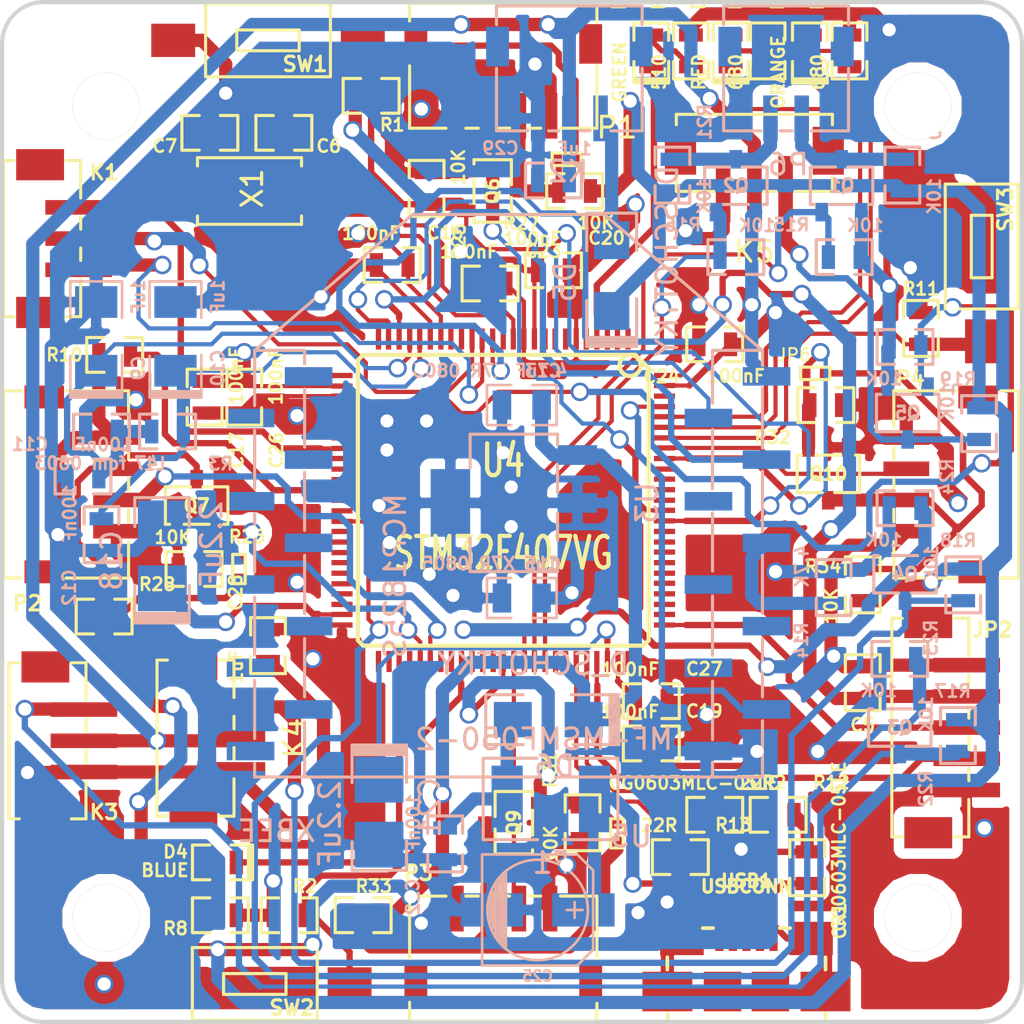
<source format=kicad_pcb>
(kicad_pcb (version 3) (host pcbnew "(2013-mar-13)-testing")
  (title_block (title "Template - SkyMega-like board"))
  (layers (15 F.Cu signal hide) (2 Inner2.Cu power hide) (1 Inner1.Cu power hide) (0 B.Cu signal hide) (18 B.Paste user hide) (19 F.Paste user hide) (20 B.SilkS user hide) (21 F.SilkS user) (22 B.Mask user) (23 F.Mask user) (28 Edge.Cuts user))
  (net 0 "")
  (net 1 +5V)
  (net 2 /ADC1)
  (net 3 /ADC2)
  (net 4 /ADC3)
  (net 5 /BOOT0)
  (net 6 /BOOT1)
  (net 7 /D+)
  (net 8 /D-)
  (net 9 /I2C_SCL_PWR_3V)
  (net 10 /I2C_SCL_PWR_5V)
  (net 11 /I2C_SDA_PWR_3V)
  (net 12 /I2C_SDA_PWR_5V)
  (net 13 /LED1)
  (net 14 /LED2)
  (net 15 /LED3)
  (net 16 /LED4)
  (net 17 /PUSH_SW)
  (net 18 /RESET)
  (net 19 /RX1)
  (net 20 /RX2)
  (net 21 /RX3)
  (net 22 /RX4)
  (net 23 /SERVO1_3V)
  (net 24 /SERVO1_5V)
  (net 25 /SERVO2_3V)
  (net 26 /SERVO2_5V)
  (net 27 /SERVO3_3V)
  (net 28 /SERVO3_5V)
  (net 29 /SERVO_PWR)
  (net 30 /SPI1_MISO)
  (net 31 /SPI1_MOSI)
  (net 32 /SPI1_NSS)
  (net 33 /SPI1_SCK)
  (net 34 /SWCLK)
  (net 35 /SWDIO)
  (net 36 /TX1)
  (net 37 /TX1_3V)
  (net 38 /TX2)
  (net 39 /TX2_3V)
  (net 40 /TX3)
  (net 41 /TX3_3V)
  (net 42 /TX4)
  (net 43 /TX4_3V)
  (net 44 /T_SWO)
  (net 45 /VBUS)
  (net 46 /VIN)
  (net 47 /VUSB)
  (net 48 /XBEE_RESET)
  (net 49 /XBEE_RX)
  (net 50 /XBEE_SLEEP)
  (net 51 /XBEE_TX)
  (net 52 GND)
  (net 53 N-000001)
  (net 54 N-0000010)
  (net 55 N-00000100)
  (net 56 N-00000101)
  (net 57 N-00000102)
  (net 58 N-00000103)
  (net 59 N-00000108)
  (net 60 N-00000109)
  (net 61 N-0000011)
  (net 62 N-00000110)
  (net 63 N-00000111)
  (net 64 N-00000112)
  (net 65 N-00000113)
  (net 66 N-00000114)
  (net 67 N-00000115)
  (net 68 N-00000116)
  (net 69 N-00000117)
  (net 70 N-00000118)
  (net 71 N-00000119)
  (net 72 N-0000012)
  (net 73 N-00000120)
  (net 74 N-00000121)
  (net 75 N-00000122)
  (net 76 N-00000123)
  (net 77 N-00000124)
  (net 78 N-0000013)
  (net 79 N-0000014)
  (net 80 N-0000015)
  (net 81 N-0000016)
  (net 82 N-0000017)
  (net 83 N-0000018)
  (net 84 N-0000019)
  (net 85 N-000002)
  (net 86 N-0000020)
  (net 87 N-0000021)
  (net 88 N-0000022)
  (net 89 N-0000025)
  (net 90 N-0000026)
  (net 91 N-0000027)
  (net 92 N-0000028)
  (net 93 N-0000029)
  (net 94 N-000003)
  (net 95 N-0000030)
  (net 96 N-0000031)
  (net 97 N-0000032)
  (net 98 N-0000038)
  (net 99 N-0000039)
  (net 100 N-000004)
  (net 101 N-0000040)
  (net 102 N-0000041)
  (net 103 N-0000049)
  (net 104 N-0000056)
  (net 105 N-0000057)
  (net 106 N-0000058)
  (net 107 N-0000065)
  (net 108 N-0000066)
  (net 109 N-0000067)
  (net 110 N-0000068)
  (net 111 N-0000069)
  (net 112 N-000007)
  (net 113 N-0000070)
  (net 114 N-0000077)
  (net 115 N-000008)
  (net 116 N-0000082)
  (net 117 N-0000083)
  (net 118 N-0000084)
  (net 119 N-0000085)
  (net 120 N-0000086)
  (net 121 N-0000087)
  (net 122 N-0000088)
  (net 123 N-0000089)
  (net 124 N-000009)
  (net 125 VCC)
  (module TQFP_100 (layer F.Cu) (at 197.866 135.636)
    (fp_text reference U4 (at 0 -1.905) (layer F.SilkS) (effects (font (size 1.524 1.016) (thickness 0.2032))))
    (fp_text value STM32F407VG (at 0 2.54) (layer F.SilkS) (effects (font (size 1.524 1.016) (thickness 0.2032))))
    (pad 100 smd rect (at 7.747 -5.9944) (size 1.016 0.254) (layers F.Cu F.Paste F.Mask) (net 125 VCC))
    (pad 76 smd rect (at 7.747 5.9944) (size 1.016 0.254) (layers F.Cu F.Paste F.Mask) (net 34 /SWCLK))
    (pad 77 smd rect (at 7.747 5.4864) (size 1.016 0.254) (layers F.Cu F.Paste F.Mask) (net 105 N-0000057))
    (pad 78 smd rect (at 7.747 5.0038) (size 1.016 0.254) (layers F.Cu F.Paste F.Mask) (net 92 N-0000028))
    (pad 79 smd rect (at 7.747 4.4958) (size 1.016 0.254) (layers F.Cu F.Paste F.Mask) (net 93 N-0000029))
    (pad 80 smd rect (at 7.747 3.9878) (size 1.016 0.254) (layers F.Cu F.Paste F.Mask) (net 117 N-0000083))
    (pad 81 smd rect (at 7.747 3.5052) (size 1.016 0.254) (layers F.Cu F.Paste F.Mask) (net 98 N-0000038))
    (pad 82 smd rect (at 7.747 2.9972) (size 1.016 0.254) (layers F.Cu F.Paste F.Mask) (net 119 N-0000085))
    (pad 83 smd rect (at 7.747 2.4892) (size 1.016 0.254) (layers F.Cu F.Paste F.Mask) (net 118 N-0000084))
    (pad 84 smd rect (at 7.747 2.0066) (size 1.016 0.254) (layers F.Cu F.Paste F.Mask) (net 99 N-0000039))
    (pad 85 smd rect (at 7.747 1.4986) (size 1.016 0.254) (layers F.Cu F.Paste F.Mask) (net 101 N-0000040))
    (pad 86 smd rect (at 7.747 0.9906) (size 1.016 0.254) (layers F.Cu F.Paste F.Mask) (net 37 /TX1_3V))
    (pad 87 smd rect (at 7.747 0.4826) (size 1.016 0.254) (layers F.Cu F.Paste F.Mask) (net 19 /RX1))
    (pad 88 smd rect (at 7.747 0) (size 1.016 0.254) (layers F.Cu F.Paste F.Mask) (net 102 N-0000041))
    (pad 89 smd rect (at 7.747 -0.508) (size 1.016 0.254) (layers F.Cu F.Paste F.Mask) (net 44 /T_SWO))
    (pad 90 smd rect (at 7.747 -1.016) (size 1.016 0.254) (layers F.Cu F.Paste F.Mask) (net 90 N-0000026))
    (pad 91 smd rect (at 7.747 -1.4986) (size 1.016 0.254) (layers F.Cu F.Paste F.Mask) (net 89 N-0000025))
    (pad 92 smd rect (at 7.747 -2.0066) (size 1.016 0.254) (layers F.Cu F.Paste F.Mask) (net 43 /TX4_3V))
    (pad 93 smd rect (at 7.747 -2.5146) (size 1.016 0.254) (layers F.Cu F.Paste F.Mask) (net 22 /RX4))
    (pad 94 smd rect (at 7.747 -2.9972) (size 1.016 0.254) (layers F.Cu F.Paste F.Mask) (net 5 /BOOT0))
    (pad 95 smd rect (at 7.747 -3.5052) (size 1.016 0.254) (layers F.Cu F.Paste F.Mask) (net 14 /LED2))
    (pad 96 smd rect (at 7.747 -4.0132) (size 1.016 0.254) (layers F.Cu F.Paste F.Mask) (net 15 /LED3))
    (pad 97 smd rect (at 7.747 -4.4958) (size 1.016 0.254) (layers F.Cu F.Paste F.Mask) (net 50 /XBEE_SLEEP))
    (pad 98 smd rect (at 7.747 -5.0038) (size 1.016 0.254) (layers F.Cu F.Paste F.Mask) (net 120 N-0000086))
    (pad 99 smd rect (at 7.747 -5.5118) (size 1.016 0.254) (layers F.Cu F.Paste F.Mask) (net 52 GND))
    (pad 75 smd rect (at 5.9944 7.747) (size 0.254 1.016) (layers F.Cu F.Paste F.Mask) (net 125 VCC))
    (pad 51 smd rect (at -5.9944 7.747) (size 0.254 1.016) (layers F.Cu F.Paste F.Mask) (net 88 N-0000022))
    (pad 52 smd rect (at -5.4864 7.747) (size 0.254 1.016) (layers F.Cu F.Paste F.Mask) (net 87 N-0000021))
    (pad 53 smd rect (at -5.0038 7.747) (size 0.254 1.016) (layers F.Cu F.Paste F.Mask) (net 16 /LED4))
    (pad 54 smd rect (at -4.4958 7.747) (size 0.254 1.016) (layers F.Cu F.Paste F.Mask) (net 86 N-0000020))
    (pad 55 smd rect (at -3.9878 7.747) (size 0.254 1.016) (layers F.Cu F.Paste F.Mask) (net 41 /TX3_3V))
    (pad 56 smd rect (at -3.5052 7.747) (size 0.254 1.016) (layers F.Cu F.Paste F.Mask) (net 21 /RX3))
    (pad 57 smd rect (at -2.9972 7.747) (size 0.254 1.016) (layers F.Cu F.Paste F.Mask) (net 103 N-0000049))
    (pad 58 smd rect (at -2.4892 7.747) (size 0.254 1.016) (layers F.Cu F.Paste F.Mask) (net 107 N-0000065))
    (pad 59 smd rect (at -2.0066 7.747) (size 0.254 1.016) (layers F.Cu F.Paste F.Mask) (net 17 /PUSH_SW))
    (pad 60 smd rect (at -1.4986 7.747) (size 0.254 1.016) (layers F.Cu F.Paste F.Mask) (net 108 N-0000066))
    (pad 61 smd rect (at -0.9906 7.747) (size 0.254 1.016) (layers F.Cu F.Paste F.Mask) (net 109 N-0000067))
    (pad 62 smd rect (at -0.4826 7.747) (size 0.254 1.016) (layers F.Cu F.Paste F.Mask) (net 110 N-0000068))
    (pad 63 smd rect (at 0 7.747) (size 0.254 1.016) (layers F.Cu F.Paste F.Mask) (net 39 /TX2_3V))
    (pad 64 smd rect (at 0.508 7.747) (size 0.254 1.016) (layers F.Cu F.Paste F.Mask) (net 20 /RX2))
    (pad 65 smd rect (at 1.016 7.747) (size 0.254 1.016) (layers F.Cu F.Paste F.Mask) (net 25 /SERVO2_3V))
    (pad 66 smd rect (at 1.4986 7.747) (size 0.254 1.016) (layers F.Cu F.Paste F.Mask) (net 11 /I2C_SDA_PWR_3V))
    (pad 67 smd rect (at 2.0066 7.747) (size 0.254 1.016) (layers F.Cu F.Paste F.Mask) (net 9 /I2C_SCL_PWR_3V))
    (pad 68 smd rect (at 2.5146 7.747) (size 0.254 1.016) (layers F.Cu F.Paste F.Mask) (net 104 N-0000056))
    (pad 69 smd rect (at 2.9972 7.747) (size 0.254 1.016) (layers F.Cu F.Paste F.Mask) (net 59 N-00000108))
    (pad 70 smd rect (at 3.5052 7.747) (size 0.254 1.016) (layers F.Cu F.Paste F.Mask) (net 8 /D-))
    (pad 71 smd rect (at 4.0132 7.747) (size 0.254 1.016) (layers F.Cu F.Paste F.Mask) (net 7 /D+))
    (pad 72 smd rect (at 4.4958 7.747) (size 0.254 1.016) (layers F.Cu F.Paste F.Mask) (net 35 /SWDIO))
    (pad 73 smd rect (at 5.0038 7.747) (size 0.254 1.016) (layers F.Cu F.Paste F.Mask) (net 94 N-000003))
    (pad 74 smd rect (at 5.5118 7.747) (size 0.254 1.016) (layers F.Cu F.Paste F.Mask) (net 52 GND))
    (pad 1 smd rect (at 5.9944 -7.747) (size 0.254 1.016) (layers F.Cu F.Paste F.Mask) (net 114 N-0000077))
    (pad 2 smd rect (at 5.4864 -7.747) (size 0.254 1.016) (layers F.Cu F.Paste F.Mask) (net 121 N-0000087))
    (pad 3 smd rect (at 5.0038 -7.747) (size 0.254 1.016) (layers F.Cu F.Paste F.Mask) (net 116 N-0000082))
    (pad 4 smd rect (at 4.4958 -7.747) (size 0.254 1.016) (layers F.Cu F.Paste F.Mask) (net 13 /LED1))
    (pad 5 smd rect (at 3.9878 -7.747) (size 0.254 1.016) (layers F.Cu F.Paste F.Mask) (net 82 N-0000017))
    (pad 6 smd rect (at 3.5052 -7.747) (size 0.254 1.016) (layers F.Cu F.Paste F.Mask) (net 125 VCC))
    (pad 7 smd rect (at 2.9972 -7.747) (size 0.254 1.016) (layers F.Cu F.Paste F.Mask) (net 95 N-0000030))
    (pad 8 smd rect (at 2.4892 -7.747) (size 0.254 1.016) (layers F.Cu F.Paste F.Mask) (net 96 N-0000031))
    (pad 9 smd rect (at 2.0066 -7.747) (size 0.254 1.016) (layers F.Cu F.Paste F.Mask) (net 97 N-0000032))
    (pad 10 smd rect (at 1.4986 -7.747) (size 0.254 1.016) (layers F.Cu F.Paste F.Mask) (net 52 GND))
    (pad 11 smd rect (at 0.9906 -7.747) (size 0.254 1.016) (layers F.Cu F.Paste F.Mask) (net 125 VCC))
    (pad 12 smd rect (at 0.4826 -7.747) (size 0.254 1.016) (layers F.Cu F.Paste F.Mask) (net 65 N-00000113))
    (pad 13 smd rect (at 0 -7.747) (size 0.254 1.016) (layers F.Cu F.Paste F.Mask) (net 66 N-00000114))
    (pad 14 smd rect (at -0.508 -7.747) (size 0.254 1.016) (layers F.Cu F.Paste F.Mask) (net 18 /RESET))
    (pad 15 smd rect (at -1.016 -7.747) (size 0.254 1.016) (layers F.Cu F.Paste F.Mask) (net 2 /ADC1))
    (pad 16 smd rect (at -1.4986 -7.747) (size 0.254 1.016) (layers F.Cu F.Paste F.Mask) (net 3 /ADC2))
    (pad 17 smd rect (at -2.0066 -7.747) (size 0.254 1.016) (layers F.Cu F.Paste F.Mask) (net 54 N-0000010))
    (pad 18 smd rect (at -2.5146 -7.747) (size 0.254 1.016) (layers F.Cu F.Paste F.Mask) (net 83 N-0000018))
    (pad 19 smd rect (at -2.9972 -7.747) (size 0.254 1.016) (layers F.Cu F.Paste F.Mask) (net 125 VCC))
    (pad 20 smd rect (at -3.5052 -7.747) (size 0.254 1.016) (layers F.Cu F.Paste F.Mask) (net 52 GND))
    (pad 21 smd rect (at -4.0132 -7.747) (size 0.254 1.016) (layers F.Cu F.Paste F.Mask) (net 85 N-000002))
    (pad 22 smd rect (at -4.4958 -7.747) (size 0.254 1.016) (layers F.Cu F.Paste F.Mask) (net 53 N-000001))
    (pad 23 smd rect (at -5.0038 -7.747) (size 0.254 1.016) (layers F.Cu F.Paste F.Mask) (net 49 /XBEE_RX))
    (pad 24 smd rect (at -5.5118 -7.747) (size 0.254 1.016) (layers F.Cu F.Paste F.Mask) (net 51 /XBEE_TX))
    (pad 25 smd rect (at -5.9944 -7.747) (size 0.254 1.016) (layers F.Cu F.Paste F.Mask) (net 111 N-0000069))
    (pad 26 smd rect (at -7.747 -5.9944) (size 1.016 0.254) (layers F.Cu F.Paste F.Mask) (net 113 N-0000070))
    (pad 27 smd rect (at -7.747 -5.4864) (size 1.016 0.254) (layers F.Cu F.Paste F.Mask) (net 52 GND))
    (pad 28 smd rect (at -7.747 -5.0038) (size 1.016 0.254) (layers F.Cu F.Paste F.Mask) (net 125 VCC))
    (pad 29 smd rect (at -7.747 -4.4958) (size 1.016 0.254) (layers F.Cu F.Paste F.Mask) (net 32 /SPI1_NSS))
    (pad 30 smd rect (at -7.747 -3.9878) (size 1.016 0.254) (layers F.Cu F.Paste F.Mask) (net 33 /SPI1_SCK))
    (pad 31 smd rect (at -7.747 -3.5052) (size 1.016 0.254) (layers F.Cu F.Paste F.Mask) (net 30 /SPI1_MISO))
    (pad 32 smd rect (at -7.747 -2.9972) (size 1.016 0.254) (layers F.Cu F.Paste F.Mask) (net 31 /SPI1_MOSI))
    (pad 33 smd rect (at -7.747 -2.4892) (size 1.016 0.254) (layers F.Cu F.Paste F.Mask) (net 4 /ADC3))
    (pad 34 smd rect (at -7.747 -2.0066) (size 1.016 0.254) (layers F.Cu F.Paste F.Mask) (net 91 N-0000027))
    (pad 35 smd rect (at -7.747 -1.4986) (size 1.016 0.254) (layers F.Cu F.Paste F.Mask) (net 27 /SERVO3_3V))
    (pad 36 smd rect (at -7.747 -0.9906) (size 1.016 0.254) (layers F.Cu F.Paste F.Mask) (net 106 N-0000058))
    (pad 37 smd rect (at -7.747 -0.4826) (size 1.016 0.254) (layers F.Cu F.Paste F.Mask) (net 6 /BOOT1))
    (pad 38 smd rect (at -7.747 0) (size 1.016 0.254) (layers F.Cu F.Paste F.Mask) (net 124 N-000009))
    (pad 39 smd rect (at -7.747 0.508) (size 1.016 0.254) (layers F.Cu F.Paste F.Mask) (net 84 N-0000019))
    (pad 40 smd rect (at -7.747 1.016) (size 1.016 0.254) (layers F.Cu F.Paste F.Mask) (net 23 /SERVO1_3V))
    (pad 41 smd rect (at -7.747 1.4986) (size 1.016 0.254) (layers F.Cu F.Paste F.Mask) (net 81 N-0000016))
    (pad 42 smd rect (at -7.747 2.0066) (size 1.016 0.254) (layers F.Cu F.Paste F.Mask) (net 80 N-0000015))
    (pad 43 smd rect (at -7.747 2.5146) (size 1.016 0.254) (layers F.Cu F.Paste F.Mask) (net 79 N-0000014))
    (pad 44 smd rect (at -7.747 2.9972) (size 1.016 0.254) (layers F.Cu F.Paste F.Mask) (net 78 N-0000013))
    (pad 45 smd rect (at -7.747 3.5052) (size 1.016 0.254) (layers F.Cu F.Paste F.Mask) (net 72 N-0000012))
    (pad 46 smd rect (at -7.747 4.0132) (size 1.016 0.254) (layers F.Cu F.Paste F.Mask) (net 61 N-0000011))
    (pad 47 smd rect (at -7.747 4.4958) (size 1.016 0.254) (layers F.Cu F.Paste F.Mask) (net 122 N-0000088))
    (pad 48 smd rect (at -7.747 5.0038) (size 1.016 0.254) (layers F.Cu F.Paste F.Mask) (net 123 N-0000089))
    (pad 49 smd rect (at -7.747 5.4864) (size 1.016 0.254) (layers F.Cu F.Paste F.Mask) (net 100 N-000004))
    (pad 50 smd rect (at -7.747 5.9944) (size 1.016 0.254) (layers F.Cu F.Paste F.Mask) (net 125 VCC))
  )
  (module "SM0603_Opendous(generic)" (layer F.Cu) (at 215.138 144.399 90)
    (fp_text reference C5 (at -2.032 0 180) (layer F.SilkS) (effects (font (size 0.6 0.6) (thickness 0.127))))
    (fp_text value 100nF hide)
    (pad 1 smd rect (at -0.762 0 90) (size 0.635 1.143) (layers F.Cu F.Paste F.Mask) (net 18 /RESET))
    (pad 2 smd rect (at 0.762 0 90) (size 0.635 1.143) (layers F.Cu F.Paste F.Mask) (net 52 GND))
  )
  (module "SM0603_Opendous(generic)" (layer F.Cu) (at 187.325 117.983)
    (fp_text reference C6 (at 2.159 0.635) (layer F.SilkS) (effects (font (size 0.6 0.6) (thickness 0.127))))
    (fp_text value 24pF hide)
    (pad 1 smd rect (at -0.762 0) (size 0.635 1.143) (layers F.Cu F.Paste F.Mask) (net 52 GND))
    (pad 2 smd rect (at 0.762 0) (size 0.635 1.143) (layers F.Cu F.Paste F.Mask) (net 65 N-00000113))
  )
  (module "SM0603_Opendous(generic)" (layer F.Cu) (at 183.769 117.983 180)
    (fp_text reference C7 (at 2.159 -0.635 180) (layer F.SilkS) (effects (font (size 0.6 0.6) (thickness 0.127))))
    (fp_text value 24pF hide)
    (pad 1 smd rect (at -0.762 0 180) (size 0.635 1.143) (layers F.Cu F.Paste F.Mask) (net 52 GND))
    (pad 2 smd rect (at 0.762 0 180) (size 0.635 1.143) (layers F.Cu F.Paste F.Mask) (net 66 N-00000114))
  )
  (module "SM1206_Opendous_LED(generic)" (layer B.Cu) (at 178.308 127.762 90)
    (fp_text reference C9 (at -1.524 2.032 90) (layer B.SilkS) (effects (font (size 0.6 0.6) (thickness 0.127)) (justify mirror)))
    (fp_text value 1uF (at 1.905 2.032 90) (layer B.SilkS) (effects (font (size 0.6 0.6) (thickness 0.127)) (justify mirror)))
    (pad 1 smd rect (at -1.651 0 90) (size 1.524 2.032) (layers B.Cu B.Paste B.Mask) (net 53 N-000001))
    (pad 2 smd rect (at 1.651 0 90) (size 1.524 2.032) (layers B.Cu B.Paste B.Mask) (net 52 GND))
  )
  (module "SM1206_Opendous_LED(generic)" (layer B.Cu) (at 182.118 127.762 90)
    (fp_text reference C10 (at -1.524 2.032 90) (layer B.SilkS) (effects (font (size 0.6 0.6) (thickness 0.127)) (justify mirror)))
    (fp_text value 1uF (at 1.905 2.032 90) (layer B.SilkS) (effects (font (size 0.6 0.6) (thickness 0.127)) (justify mirror)))
    (pad 1 smd rect (at -1.651 0 90) (size 1.524 2.032) (layers B.Cu B.Paste B.Mask) (net 85 N-000002))
    (pad 2 smd rect (at 1.651 0 90) (size 1.524 2.032) (layers B.Cu B.Paste B.Mask) (net 52 GND))
  )
  (module "SM0603_Opendous(generic)" (layer B.Cu) (at 177.673 134.493 180)
    (fp_text reference C11 (at 2.55 1.55 180) (layer B.SilkS) (effects (font (size 0.6 0.6) (thickness 0.127)) (justify mirror)))
    (fp_text value 100nF (at -1.016 1.524 180) (layer B.SilkS) (effects (font (size 0.6 0.6) (thickness 0.127)) (justify mirror)))
    (pad 1 smd rect (at -0.762 0 180) (size 0.635 1.143) (layers B.Cu B.Paste B.Mask) (net 53 N-000001))
    (pad 2 smd rect (at 0.762 0 180) (size 0.635 1.143) (layers B.Cu B.Paste B.Mask) (net 52 GND))
  )
  (module "SM0603_Opendous(generic)" (layer B.Cu) (at 178.562 137.287 270)
    (fp_text reference C12 (at 2.55 1.55 270) (layer B.SilkS) (effects (font (size 0.6 0.6) (thickness 0.127)) (justify mirror)))
    (fp_text value 100nF (at -1.016 1.524 270) (layer B.SilkS) (effects (font (size 0.6 0.6) (thickness 0.127)) (justify mirror)))
    (pad 1 smd rect (at -0.762 0 270) (size 0.635 1.143) (layers B.Cu B.Paste B.Mask) (net 85 N-000002))
    (pad 2 smd rect (at 0.762 0 270) (size 0.635 1.143) (layers B.Cu B.Paste B.Mask) (net 52 GND))
  )
  (module "SM0805_Opendous(generic)" (layer B.Cu) (at 198.755 131.064 180)
    (fp_text reference C13 (at -1.016 1.651 360) (layer B.SilkS) (effects (font (size 0.6 0.6) (thickness 0.127)) (justify mirror)))
    (fp_text value "4.7uF X7R 0805" (at 1.524 1.651 360) (layer B.SilkS) (effects (font (size 0.6 0.6) (thickness 0.127)) (justify mirror)))
    (pad 1 smd rect (at -0.9525 0 180) (size 0.889 1.397) (layers B.Cu B.Paste B.Mask) (net 1 +5V))
    (pad 2 smd rect (at 0.9525 0 180) (size 0.889 1.397) (layers B.Cu B.Paste B.Mask) (net 52 GND))
  )
  (module "SM0805_Opendous(generic)" (layer B.Cu) (at 198.755 140.335 180)
    (fp_text reference C15 (at -1.016 1.651 360) (layer B.SilkS) (effects (font (size 0.6 0.6) (thickness 0.127)) (justify mirror)))
    (fp_text value "1uF X7R 0805" (at 1.524 1.651 360) (layer B.SilkS) (effects (font (size 0.6 0.6) (thickness 0.127)) (justify mirror)))
    (pad 1 smd rect (at -0.9525 0 180) (size 0.889 1.397) (layers B.Cu B.Paste B.Mask) (net 125 VCC))
    (pad 2 smd rect (at 0.9525 0 180) (size 0.889 1.397) (layers B.Cu B.Paste B.Mask) (net 52 GND))
  )
  (module "SM0603_Opendous(generic)" (layer F.Cu) (at 192.532 124.333)
    (fp_text reference C16 (at 2.55 -1.55) (layer F.SilkS) (effects (font (size 0.6 0.6) (thickness 0.127))))
    (fp_text value 100nF (at -1.016 -1.524) (layer F.SilkS) (effects (font (size 0.6 0.6) (thickness 0.127))))
    (pad 1 smd rect (at -0.762 0) (size 0.635 1.143) (layers F.Cu F.Paste F.Mask) (net 52 GND))
    (pad 2 smd rect (at 0.762 0) (size 0.635 1.143) (layers F.Cu F.Paste F.Mask) (net 125 VCC))
  )
  (module "SM0603_Opendous(generic)" (layer F.Cu) (at 183.515 130.683 270)
    (fp_text reference C17 (at 2.55 -1.55 270) (layer F.SilkS) (effects (font (size 0.6 0.6) (thickness 0.127))))
    (fp_text value 100nF (at -1.016 -1.524 270) (layer F.SilkS) (effects (font (size 0.6 0.6) (thickness 0.127))))
    (pad 1 smd rect (at -0.762 0 270) (size 0.635 1.143) (layers F.Cu F.Paste F.Mask) (net 52 GND))
    (pad 2 smd rect (at 0.762 0 270) (size 0.635 1.143) (layers F.Cu F.Paste F.Mask) (net 125 VCC))
  )
  (module 1411_hebi (layer B.Cu) (at 181.483 138.303 90)
    (fp_text reference C18 (at -0.2286 -2.4384 90) (layer B.SilkS) (effects (justify mirror)))
    (fp_text value 2.2uF (at 0.5588 2.3622 90) (layer B.SilkS) (effects (justify mirror)))
    (pad 1 smd rect (at -1.56 0 90) (size 2.2 2.35) (layers B.Cu B.Paste B.Mask) (net 100 N-000004))
    (pad 2 smd rect (at 1.56 0 90) (size 2.2 2.35) (layers B.Cu B.Paste B.Mask) (net 52 GND))
  )
  (module "SM0603_Opendous(generic)" (layer F.Cu) (at 204.978 147.32)
    (fp_text reference C19 (at 2.55 -1.55) (layer F.SilkS) (effects (font (size 0.6 0.6) (thickness 0.127))))
    (fp_text value 100nF (at -1.016 -1.524) (layer F.SilkS) (effects (font (size 0.6 0.6) (thickness 0.127))))
    (pad 1 smd rect (at -0.762 0) (size 0.635 1.143) (layers F.Cu F.Paste F.Mask) (net 52 GND))
    (pad 2 smd rect (at 0.762 0) (size 0.635 1.143) (layers F.Cu F.Paste F.Mask) (net 125 VCC))
  )
  (module "SM0603_Opendous(generic)" (layer F.Cu) (at 200.279 124.587)
    (fp_text reference C20 (at 2.55 -1.55) (layer F.SilkS) (effects (font (size 0.6 0.6) (thickness 0.127))))
    (fp_text value 100nF (at -1.016 -1.524) (layer F.SilkS) (effects (font (size 0.6 0.6) (thickness 0.127))))
    (pad 1 smd rect (at -0.762 0) (size 0.635 1.143) (layers F.Cu F.Paste F.Mask) (net 52 GND))
    (pad 2 smd rect (at 0.762 0) (size 0.635 1.143) (layers F.Cu F.Paste F.Mask) (net 125 VCC))
  )
  (module 1411_hebi (layer B.Cu) (at 191.897 150.622 270)
    (fp_text reference C21 (at -0.2286 -2.4384 270) (layer B.SilkS) (effects (justify mirror)))
    (fp_text value 2.2uF (at 0.5588 2.3622 270) (layer B.SilkS) (effects (justify mirror)))
    (pad 1 smd rect (at -1.56 0 270) (size 2.2 2.35) (layers B.Cu B.Paste B.Mask) (net 94 N-000003))
    (pad 2 smd rect (at 1.56 0 270) (size 2.2 2.35) (layers B.Cu B.Paste B.Mask) (net 52 GND))
  )
  (module "SM0603_Opendous(generic)" (layer B.Cu) (at 195.072 152.146 270)
    (fp_text reference C22 (at 2.55 1.55 270) (layer B.SilkS) (effects (font (size 0.6 0.6) (thickness 0.127)) (justify mirror)))
    (fp_text value 100nF (at -1.016 1.524 270) (layer B.SilkS) (effects (font (size 0.6 0.6) (thickness 0.127)) (justify mirror)))
    (pad 1 smd rect (at -0.762 0 270) (size 0.635 1.143) (layers B.Cu B.Paste B.Mask) (net 47 /VUSB))
    (pad 2 smd rect (at 0.762 0 270) (size 0.635 1.143) (layers B.Cu B.Paste B.Mask) (net 52 GND))
  )
  (module "SM0603_Opendous(generic)" (layer F.Cu) (at 197.231 125.222)
    (fp_text reference C23 (at 2.55 -1.55) (layer F.SilkS) (effects (font (size 0.6 0.6) (thickness 0.127))))
    (fp_text value 100nF (at -1.016 -1.524) (layer F.SilkS) (effects (font (size 0.6 0.6) (thickness 0.127))))
    (pad 1 smd rect (at -0.762 0) (size 0.635 1.143) (layers F.Cu F.Paste F.Mask) (net 52 GND))
    (pad 2 smd rect (at 0.762 0) (size 0.635 1.143) (layers F.Cu F.Paste F.Mask) (net 125 VCC))
  )
  (module "SM0603_Opendous(generic)" (layer F.Cu) (at 208.026 128.143 180)
    (fp_text reference C24 (at 2.55 -1.55 180) (layer F.SilkS) (effects (font (size 0.6 0.6) (thickness 0.127))))
    (fp_text value 100nF (at -1.016 -1.524 180) (layer F.SilkS) (effects (font (size 0.6 0.6) (thickness 0.127))))
    (pad 1 smd rect (at -0.762 0 180) (size 0.635 1.143) (layers F.Cu F.Paste F.Mask) (net 52 GND))
    (pad 2 smd rect (at 0.762 0 180) (size 0.635 1.143) (layers F.Cu F.Paste F.Mask) (net 125 VCC))
  )
  (module c_elec_5x5.3 (layer B.Cu) (at 199.517 155.321)
    (fp_text reference C25 (at 0 3.175) (layer B.SilkS) (effects (font (size 0.50038 0.50038) (thickness 0.11938)) (justify mirror)))
    (fp_text value 22uF hide)
    (pad 1 smd rect (at 2.19964 0) (size 2.99974 1.6002) (layers B.Cu B.Paste B.Mask) (net 45 /VBUS))
    (pad 2 smd rect (at -2.19964 0) (size 2.99974 1.6002) (layers B.Cu B.Paste B.Mask) (net 52 GND))
  )
  (module "SM0603_Opendous(generic)" (layer F.Cu) (at 185.42 130.683 270)
    (fp_text reference C26 (at 2.55 -1.55 270) (layer F.SilkS) (effects (font (size 0.6 0.6) (thickness 0.127))))
    (fp_text value 100nF (at -1.016 -1.524 270) (layer F.SilkS) (effects (font (size 0.6 0.6) (thickness 0.127))))
    (pad 1 smd rect (at -0.762 0 270) (size 0.635 1.143) (layers F.Cu F.Paste F.Mask) (net 52 GND))
    (pad 2 smd rect (at 0.762 0 270) (size 0.635 1.143) (layers F.Cu F.Paste F.Mask) (net 125 VCC))
  )
  (module "SM0603_Opendous(generic)" (layer F.Cu) (at 204.978 145.288)
    (fp_text reference C27 (at 2.55 -1.55) (layer F.SilkS) (effects (font (size 0.6 0.6) (thickness 0.127))))
    (fp_text value 100nF (at -1.016 -1.524) (layer F.SilkS) (effects (font (size 0.6 0.6) (thickness 0.127))))
    (pad 1 smd rect (at -0.762 0) (size 0.635 1.143) (layers F.Cu F.Paste F.Mask) (net 52 GND))
    (pad 2 smd rect (at 0.762 0) (size 0.635 1.143) (layers F.Cu F.Paste F.Mask) (net 125 VCC))
  )
  (module "SM0603_Opendous(generic)" (layer F.Cu) (at 186.563 142.621 90)
    (fp_text reference C28 (at 2.55 -1.55 90) (layer F.SilkS) (effects (font (size 0.6 0.6) (thickness 0.127))))
    (fp_text value 1uF (at -1.016 -1.524 90) (layer F.SilkS) (effects (font (size 0.6 0.6) (thickness 0.127))))
    (pad 1 smd rect (at -0.762 0 90) (size 0.635 1.143) (layers F.Cu F.Paste F.Mask) (net 52 GND))
    (pad 2 smd rect (at 0.762 0 90) (size 0.635 1.143) (layers F.Cu F.Paste F.Mask) (net 125 VCC))
  )
  (module "SM0603_Opendous(generic)" (layer B.Cu) (at 200.279 120.269 180)
    (fp_text reference C29 (at 2.55 1.55 180) (layer B.SilkS) (effects (font (size 0.6 0.6) (thickness 0.127)) (justify mirror)))
    (fp_text value 1uF (at -1.016 1.524 180) (layer B.SilkS) (effects (font (size 0.6 0.6) (thickness 0.127)) (justify mirror)))
    (pad 1 smd rect (at -0.762 0 180) (size 0.635 1.143) (layers B.Cu B.Paste B.Mask) (net 29 /SERVO_PWR))
    (pad 2 smd rect (at 0.762 0 180) (size 0.635 1.143) (layers B.Cu B.Paste B.Mask) (net 52 GND))
  )
  (module "SM0603_Opendous(generic)" (layer F.Cu) (at 212.471 153.289 270)
    (fp_text reference CR1 (at 2.55 -1.55 270) (layer F.SilkS) (effects (font (size 0.6 0.6) (thickness 0.127))))
    (fp_text value CG0603MLC-05LE (at -1.016 -1.524 270) (layer F.SilkS) (effects (font (size 0.6 0.6) (thickness 0.127))))
    (pad 1 smd rect (at -0.762 0 270) (size 0.635 1.143) (layers F.Cu F.Paste F.Mask) (net 112 N-000007))
    (pad 2 smd rect (at 0.762 0 270) (size 0.635 1.143) (layers F.Cu F.Paste F.Mask) (net 52 GND))
  )
  (module "SM0603_Opendous(generic)" (layer F.Cu) (at 208.026 150.749)
    (fp_text reference CR2 (at 2.55 -1.55) (layer F.SilkS) (effects (font (size 0.6 0.6) (thickness 0.127))))
    (fp_text value CG0603MLC-05LE (at -1.016 -1.524) (layer F.SilkS) (effects (font (size 0.6 0.6) (thickness 0.127))))
    (pad 1 smd rect (at -0.762 0) (size 0.635 1.143) (layers F.Cu F.Paste F.Mask) (net 115 N-000008))
    (pad 2 smd rect (at 0.762 0) (size 0.635 1.143) (layers F.Cu F.Paste F.Mask) (net 52 GND))
  )
  (module "SM0603_Opendous_LED(generic)" (layer F.Cu) (at 204.978 114.046 90)
    (fp_text reference D1 (at 2.55 -1.55 90) (layer F.SilkS) (effects (font (size 0.6 0.6) (thickness 0.127))))
    (fp_text value GREEN (at -1.016 -1.524 90) (layer F.SilkS) (effects (font (size 0.6 0.6) (thickness 0.127))))
    (pad 1 smd rect (at -0.762 0 90) (size 0.635 1.143) (layers F.Cu F.Paste F.Mask) (net 13 /LED1))
    (pad 2 smd rect (at 0.762 0 90) (size 0.635 1.143) (layers F.Cu F.Paste F.Mask) (net 58 N-00000103))
  )
  (module "SM0603_Opendous_LED(generic)" (layer F.Cu) (at 212.598 114.046 90)
    (fp_text reference D2 (at 2.55 -1.55 90) (layer F.SilkS) (effects (font (size 0.6 0.6) (thickness 0.127))))
    (fp_text value ORANGE (at -1.016 -1.524 90) (layer F.SilkS) (effects (font (size 0.6 0.6) (thickness 0.127))))
    (pad 1 smd rect (at -0.762 0 90) (size 0.635 1.143) (layers F.Cu F.Paste F.Mask) (net 14 /LED2))
    (pad 2 smd rect (at 0.762 0 90) (size 0.635 1.143) (layers F.Cu F.Paste F.Mask) (net 57 N-00000102))
  )
  (module "SM0603_Opendous_LED(generic)" (layer F.Cu) (at 208.788 114.046 90)
    (fp_text reference D3 (at 2.55 -1.55 90) (layer F.SilkS) (effects (font (size 0.6 0.6) (thickness 0.127))))
    (fp_text value RED (at -1.016 -1.524 90) (layer F.SilkS) (effects (font (size 0.6 0.6) (thickness 0.127))))
    (pad 1 smd rect (at -0.762 0 90) (size 0.635 1.143) (layers F.Cu F.Paste F.Mask) (net 15 /LED3))
    (pad 2 smd rect (at 0.762 0 90) (size 0.635 1.143) (layers F.Cu F.Paste F.Mask) (net 56 N-00000101))
  )
  (module "SM0603_Opendous_LED(generic)" (layer F.Cu) (at 184.277 153.035 180)
    (fp_text reference D4 (at 2.159 0.508 180) (layer F.SilkS) (effects (font (size 0.6 0.6) (thickness 0.127))))
    (fp_text value BLUE (at 2.667 -0.381 180) (layer F.SilkS) (effects (font (size 0.6 0.6) (thickness 0.127))))
    (pad 1 smd rect (at -0.762 0 180) (size 0.635 1.143) (layers F.Cu F.Paste F.Mask) (net 16 /LED4))
    (pad 2 smd rect (at 0.762 0 180) (size 0.635 1.143) (layers F.Cu F.Paste F.Mask) (net 55 N-00000100))
  )
  (module DO-214AC (layer B.Cu) (at 203.073 124.841 90)
    (fp_text reference D5 (at -0.3048 -2.2352 90) (layer B.SilkS) (effects (justify mirror)))
    (fp_text value D_SCHOTTKY (at 0.7112 2.667 90) (layer B.SilkS) (effects (justify mirror)))
    (pad 1 smd rect (at -1.7 0 90) (size 1.82 1.7) (layers B.Cu B.Paste B.Mask) (net 1 +5V))
    (pad 2 smd rect (at 1.7 0 90) (size 1.82 1.7) (layers B.Cu B.Paste B.Mask) (net 46 /VIN))
  )
  (module DO-214AC (layer B.Cu) (at 200.025 146.177 180)
    (fp_text reference D6 (at -0.3048 -2.2352 180) (layer B.SilkS) (effects (justify mirror)))
    (fp_text value D_SCHOTTKY (at 0.7112 2.667 180) (layer B.SilkS) (effects (justify mirror)))
    (pad 1 smd rect (at -1.7 0 180) (size 1.82 1.7) (layers B.Cu B.Paste B.Mask) (net 1 +5V))
    (pad 2 smd rect (at 1.7 0 180) (size 1.82 1.7) (layers B.Cu B.Paste B.Mask) (net 47 /VUSB))
  )
  (module MF-MSMF050-2 (layer B.Cu) (at 200.152 149.987 180)
    (fp_text reference F1 (at -0.0254 -3.0734 180) (layer B.SilkS) (effects (justify mirror)))
    (fp_text value MF-MSMF050-2 (at 0.3302 2.8702 180) (layer B.SilkS) (effects (justify mirror)))
    (pad 1 smd rect (at -2.1 0 180) (size 1.5 3.2) (layers B.Cu B.Paste B.Mask) (net 45 /VBUS))
    (pad 2 smd rect (at 2.1 0 180) (size 1.5 3.2) (layers B.Cu B.Paste B.Mask) (net 47 /VUSB))
  )
  (module 0402_Opendous (layer F.Cu) (at 200.914 119.253 180)
    (fp_text reference JP3 hide)
    (fp_text value JUMPER-2 hide)
    (pad 1 smd rect (at -0.42418 0 180) (size 0.39878 0.44958) (layers F.Cu F.Paste F.Mask) (net 37 /TX1_3V))
    (pad 2 smd rect (at 0.42418 0 180) (size 0.39878 0.44958) (layers F.Cu F.Paste F.Mask) (net 36 /TX1))
  )
  (module 0402_Opendous (layer F.Cu) (at 185.166 138.938 270)
    (fp_text reference JP4 hide)
    (fp_text value JUMPER-2 hide)
    (pad 1 smd rect (at -0.42418 0 270) (size 0.39878 0.44958) (layers F.Cu F.Paste F.Mask) (net 41 /TX3_3V))
    (pad 2 smd rect (at 0.42418 0 270) (size 0.39878 0.44958) (layers F.Cu F.Paste F.Mask) (net 40 /TX3))
  )
  (module 0402_Opendous (layer F.Cu) (at 203.327 151.638 270)
    (fp_text reference JP5 hide)
    (fp_text value JUMPER-2 hide)
    (pad 1 smd rect (at -0.42418 0 270) (size 0.39878 0.44958) (layers F.Cu F.Paste F.Mask) (net 39 /TX2_3V))
    (pad 2 smd rect (at 0.42418 0 270) (size 0.39878 0.44958) (layers F.Cu F.Paste F.Mask) (net 38 /TX2))
  )
  (module 0402_Opendous (layer F.Cu) (at 212.852 129.54)
    (fp_text reference JP6 (at -1.016 -0.889) (layer F.SilkS) (effects (font (size 0.6 0.6) (thickness 0.1))))
    (fp_text value JUMPER-2 hide)
    (pad 1 smd rect (at -0.42418 0) (size 0.39878 0.44958) (layers F.Cu F.Paste F.Mask) (net 43 /TX4_3V))
    (pad 2 smd rect (at 0.42418 0) (size 0.39878 0.44958) (layers F.Cu F.Paste F.Mask) (net 42 /TX4))
  )
  (module ZH_CONN_B3B-ZR-SM4-TF (layer F.Cu) (at 173.863 123.063 90)
    (fp_text reference K1 (at 3.175 4.826 180) (layer F.SilkS) (effects (font (size 0.7 0.7))))
    (fp_text value CONN_3 hide)
    (pad 1 smd rect (at -1.5 3.6 90) (size 0.7 3.2) (layers F.Cu F.Paste F.Mask) (net 2 /ADC1))
    (pad 2 smd rect (at 0 3.6 90) (size 0.7 3.2) (layers F.Cu F.Paste F.Mask) (net 3 /ADC2))
    (pad 3 smd rect (at 1.5 3.6 90) (size 0.7 3.2) (layers F.Cu F.Paste F.Mask) (net 4 /ADC3))
    (pad 4 smd rect (at -3.55 1.75 90) (size 1.5 2.3) (layers F.Cu F.Paste F.Mask))
    (pad 4 smd rect (at 3.55 1.75 90) (size 1.5 2.3) (layers F.Cu F.Paste F.Mask))
  )
  (module ZH_CONN_S3B-ZR-SM4A-TF (layer B.Cu) (at 201.041 111.887 180)
    (fp_text reference K2 (at 0.0762 -7.9502 180) (layer B.SilkS) (effects (justify mirror)))
    (fp_text value CONN_3 (at 0.0254 0.889 180) (layer B.SilkS) (effects (justify mirror)))
    (pad 2 smd rect (at 0 -5.4 180) (size 0.7 2.2) (layers B.Cu B.Paste B.Mask) (net 29 /SERVO_PWR))
    (pad 3 smd rect (at 1.5 -5.4 180) (size 0.7 2.2) (layers B.Cu B.Paste B.Mask) (net 52 GND))
    (pad 1 smd rect (at -1.5 -5.4 180) (size 0.7 2.2) (layers B.Cu B.Paste B.Mask) (net 46 /VIN))
    (pad 4 smd rect (at 3.45 -1.95 180) (size 1.1 1.9) (layers B.Cu B.Paste B.Mask))
    (pad 4 smd rect (at -3.45 -1.95 180) (size 1.1 1.9) (layers B.Cu B.Paste B.Mask))
  )
  (module ZH_CONN_B3B-ZR-SM4-TF (layer F.Cu) (at 174.117 147.193 90)
    (fp_text reference K3 (at -3.429 4.572 180) (layer F.SilkS) (effects (font (size 0.7 0.7))))
    (fp_text value CONN_3 hide)
    (pad 1 smd rect (at -1.5 3.6 90) (size 0.7 3.2) (layers F.Cu F.Paste F.Mask) (net 52 GND))
    (pad 2 smd rect (at 0 3.6 90) (size 0.7 3.2) (layers F.Cu F.Paste F.Mask) (net 29 /SERVO_PWR))
    (pad 3 smd rect (at 1.5 3.6 90) (size 0.7 3.2) (layers F.Cu F.Paste F.Mask) (net 24 /SERVO1_5V))
    (pad 4 smd rect (at -3.55 1.75 90) (size 1.5 2.3) (layers F.Cu F.Paste F.Mask))
    (pad 4 smd rect (at 3.55 1.75 90) (size 1.5 2.3) (layers F.Cu F.Paste F.Mask))
  )
  (module ZH_CONN_B3B-ZR-SM4-TF (layer F.Cu) (at 181.229 147.066 90)
    (fp_text reference K4 (at 0 6.604 90) (layer F.SilkS))
    (fp_text value CONN_3 hide)
    (pad 1 smd rect (at -1.5 3.6 90) (size 0.7 3.2) (layers F.Cu F.Paste F.Mask) (net 52 GND))
    (pad 2 smd rect (at 0 3.6 90) (size 0.7 3.2) (layers F.Cu F.Paste F.Mask) (net 29 /SERVO_PWR))
    (pad 3 smd rect (at 1.5 3.6 90) (size 0.7 3.2) (layers F.Cu F.Paste F.Mask) (net 26 /SERVO2_5V))
    (pad 4 smd rect (at -3.55 1.75 90) (size 1.5 2.3) (layers F.Cu F.Paste F.Mask))
    (pad 4 smd rect (at 3.55 1.75 90) (size 1.5 2.3) (layers F.Cu F.Paste F.Mask))
  )
  (module ZH_CONN_B3B-ZR-SM4-TF (layer F.Cu) (at 209.931 117.094)
    (fp_text reference K5 (at 0 6.604) (layer F.SilkS))
    (fp_text value CONN_3 hide)
    (pad 1 smd rect (at -1.5 3.6) (size 0.7 3.2) (layers F.Cu F.Paste F.Mask) (net 52 GND))
    (pad 2 smd rect (at 0 3.6) (size 0.7 3.2) (layers F.Cu F.Paste F.Mask) (net 29 /SERVO_PWR))
    (pad 3 smd rect (at 1.5 3.6) (size 0.7 3.2) (layers F.Cu F.Paste F.Mask) (net 28 /SERVO3_5V))
    (pad 4 smd rect (at -3.55 1.75) (size 1.5 2.3) (layers F.Cu F.Paste F.Mask))
    (pad 4 smd rect (at 3.55 1.75) (size 1.5 2.3) (layers F.Cu F.Paste F.Mask))
  )
  (module "SM0603_Opendous(generic)" (layer B.Cu) (at 178.562 132.334)
    (fp_text reference L1 (at 2.55 1.55) (layer B.SilkS) (effects (font (size 0.6 0.6) (thickness 0.127)) (justify mirror)))
    (fp_text value "fcm 0603" (at -1.016 1.524) (layer B.SilkS) (effects (font (size 0.6 0.6) (thickness 0.127)) (justify mirror)))
    (pad 1 smd rect (at -0.762 0) (size 0.635 1.143) (layers B.Cu B.Paste B.Mask) (net 125 VCC))
    (pad 2 smd rect (at 0.762 0) (size 0.635 1.143) (layers B.Cu B.Paste B.Mask) (net 53 N-000001))
  )
  (module ZH_CONN_S4B-ZR-SM4A-TF (layer F.Cu) (at 197.866 111.76)
    (fp_text reference P1 (at 5.461 5.969) (layer F.SilkS))
    (fp_text value CONN_4 hide)
    (pad 2 smd rect (at -0.75 5.4) (size 0.7 2.2) (layers F.Cu F.Paste F.Mask) (net 19 /RX1))
    (pad 3 smd rect (at 0.75 5.4) (size 0.7 2.2) (layers F.Cu F.Paste F.Mask) (net 36 /TX1))
    (pad 1 smd rect (at -2.25 5.4) (size 0.7 2.2) (layers F.Cu F.Paste F.Mask) (net 125 VCC))
    (pad 4 smd rect (at 2.25 5.4) (size 0.7 2.2) (layers F.Cu F.Paste F.Mask) (net 52 GND))
    (pad 5 smd rect (at 4.2 1.95) (size 1.1 1.9) (layers F.Cu F.Paste F.Mask))
    (pad 5 smd rect (at -4.2 1.95) (size 1.1 1.9) (layers F.Cu F.Paste F.Mask))
  )
  (module ZH_CONN_S4B-ZR-SM4A-TF (layer F.Cu) (at 173.863 134.874 90)
    (fp_text reference P2 (at -5.715 1.143 180) (layer F.SilkS) (effects (font (size 0.7 0.7))))
    (fp_text value CONN_4 hide)
    (pad 2 smd rect (at -0.75 5.4 90) (size 0.7 2.2) (layers F.Cu F.Paste F.Mask) (net 21 /RX3))
    (pad 3 smd rect (at 0.75 5.4 90) (size 0.7 2.2) (layers F.Cu F.Paste F.Mask) (net 40 /TX3))
    (pad 1 smd rect (at -2.25 5.4 90) (size 0.7 2.2) (layers F.Cu F.Paste F.Mask) (net 125 VCC))
    (pad 4 smd rect (at 2.25 5.4 90) (size 0.7 2.2) (layers F.Cu F.Paste F.Mask) (net 52 GND))
    (pad 5 smd rect (at 4.2 1.95 90) (size 1.1 1.9) (layers F.Cu F.Paste F.Mask))
    (pad 5 smd rect (at -4.2 1.95 90) (size 1.1 1.9) (layers F.Cu F.Paste F.Mask))
  )
  (module ZH_CONN_S4B-ZR-SM4A-TF (layer F.Cu) (at 197.866 160.655 180)
    (fp_text reference P3 (at 4.064 7.112 180) (layer F.SilkS) (effects (font (size 0.7 0.7))))
    (fp_text value CONN_4 hide)
    (pad 2 smd rect (at -0.75 5.4 180) (size 0.7 2.2) (layers F.Cu F.Paste F.Mask) (net 20 /RX2))
    (pad 3 smd rect (at 0.75 5.4 180) (size 0.7 2.2) (layers F.Cu F.Paste F.Mask) (net 38 /TX2))
    (pad 1 smd rect (at -2.25 5.4 180) (size 0.7 2.2) (layers F.Cu F.Paste F.Mask) (net 125 VCC))
    (pad 4 smd rect (at 2.25 5.4 180) (size 0.7 2.2) (layers F.Cu F.Paste F.Mask) (net 52 GND))
    (pad 5 smd rect (at 4.2 1.95 180) (size 1.1 1.9) (layers F.Cu F.Paste F.Mask))
    (pad 5 smd rect (at -4.2 1.95 180) (size 1.1 1.9) (layers F.Cu F.Paste F.Mask))
  )
  (module ZH_CONN_S4B-ZR-SM4A-TF (layer F.Cu) (at 222.631 134.874 270)
    (fp_text reference P4 (at -5.08 5.207 360) (layer F.SilkS) (effects (font (size 0.7 0.7))))
    (fp_text value CONN_4 hide)
    (pad 2 smd rect (at -0.75 5.4 270) (size 0.7 2.2) (layers F.Cu F.Paste F.Mask) (net 22 /RX4))
    (pad 3 smd rect (at 0.75 5.4 270) (size 0.7 2.2) (layers F.Cu F.Paste F.Mask) (net 42 /TX4))
    (pad 1 smd rect (at -2.25 5.4 270) (size 0.7 2.2) (layers F.Cu F.Paste F.Mask) (net 125 VCC))
    (pad 4 smd rect (at 2.25 5.4 270) (size 0.7 2.2) (layers F.Cu F.Paste F.Mask) (net 52 GND))
    (pad 5 smd rect (at 4.2 1.95 270) (size 1.1 1.9) (layers F.Cu F.Paste F.Mask))
    (pad 5 smd rect (at -4.2 1.95 270) (size 1.1 1.9) (layers F.Cu F.Paste F.Mask))
  )
  (module ZH_CONN_S2B-ZR-SM4A-TF (layer B.Cu) (at 211.455 111.887 180)
    (fp_text reference P6 (at -0.1016 -7.62 180) (layer B.SilkS) (effects (justify mirror)))
    (fp_text value CONN_2 (at 0.3556 1.0414 180) (layer B.SilkS) (effects (justify mirror)))
    (pad 1 smd rect (at -0.75 -5.4 180) (size 0.7 2.2) (layers B.Cu B.Paste B.Mask) (net 12 /I2C_SDA_PWR_5V))
    (pad 2 smd rect (at 0.75 -5.4 180) (size 0.7 2.2) (layers B.Cu B.Paste B.Mask) (net 10 /I2C_SCL_PWR_5V))
    (pad 3 smd rect (at -2.7 -1.95 180) (size 1.1 1.9) (layers B.Cu B.Paste B.Mask))
    (pad 3 smd rect (at 2.7 -1.95 180) (size 1.1 1.9) (layers B.Cu B.Paste B.Mask))
  )
  (module "SM0603_Opendous(generic)" (layer F.Cu) (at 191.516 116.205 180)
    (fp_text reference R1 (at -1.016 -1.397 180) (layer F.SilkS) (effects (font (size 0.6 0.6) (thickness 0.127))))
    (fp_text value 100K hide)
    (pad 1 smd rect (at -0.762 0 180) (size 0.635 1.143) (layers F.Cu F.Paste F.Mask) (net 125 VCC))
    (pad 2 smd rect (at 0.762 0 180) (size 0.635 1.143) (layers F.Cu F.Paste F.Mask) (net 18 /RESET))
  )
  (module "SM0603_Opendous(generic)" (layer F.Cu) (at 187.579 155.575 180)
    (fp_text reference R2 (at -0.762 1.397 180) (layer F.SilkS) (effects (font (size 0.6 0.6) (thickness 0.127))))
    (fp_text value 220K hide)
    (pad 1 smd rect (at -0.762 0 180) (size 0.635 1.143) (layers F.Cu F.Paste F.Mask) (net 17 /PUSH_SW))
    (pad 2 smd rect (at 0.762 0 180) (size 0.635 1.143) (layers F.Cu F.Paste F.Mask) (net 52 GND))
  )
  (module "SM0603_Opendous(generic)" (layer B.Cu) (at 181.737 132.334)
    (fp_text reference R3 (at 2.55 1.55) (layer B.SilkS) (effects (font (size 0.6 0.6) (thickness 0.127)) (justify mirror)))
    (fp_text value 47 (at -1.016 1.524) (layer B.SilkS) (effects (font (size 0.6 0.6) (thickness 0.127)) (justify mirror)))
    (pad 1 smd rect (at -0.762 0) (size 0.635 1.143) (layers B.Cu B.Paste B.Mask) (net 53 N-000001))
    (pad 2 smd rect (at 0.762 0) (size 0.635 1.143) (layers B.Cu B.Paste B.Mask) (net 85 N-000002))
  )
  (module "SM0603_Opendous(generic)" (layer F.Cu) (at 206.883 114.046 90)
    (fp_text reference R5 (at 2.55 -1.55 90) (layer F.SilkS) (effects (font (size 0.6 0.6) (thickness 0.127))))
    (fp_text value 510 (at -1.016 -1.524 90) (layer F.SilkS) (effects (font (size 0.6 0.6) (thickness 0.127))))
    (pad 1 smd rect (at -0.762 0 90) (size 0.635 1.143) (layers F.Cu F.Paste F.Mask) (net 58 N-00000103))
    (pad 2 smd rect (at 0.762 0 90) (size 0.635 1.143) (layers F.Cu F.Paste F.Mask) (net 52 GND))
  )
  (module "SM0603_Opendous(generic)" (layer F.Cu) (at 214.503 114.046 90)
    (fp_text reference R6 (at 2.55 -1.55 90) (layer F.SilkS) (effects (font (size 0.6 0.6) (thickness 0.127))))
    (fp_text value 680 (at -1.016 -1.524 90) (layer F.SilkS) (effects (font (size 0.6 0.6) (thickness 0.127))))
    (pad 1 smd rect (at -0.762 0 90) (size 0.635 1.143) (layers F.Cu F.Paste F.Mask) (net 57 N-00000102))
    (pad 2 smd rect (at 0.762 0 90) (size 0.635 1.143) (layers F.Cu F.Paste F.Mask) (net 52 GND))
  )
  (module "SM0603_Opendous(generic)" (layer F.Cu) (at 210.566 114.046 90)
    (fp_text reference R7 (at 2.55 -1.55 90) (layer F.SilkS) (effects (font (size 0.6 0.6) (thickness 0.127))))
    (fp_text value 680 (at -1.016 -1.524 90) (layer F.SilkS) (effects (font (size 0.6 0.6) (thickness 0.127))))
    (pad 1 smd rect (at -0.762 0 90) (size 0.635 1.143) (layers F.Cu F.Paste F.Mask) (net 56 N-00000101))
    (pad 2 smd rect (at 0.762 0 90) (size 0.635 1.143) (layers F.Cu F.Paste F.Mask) (net 52 GND))
  )
  (module "SM0603_Opendous(generic)" (layer F.Cu) (at 184.277 155.575)
    (fp_text reference R8 (at -2.159 0.635) (layer F.SilkS) (effects (font (size 0.6 0.6) (thickness 0.127))))
    (fp_text value 680 hide)
    (pad 1 smd rect (at -0.762 0) (size 0.635 1.143) (layers F.Cu F.Paste F.Mask) (net 55 N-00000100))
    (pad 2 smd rect (at 0.762 0) (size 0.635 1.143) (layers F.Cu F.Paste F.Mask) (net 52 GND))
  )
  (module "SM0603_Opendous(generic)" (layer F.Cu) (at 179.197 128.651 180)
    (fp_text reference R10 (at 2.413 0 180) (layer F.SilkS) (effects (font (size 0.6 0.6) (thickness 0.127))))
    (fp_text value 510 hide)
    (pad 1 smd rect (at -0.762 0 180) (size 0.635 1.143) (layers F.Cu F.Paste F.Mask) (net 6 /BOOT1))
    (pad 2 smd rect (at 0.762 0 180) (size 0.635 1.143) (layers F.Cu F.Paste F.Mask) (net 52 GND))
  )
  (module "SM0603_Opendous(generic)" (layer F.Cu) (at 217.932 127.381 90)
    (fp_text reference R11 (at 1.905 0 180) (layer F.SilkS) (effects (font (size 0.6 0.6) (thickness 0.127))))
    (fp_text value 510 hide)
    (pad 1 smd rect (at -0.762 0 90) (size 0.635 1.143) (layers F.Cu F.Paste F.Mask) (net 5 /BOOT0))
    (pad 2 smd rect (at 0.762 0 90) (size 0.635 1.143) (layers F.Cu F.Paste F.Mask) (net 52 GND))
  )
  (module "SM0603_Opendous(generic)" (layer F.Cu) (at 211.074 150.749)
    (fp_text reference R12 (at 2.55 -1.55) (layer F.SilkS) (effects (font (size 0.6 0.6) (thickness 0.127))))
    (fp_text value 22R (at -1.016 -1.524) (layer F.SilkS) (effects (font (size 0.6 0.6) (thickness 0.127))))
    (pad 1 smd rect (at -0.762 0) (size 0.635 1.143) (layers F.Cu F.Paste F.Mask) (net 7 /D+))
    (pad 2 smd rect (at 0.762 0) (size 0.635 1.143) (layers F.Cu F.Paste F.Mask) (net 112 N-000007))
  )
  (module "SM0603_Opendous(generic)" (layer F.Cu) (at 206.375 152.781)
    (fp_text reference R13 (at 2.55 -1.55) (layer F.SilkS) (effects (font (size 0.6 0.6) (thickness 0.127))))
    (fp_text value 22R (at -1.016 -1.524) (layer F.SilkS) (effects (font (size 0.6 0.6) (thickness 0.127))))
    (pad 1 smd rect (at -0.762 0) (size 0.635 1.143) (layers F.Cu F.Paste F.Mask) (net 8 /D-))
    (pad 2 smd rect (at 0.762 0) (size 0.635 1.143) (layers F.Cu F.Paste F.Mask) (net 115 N-000008))
  )
  (module "SM0603_Opendous(generic)" (layer B.Cu) (at 213.741 139.827 270)
    (fp_text reference R14 (at 2.55 1.55 270) (layer B.SilkS) (effects (font (size 0.6 0.6) (thickness 0.127)) (justify mirror)))
    (fp_text value 4.7K (at -1.016 1.524 270) (layer B.SilkS) (effects (font (size 0.6 0.6) (thickness 0.127)) (justify mirror)))
    (pad 1 smd rect (at -0.762 0 270) (size 0.635 1.143) (layers B.Cu B.Paste B.Mask) (net 125 VCC))
    (pad 2 smd rect (at 0.762 0 270) (size 0.635 1.143) (layers B.Cu B.Paste B.Mask) (net 48 /XBEE_RESET))
  )
  (module "SM0603_Opendous(generic)" (layer B.Cu) (at 214.249 123.952 180)
    (fp_text reference R15 (at 2.55 1.55 180) (layer B.SilkS) (effects (font (size 0.6 0.6) (thickness 0.127)) (justify mirror)))
    (fp_text value 10K (at -1.016 1.524 180) (layer B.SilkS) (effects (font (size 0.6 0.6) (thickness 0.127)) (justify mirror)))
    (pad 1 smd rect (at -0.762 0 180) (size 0.635 1.143) (layers B.Cu B.Paste B.Mask) (net 125 VCC))
    (pad 2 smd rect (at 0.762 0 180) (size 0.635 1.143) (layers B.Cu B.Paste B.Mask) (net 11 /I2C_SDA_PWR_3V))
  )
  (module "SM0603_Opendous(generic)" (layer B.Cu) (at 209.042 123.952 180)
    (fp_text reference R16 (at 2.55 1.55 180) (layer B.SilkS) (effects (font (size 0.6 0.6) (thickness 0.127)) (justify mirror)))
    (fp_text value 10K (at -1.016 1.524 180) (layer B.SilkS) (effects (font (size 0.6 0.6) (thickness 0.127)) (justify mirror)))
    (pad 1 smd rect (at -0.762 0 180) (size 0.635 1.143) (layers B.Cu B.Paste B.Mask) (net 125 VCC))
    (pad 2 smd rect (at 0.762 0 180) (size 0.635 1.143) (layers B.Cu B.Paste B.Mask) (net 9 /I2C_SCL_PWR_3V))
  )
  (module "SM0603_Opendous(generic)" (layer B.Cu) (at 216.916 143.256)
    (fp_text reference R17 (at 2.55 1.55) (layer B.SilkS) (effects (font (size 0.6 0.6) (thickness 0.127)) (justify mirror)))
    (fp_text value 10K (at -1.016 1.524) (layer B.SilkS) (effects (font (size 0.6 0.6) (thickness 0.127)) (justify mirror)))
    (pad 1 smd rect (at -0.762 0) (size 0.635 1.143) (layers B.Cu B.Paste B.Mask) (net 125 VCC))
    (pad 2 smd rect (at 0.762 0) (size 0.635 1.143) (layers B.Cu B.Paste B.Mask) (net 23 /SERVO1_3V))
  )
  (module "SM0603_Opendous(generic)" (layer B.Cu) (at 217.17 136.017)
    (fp_text reference R18 (at 2.55 1.55) (layer B.SilkS) (effects (font (size 0.6 0.6) (thickness 0.127)) (justify mirror)))
    (fp_text value 10K (at -1.016 1.524) (layer B.SilkS) (effects (font (size 0.6 0.6) (thickness 0.127)) (justify mirror)))
    (pad 1 smd rect (at -0.762 0) (size 0.635 1.143) (layers B.Cu B.Paste B.Mask) (net 125 VCC))
    (pad 2 smd rect (at 0.762 0) (size 0.635 1.143) (layers B.Cu B.Paste B.Mask) (net 25 /SERVO2_3V))
  )
  (module "SM0603_Opendous(generic)" (layer B.Cu) (at 217.17 128.27)
    (fp_text reference R19 (at 2.55 1.55) (layer B.SilkS) (effects (font (size 0.6 0.6) (thickness 0.127)) (justify mirror)))
    (fp_text value 10K (at -1.016 1.524) (layer B.SilkS) (effects (font (size 0.6 0.6) (thickness 0.127)) (justify mirror)))
    (pad 1 smd rect (at -0.762 0) (size 0.635 1.143) (layers B.Cu B.Paste B.Mask) (net 125 VCC))
    (pad 2 smd rect (at 0.762 0) (size 0.635 1.143) (layers B.Cu B.Paste B.Mask) (net 27 /SERVO3_3V))
  )
  (module "SM0603_Opendous(generic)" (layer B.Cu) (at 217.043 120.015 90)
    (fp_text reference R20 (at 2.55 1.55 90) (layer B.SilkS) (effects (font (size 0.6 0.6) (thickness 0.127)) (justify mirror)))
    (fp_text value 10K (at -1.016 1.524 90) (layer B.SilkS) (effects (font (size 0.6 0.6) (thickness 0.127)) (justify mirror)))
    (pad 1 smd rect (at -0.762 0 90) (size 0.635 1.143) (layers B.Cu B.Paste B.Mask) (net 1 +5V))
    (pad 2 smd rect (at 0.762 0 90) (size 0.635 1.143) (layers B.Cu B.Paste B.Mask) (net 12 /I2C_SDA_PWR_5V))
  )
  (module "SM0603_Opendous(generic)" (layer B.Cu) (at 205.994 120.015 90)
    (fp_text reference R21 (at 2.55 1.55 90) (layer B.SilkS) (effects (font (size 0.6 0.6) (thickness 0.127)) (justify mirror)))
    (fp_text value 10K (at -1.016 1.524 90) (layer B.SilkS) (effects (font (size 0.6 0.6) (thickness 0.127)) (justify mirror)))
    (pad 1 smd rect (at -0.762 0 90) (size 0.635 1.143) (layers B.Cu B.Paste B.Mask) (net 1 +5V))
    (pad 2 smd rect (at 0.762 0 90) (size 0.635 1.143) (layers B.Cu B.Paste B.Mask) (net 10 /I2C_SCL_PWR_5V))
  )
  (module "SM0603_Opendous(generic)" (layer B.Cu) (at 219.71 146.939 270)
    (fp_text reference R22 (at 2.55 1.55 270) (layer B.SilkS) (effects (font (size 0.6 0.6) (thickness 0.127)) (justify mirror)))
    (fp_text value 10K (at -1.016 1.524 270) (layer B.SilkS) (effects (font (size 0.6 0.6) (thickness 0.127)) (justify mirror)))
    (pad 1 smd rect (at -0.762 0 270) (size 0.635 1.143) (layers B.Cu B.Paste B.Mask) (net 1 +5V))
    (pad 2 smd rect (at 0.762 0 270) (size 0.635 1.143) (layers B.Cu B.Paste B.Mask) (net 24 /SERVO1_5V))
  )
  (module "SM0603_Opendous(generic)" (layer B.Cu) (at 219.964 139.7 270)
    (fp_text reference R23 (at 2.55 1.55 270) (layer B.SilkS) (effects (font (size 0.6 0.6) (thickness 0.127)) (justify mirror)))
    (fp_text value 10K (at -1.016 1.524 270) (layer B.SilkS) (effects (font (size 0.6 0.6) (thickness 0.127)) (justify mirror)))
    (pad 1 smd rect (at -0.762 0 270) (size 0.635 1.143) (layers B.Cu B.Paste B.Mask) (net 1 +5V))
    (pad 2 smd rect (at 0.762 0 270) (size 0.635 1.143) (layers B.Cu B.Paste B.Mask) (net 26 /SERVO2_5V))
  )
  (module "SM0603_Opendous(generic)" (layer B.Cu) (at 220.726 131.953 270)
    (fp_text reference R24 (at 2.55 1.55 270) (layer B.SilkS) (effects (font (size 0.6 0.6) (thickness 0.127)) (justify mirror)))
    (fp_text value 10K (at -1.016 1.524 270) (layer B.SilkS) (effects (font (size 0.6 0.6) (thickness 0.127)) (justify mirror)))
    (pad 1 smd rect (at -0.762 0 270) (size 0.635 1.143) (layers B.Cu B.Paste B.Mask) (net 1 +5V))
    (pad 2 smd rect (at 0.762 0 270) (size 0.635 1.143) (layers B.Cu B.Paste B.Mask) (net 28 /SERVO3_5V))
  )
  (module "SM0603_Opendous(generic)" (layer F.Cu) (at 194.183 120.65 270)
    (fp_text reference R25 (at 2.55 -1.55 270) (layer F.SilkS) (effects (font (size 0.6 0.6) (thickness 0.127))))
    (fp_text value 10K (at -1.016 -1.524 270) (layer F.SilkS) (effects (font (size 0.6 0.6) (thickness 0.127))))
    (pad 1 smd rect (at -0.762 0 270) (size 0.635 1.143) (layers F.Cu F.Paste F.Mask) (net 125 VCC))
    (pad 2 smd rect (at 0.762 0 270) (size 0.635 1.143) (layers F.Cu F.Paste F.Mask) (net 37 /TX1_3V))
  )
  (module "SM0603_Opendous(generic)" (layer F.Cu) (at 183.007 138.938)
    (fp_text reference R26 (at 2.55 -1.55) (layer F.SilkS) (effects (font (size 0.6 0.6) (thickness 0.127))))
    (fp_text value 10K (at -1.016 -1.524) (layer F.SilkS) (effects (font (size 0.6 0.6) (thickness 0.127))))
    (pad 1 smd rect (at -0.762 0) (size 0.635 1.143) (layers F.Cu F.Paste F.Mask) (net 125 VCC))
    (pad 2 smd rect (at 0.762 0) (size 0.635 1.143) (layers F.Cu F.Paste F.Mask) (net 41 /TX3_3V))
  )
  (module "SM0603_Opendous(generic)" (layer F.Cu) (at 201.295 120.777 180)
    (fp_text reference R27 (at 2.55 -1.55 180) (layer F.SilkS) (effects (font (size 0.6 0.6) (thickness 0.127))))
    (fp_text value 10K (at -1.016 -1.524 180) (layer F.SilkS) (effects (font (size 0.6 0.6) (thickness 0.127))))
    (pad 1 smd rect (at -0.762 0 180) (size 0.635 1.143) (layers F.Cu F.Paste F.Mask) (net 1 +5V))
    (pad 2 smd rect (at 0.762 0 180) (size 0.635 1.143) (layers F.Cu F.Paste F.Mask) (net 36 /TX1))
  )
  (module "SM0603_Opendous(generic)" (layer F.Cu) (at 178.689 141.224)
    (fp_text reference R28 (at 2.55 -1.55) (layer F.SilkS) (effects (font (size 0.6 0.6) (thickness 0.127))))
    (fp_text value 10K hide)
    (pad 1 smd rect (at -0.762 0) (size 0.635 1.143) (layers F.Cu F.Paste F.Mask) (net 1 +5V))
    (pad 2 smd rect (at 0.762 0) (size 0.635 1.143) (layers F.Cu F.Paste F.Mask) (net 40 /TX3))
  )
  (module "SM0603_Opendous(generic)" (layer F.Cu) (at 201.676 151.13 90)
    (fp_text reference R31 (at 2.55 -1.55 90) (layer F.SilkS) (effects (font (size 0.6 0.6) (thickness 0.127))))
    (fp_text value 10K (at -1.016 -1.524 90) (layer F.SilkS) (effects (font (size 0.6 0.6) (thickness 0.127))))
    (pad 1 smd rect (at -0.762 0 90) (size 0.635 1.143) (layers F.Cu F.Paste F.Mask) (net 125 VCC))
    (pad 2 smd rect (at 0.762 0 90) (size 0.635 1.143) (layers F.Cu F.Paste F.Mask) (net 39 /TX2_3V))
  )
  (module "SM0603_Opendous(generic)" (layer F.Cu) (at 213.36 131.064 180)
    (fp_text reference R32 (at 2.55 -1.55 180) (layer F.SilkS) (effects (font (size 0.6 0.6) (thickness 0.127))))
    (fp_text value 10K hide)
    (pad 1 smd rect (at -0.762 0 180) (size 0.635 1.143) (layers F.Cu F.Paste F.Mask) (net 125 VCC))
    (pad 2 smd rect (at 0.762 0 180) (size 0.635 1.143) (layers F.Cu F.Paste F.Mask) (net 43 /TX4_3V))
  )
  (module "SM0603_Opendous(generic)" (layer F.Cu) (at 191.135 155.575 180)
    (fp_text reference R33 (at -0.508 1.397 180) (layer F.SilkS) (effects (font (size 0.6 0.6) (thickness 0.127))))
    (fp_text value 10K hide)
    (pad 1 smd rect (at -0.762 0 180) (size 0.635 1.143) (layers F.Cu F.Paste F.Mask) (net 1 +5V))
    (pad 2 smd rect (at 0.762 0 180) (size 0.635 1.143) (layers F.Cu F.Paste F.Mask) (net 38 /TX2))
  )
  (module "SM0603_Opendous(generic)" (layer F.Cu) (at 215.138 139.7 90)
    (fp_text reference R34 (at 0.889 -1.905 180) (layer F.SilkS) (effects (font (size 0.6 0.6) (thickness 0.127))))
    (fp_text value 10K (at -1.016 -1.524 90) (layer F.SilkS) (effects (font (size 0.6 0.6) (thickness 0.127))))
    (pad 1 smd rect (at -0.762 0 90) (size 0.635 1.143) (layers F.Cu F.Paste F.Mask) (net 1 +5V))
    (pad 2 smd rect (at 0.762 0 90) (size 0.635 1.143) (layers F.Cu F.Paste F.Mask) (net 42 /TX4))
  )
  (module Push_switch_506-FSMSM_hebi (layer F.Cu) (at 186.563 113.538 180)
    (fp_text reference SW1 (at -1.778 -1.143 180) (layer F.SilkS) (effects (font (size 0.7 0.7))))
    (fp_text value SW_PUSH hide)
    (pad 1 smd rect (at -4.555 0 180) (size 2.11 1.6) (layers F.Cu F.Paste F.Mask) (net 18 /RESET))
    (pad 2 smd rect (at 4.555 0 180) (size 2.11 1.6) (layers F.Cu F.Paste F.Mask) (net 52 GND))
  )
  (module Push_switch_506-FSMSM_hebi (layer F.Cu) (at 185.928 158.877)
    (fp_text reference SW2 (at 1.778 1.143) (layer F.SilkS) (effects (font (size 0.7 0.7))))
    (fp_text value SW_PUSH hide)
    (pad 1 smd rect (at -4.555 0) (size 2.11 1.6) (layers F.Cu F.Paste F.Mask) (net 125 VCC))
    (pad 2 smd rect (at 4.555 0) (size 2.11 1.6) (layers F.Cu F.Paste F.Mask) (net 17 /PUSH_SW))
  )
  (module Push_switch_506-FSMSM_hebi (layer F.Cu) (at 220.853 123.444 270)
    (fp_text reference SW3 (at -1.778 -1.143 270) (layer F.SilkS) (effects (font (size 0.7 0.7))))
    (fp_text value SW_PUSH hide)
    (pad 1 smd rect (at -4.555 0 270) (size 2.11 1.6) (layers F.Cu F.Paste F.Mask) (net 125 VCC))
    (pad 2 smd rect (at 4.555 0 270) (size 2.11 1.6) (layers F.Cu F.Paste F.Mask) (net 5 /BOOT0))
  )
  (module hebi_SOT-223-3 (layer B.Cu) (at 198.374 135.763 270)
    (fp_text reference U3 (at 0 -6.4 270) (layer B.SilkS) (effects (justify mirror)))
    (fp_text value MCP1825S (at 3.5 5.7 270) (layer B.SilkS) (effects (justify mirror)))
    (pad 2 smd rect (at 0 3.05 270) (size 3.25 1.9) (layers B.Cu B.Paste B.Mask) (net 52 GND))
    (pad 1 smd rect (at -2.3 -3.05 270) (size 0.95 1.9) (layers B.Cu B.Paste B.Mask) (net 1 +5V))
    (pad 2 smd rect (at 0 -3.05 270) (size 0.95 1.9) (layers B.Cu B.Paste B.Mask) (net 52 GND))
    (pad 3 smd rect (at 2.3 -3.05 270) (size 0.95 1.9) (layers B.Cu B.Paste B.Mask) (net 125 VCC))
  )
  (module XBee-20Pin-hebi (layer B.Cu) (at 198.12 138.684 180)
    (fp_text reference U5 (at -5.8928 -13.1064 180) (layer B.SilkS) (effects (justify mirror)))
    (fp_text value XBEE (at 11.1506 -12.8524 180) (layer B.SilkS) (effects (justify mirror)))
    (pad 1 smd rect (at -12.395 9 180) (size 2.29 0.89) (layers B.Cu B.Paste B.Mask) (net 125 VCC))
    (pad 2 smd rect (at -9.605 7 180) (size 2.29 0.89) (layers B.Cu B.Paste B.Mask) (net 51 /XBEE_TX))
    (pad 3 smd rect (at -12.395 5 180) (size 2.29 0.89) (layers B.Cu B.Paste B.Mask) (net 49 /XBEE_RX))
    (pad 4 smd rect (at -9.605 3 180) (size 2.29 0.89) (layers B.Cu B.Paste B.Mask) (net 60 N-00000109))
    (pad 5 smd rect (at -12.395 1 180) (size 2.29 0.89) (layers B.Cu B.Paste B.Mask) (net 48 /XBEE_RESET))
    (pad 6 smd rect (at -9.605 -1 180) (size 2.29 0.89) (layers B.Cu B.Paste B.Mask) (net 62 N-00000110))
    (pad 7 smd rect (at -12.395 -3 180) (size 2.29 0.89) (layers B.Cu B.Paste B.Mask) (net 63 N-00000111))
    (pad 8 smd rect (at -9.605 -5 180) (size 2.29 0.89) (layers B.Cu B.Paste B.Mask) (net 64 N-00000112))
    (pad 9 smd rect (at -12.395 -7 180) (size 2.29 0.89) (layers B.Cu B.Paste B.Mask) (net 50 /XBEE_SLEEP))
    (pad 10 smd rect (at -9.605 -9 180) (size 2.29 0.89) (layers B.Cu B.Paste B.Mask) (net 52 GND))
    (pad 11 smd rect (at 12.395 -9 180) (size 2.29 0.89) (layers B.Cu B.Paste B.Mask) (net 69 N-00000117))
    (pad 12 smd rect (at 9.605 -7 180) (size 2.29 0.89) (layers B.Cu B.Paste B.Mask) (net 70 N-00000118))
    (pad 13 smd rect (at 12.395 -5 180) (size 2.29 0.89) (layers B.Cu B.Paste B.Mask) (net 71 N-00000119))
    (pad 14 smd rect (at 9.605 -3 180) (size 2.29 0.89) (layers B.Cu B.Paste B.Mask) (net 68 N-00000116))
    (pad 15 smd rect (at 12.395 -1 180) (size 2.29 0.89) (layers B.Cu B.Paste B.Mask) (net 73 N-00000120))
    (pad 16 smd rect (at 9.605 1 180) (size 2.29 0.89) (layers B.Cu B.Paste B.Mask) (net 74 N-00000121))
    (pad 17 smd rect (at 12.395 3 180) (size 2.29 0.89) (layers B.Cu B.Paste B.Mask) (net 75 N-00000122))
    (pad 18 smd rect (at 9.605 5 180) (size 2.29 0.89) (layers B.Cu B.Paste B.Mask) (net 76 N-00000123))
    (pad 19 smd rect (at 12.395 7 180) (size 2.29 0.89) (layers B.Cu B.Paste B.Mask) (net 77 N-00000124))
    (pad 20 smd rect (at 9.605 9 180) (size 2.29 0.89) (layers B.Cu B.Paste B.Mask) (net 67 N-00000115))
  )
  (module "CONN_USB_microAB_ZX62-AB-5PA-11(custom)" (layer F.Cu) (at 209.55 156.591)
    (fp_text reference USB1 (at 0 -2.667) (layer F.SilkS) (effects (font (size 0.6096 0.6096) (thickness 0.1524))))
    (fp_text value USBCONN (at 0 -2.4003) (layer F.SilkS) (effects (font (size 0.6096 0.6096) (thickness 0.1524))))
    (pad 3 smd rect (at 0 -0.55) (size 0.39878 2.5) (layers F.Cu F.Paste F.Mask) (net 112 N-000007))
    (pad 2 smd rect (at -0.65 -0.55) (size 0.39878 2.5) (layers F.Cu F.Paste F.Mask) (net 115 N-000008))
    (pad 6 smd rect (at 0.65 -0.55) (size 0.39878 2.5) (layers F.Cu F.Paste F.Mask))
    (pad 1 smd rect (at -1.3 -0.55) (size 0.39878 2.5) (layers F.Cu F.Paste F.Mask) (net 45 /VBUS))
    (pad 4 smd rect (at 1.3 -0.55) (size 0.39878 2.5) (layers F.Cu F.Paste F.Mask) (net 52 GND))
    (pad 5 smd rect (at -3.1 0.1) (size 2.1 1.6) (layers F.Cu F.Paste F.Mask) (net 52 GND))
    (pad 5 smd rect (at 3.1 0.1) (size 2.1 1.6) (layers F.Cu F.Paste F.Mask) (net 52 GND))
    (pad 5 smd rect (at -3.79984 2.64922) (size 2.4003 1.89992) (layers F.Cu F.Paste F.Mask) (net 52 GND))
    (pad 5 smd rect (at 3.79984 2.64922) (size 2.4003 1.89992) (layers F.Cu F.Paste F.Mask) (net 52 GND))
    (pad 5 smd rect (at -1.15062 2.64922) (size 1.80086 1.89992) (layers F.Cu F.Paste F.Mask) (net 52 GND))
    (pad 5 smd rect (at 1.15062 2.64922) (size 1.80086 1.89992) (layers F.Cu F.Paste F.Mask) (net 52 GND))
  )
  (module Crystal_5x3.2mm_SMD_hebi (layer F.Cu) (at 185.674 120.777 180)
    (fp_text reference X1 (at -0.127 0.127 270) (layer F.SilkS))
    (fp_text value 8MHz hide)
    (pad 1 smd rect (at -1.95 0 180) (size 1.9 2.4) (layers F.Cu F.Paste F.Mask) (net 65 N-00000113))
    (pad 2 smd rect (at 1.95 0 180) (size 1.9 2.4) (layers F.Cu F.Paste F.Mask) (net 66 N-00000114))
  )
  (module hebi_SOT23-3 (layer B.Cu) (at 214.122 120.523 180)
    (fp_text reference Q1 (at 0 0 180) (layer B.SilkS) (effects (font (size 0.6096 0.6096) (thickness 0.1524)) (justify mirror)))
    (fp_text value MOS_N_DIODE hide)
    (pad S smd rect (at 0.9525 -1.27 180) (size 0.6096 0.889) (layers B.Cu B.Paste B.Mask) (net 11 /I2C_SDA_PWR_3V))
    (pad G smd rect (at -0.9525 -1.27 180) (size 0.6096 0.889) (layers B.Cu B.Paste B.Mask) (net 125 VCC))
    (pad D smd rect (at 0 1.27 180) (size 0.6096 0.889) (layers B.Cu B.Paste B.Mask) (net 12 /I2C_SDA_PWR_5V))
  )
  (module hebi_SOT23-3 (layer B.Cu) (at 209.042 120.523 180)
    (fp_text reference Q2 (at 0 0 180) (layer B.SilkS) (effects (font (size 0.6096 0.6096) (thickness 0.1524)) (justify mirror)))
    (fp_text value MOS_N_DIODE hide)
    (pad S smd rect (at 0.9525 -1.27 180) (size 0.6096 0.889) (layers B.Cu B.Paste B.Mask) (net 9 /I2C_SCL_PWR_3V))
    (pad G smd rect (at -0.9525 -1.27 180) (size 0.6096 0.889) (layers B.Cu B.Paste B.Mask) (net 125 VCC))
    (pad D smd rect (at 0 1.27 180) (size 0.6096 0.889) (layers B.Cu B.Paste B.Mask) (net 10 /I2C_SCL_PWR_5V))
  )
  (module hebi_SOT23-3 (layer B.Cu) (at 216.916 146.558)
    (fp_text reference Q3 (at 0 0) (layer B.SilkS) (effects (font (size 0.6096 0.6096) (thickness 0.1524)) (justify mirror)))
    (fp_text value MOS_N_DIODE hide)
    (pad S smd rect (at 0.9525 -1.27) (size 0.6096 0.889) (layers B.Cu B.Paste B.Mask) (net 23 /SERVO1_3V))
    (pad G smd rect (at -0.9525 -1.27) (size 0.6096 0.889) (layers B.Cu B.Paste B.Mask) (net 125 VCC))
    (pad D smd rect (at 0 1.27) (size 0.6096 0.889) (layers B.Cu B.Paste B.Mask) (net 24 /SERVO1_5V))
  )
  (module hebi_SOT23-3 (layer B.Cu) (at 217.17 139.192)
    (fp_text reference Q4 (at 0 0) (layer B.SilkS) (effects (font (size 0.6096 0.6096) (thickness 0.1524)) (justify mirror)))
    (fp_text value MOS_N_DIODE hide)
    (pad S smd rect (at 0.9525 -1.27) (size 0.6096 0.889) (layers B.Cu B.Paste B.Mask) (net 25 /SERVO2_3V))
    (pad G smd rect (at -0.9525 -1.27) (size 0.6096 0.889) (layers B.Cu B.Paste B.Mask) (net 125 VCC))
    (pad D smd rect (at 0 1.27) (size 0.6096 0.889) (layers B.Cu B.Paste B.Mask) (net 26 /SERVO2_5V))
  )
  (module hebi_SOT23-3 (layer B.Cu) (at 217.297 131.445)
    (fp_text reference Q5 (at 0 0) (layer B.SilkS) (effects (font (size 0.6096 0.6096) (thickness 0.1524)) (justify mirror)))
    (fp_text value MOS_N_DIODE hide)
    (pad S smd rect (at 0.9525 -1.27) (size 0.6096 0.889) (layers B.Cu B.Paste B.Mask) (net 27 /SERVO3_3V))
    (pad G smd rect (at -0.9525 -1.27) (size 0.6096 0.889) (layers B.Cu B.Paste B.Mask) (net 125 VCC))
    (pad D smd rect (at 0 1.27) (size 0.6096 0.889) (layers B.Cu B.Paste B.Mask) (net 28 /SERVO3_5V))
  )
  (module hebi_SOT23-3 (layer F.Cu) (at 197.358 120.777 270)
    (fp_text reference Q6 (at 0 0 270) (layer F.SilkS) (effects (font (size 0.6096 0.6096) (thickness 0.1524))))
    (fp_text value MOS_N_DIODE hide)
    (pad S smd rect (at 0.9525 1.27 270) (size 0.6096 0.889) (layers F.Cu F.Paste F.Mask) (net 37 /TX1_3V))
    (pad G smd rect (at -0.9525 1.27 270) (size 0.6096 0.889) (layers F.Cu F.Paste F.Mask) (net 125 VCC))
    (pad D smd rect (at 0 -1.27 270) (size 0.6096 0.889) (layers F.Cu F.Paste F.Mask) (net 36 /TX1))
  )
  (module hebi_SOT23-3 (layer F.Cu) (at 183.134 135.89)
    (fp_text reference Q7 (at 0 0) (layer F.SilkS) (effects (font (size 0.6096 0.6096) (thickness 0.1524))))
    (fp_text value MOS_N_DIODE hide)
    (pad S smd rect (at 0.9525 1.27) (size 0.6096 0.889) (layers F.Cu F.Paste F.Mask) (net 41 /TX3_3V))
    (pad G smd rect (at -0.9525 1.27) (size 0.6096 0.889) (layers F.Cu F.Paste F.Mask) (net 125 VCC))
    (pad D smd rect (at 0 -1.27) (size 0.6096 0.889) (layers F.Cu F.Paste F.Mask) (net 40 /TX3))
  )
  (module hebi_SOT23-3 (layer F.Cu) (at 198.374 151.13 90)
    (fp_text reference Q9 (at 0 0 90) (layer F.SilkS) (effects (font (size 0.6096 0.6096) (thickness 0.1524))))
    (fp_text value MOS_N_DIODE hide)
    (pad S smd rect (at 0.9525 1.27 90) (size 0.6096 0.889) (layers F.Cu F.Paste F.Mask) (net 39 /TX2_3V))
    (pad G smd rect (at -0.9525 1.27 90) (size 0.6096 0.889) (layers F.Cu F.Paste F.Mask) (net 125 VCC))
    (pad D smd rect (at 0 -1.27 90) (size 0.6096 0.889) (layers F.Cu F.Paste F.Mask) (net 38 /TX2))
  )
  (module hebi_SOT23-3 (layer F.Cu) (at 213.487 134.366 180)
    (fp_text reference Q10 (at 0 0 180) (layer F.SilkS) (effects (font (size 0.6096 0.6096) (thickness 0.1524))))
    (fp_text value MOS_N_DIODE hide)
    (pad S smd rect (at 0.9525 1.27 180) (size 0.6096 0.889) (layers F.Cu F.Paste F.Mask) (net 43 /TX4_3V))
    (pad G smd rect (at -0.9525 1.27 180) (size 0.6096 0.889) (layers F.Cu F.Paste F.Mask) (net 125 VCC))
    (pad D smd rect (at 0 -1.27 180) (size 0.6096 0.889) (layers F.Cu F.Paste F.Mask) (net 42 /TX4))
  )
  (module Taladro3mm (layer F.Cu) (at 178.786 155.7)
    (fp_text reference Taladro3mm hide)
    (fp_text value 3mm hide)
    (pad "" thru_hole circle (at 0 0) (size 3.2004 3.2004) (drill 3.2004) (layers *.Cu *.SilkS *.Mask))
  )
  (module Taladro3mm (layer F.Cu) (at 217.786 155.7)
    (fp_text reference Taladro3mm hide)
    (fp_text value 3mm hide)
    (pad "" thru_hole circle (at 0 0) (size 3.2004 3.2004) (drill 3.2004) (layers *.Cu *.SilkS *.Mask))
  )
  (module Taladro3mm (layer F.Cu) (at 178.786 116.7)
    (fp_text reference Taladro3mm hide)
    (fp_text value 3mm hide)
    (pad "" thru_hole circle (at 0 0) (size 3.2004 3.2004) (drill 3.2004) (layers *.Cu *.SilkS *.Mask))
  )
  (module Taladro3mm (layer F.Cu) (at 217.786 116.7)
    (fp_text reference Taladro3mm hide)
    (fp_text value 3mm hide)
    (pad "" thru_hole circle (at 0 0) (size 3.2004 3.2004) (drill 3.2004) (layers *.Cu *.SilkS *.Mask))
  )
  (module ZH_CONN-B5B-ZR-SM4-TF (layer F.Cu) (at 216.535 146.558 90)
    (fp_text reference JP2 (at 4.699 4.826 180) (layer F.SilkS) (effects (font (size 0.7 0.7))))
    (fp_text value JP_5 hide)
    (pad 6 smd rect (at -5.05 1.75 90) (size 1.5 2.3) (layers F.Cu F.Paste F.Mask))
    (pad 6 smd rect (at 5.05 1.75 90) (size 1.5 2.3) (layers F.Cu F.Paste F.Mask))
    (pad 3 smd rect (at 0 3.6 90) (size 0.7 3.2) (layers F.Cu F.Paste F.Mask) (net 34 /SWCLK))
    (pad 4 smd rect (at 1.5 3.6 90) (size 0.7 3.2) (layers F.Cu F.Paste F.Mask) (net 18 /RESET))
    (pad 5 smd rect (at 3 3.6 90) (size 0.7 3.2) (layers F.Cu F.Paste F.Mask) (net 52 GND))
    (pad 1 smd rect (at -3 3.6 90) (size 0.7 3.2) (layers F.Cu F.Paste F.Mask) (net 125 VCC))
    (pad 2 smd rect (at -1.5 3.6 90) (size 0.7 3.2) (layers F.Cu F.Paste F.Mask) (net 35 /SWDIO))
  )
  (gr_arc (start 175.786 158.7) (end 175.786 160.7) (angle 90) (layer Edge.Cuts) (width 0.2))
  (gr_arc (start 220.786 158.7) (end 222.786 158.7) (angle 90) (layer Edge.Cuts) (width 0.2))
  (gr_arc (start 175.786 113.7) (end 173.786 113.7) (angle 90) (layer Edge.Cuts) (width 0.2))
  (gr_arc (start 220.786 113.7) (end 220.786 111.7) (angle 90) (layer Edge.Cuts) (width 0.2))
  (gr_line (start 222.786 158.7) (end 222.786 113.7) (angle 90) (layer Edge.Cuts) (width 0.2))
  (gr_line (start 175.786 160.7) (end 220.786 160.7) (angle 90) (layer Edge.Cuts) (width 0.2))
  (gr_line (start 173.786 113.7) (end 173.786 158.7) (angle 90) (layer Edge.Cuts) (width 0.2))
  (gr_line (start 220.786 111.7) (end 175.786 111.7) (angle 90) (layer Edge.Cuts) (width 0.2))
  (segment (start 203.2 120.777) (end 203.962 120.015) (width 0.635) (layer F.Cu) (net 1))
  (segment (start 195.961 143.764) (end 196.303998 143.421002) (width 0.635) (layer B.Cu) (net 1))
  (segment (start 200.620002 143.421002) (end 200.963 143.764) (width 0.635) (layer B.Cu) (net 1))
  (segment (start 196.303998 143.421002) (end 200.620002 143.421002) (width 0.635) (layer B.Cu) (net 1))
  (segment (start 201.725 144.526) (end 200.963 143.764) (width 0.635) (layer B.Cu) (net 1))
  (segment (start 201.725 146.177) (end 201.725 144.526) (width 0.635) (layer B.Cu) (net 1))
  (segment (start 194.945 144.907) (end 194.945 144.78) (width 0.635) (layer B.Cu) (net 1))
  (segment (start 194.945 144.78) (end 195.961 143.764) (width 0.635) (layer B.Cu) (net 1))
  (segment (start 220.472 146.177) (end 220.472 146.05) (width 0.635) (layer B.Cu) (net 1))
  (segment (start 220.472 146.05) (end 221.361 145.161) (width 0.635) (layer B.Cu) (net 1))
  (segment (start 219.71 146.177) (end 220.472 146.177) (width 0.635) (layer B.Cu) (net 1))
  (segment (start 220.472 146.177) (end 221.361 147.066) (width 0.635) (layer B.Cu) (net 1))
  (segment (start 219.71 146.177) (end 221.361 146.177) (width 0.635) (layer B.Cu) (net 1))
  (segment (start 221.361 146.177) (end 221.234 146.177) (width 0.635) (layer B.Cu) (net 1))
  (segment (start 221.234 146.177) (end 221.361 146.177) (width 0.635) (layer B.Cu) (net 1))
  (segment (start 214.249 157.861) (end 214.249 151.511) (width 0.635) (layer B.Cu) (net 1))
  (via (at 184.15 157.226) (size 0.889) (layers F.Cu B.Cu) (net 1))
  (segment (start 214.249 158.369) (end 212.852 159.766) (width 0.635) (layer B.Cu) (net 1))
  (segment (start 185.293 159.766) (end 212.852 159.766) (width 0.635) (layer B.Cu) (net 1))
  (segment (start 184.15 158.623) (end 185.293 159.766) (width 0.635) (layer B.Cu) (net 1))
  (segment (start 184.15 157.226) (end 184.15 158.623) (width 0.635) (layer B.Cu) (net 1))
  (segment (start 214.249 157.861) (end 214.249 158.369) (width 0.635) (layer B.Cu) (net 1))
  (segment (start 221.361 148.463) (end 221.361 147.066) (width 0.635) (layer B.Cu) (net 1))
  (segment (start 220.726 149.098) (end 221.361 148.463) (width 0.635) (layer B.Cu) (net 1))
  (segment (start 216.662 149.098) (end 220.726 149.098) (width 0.635) (layer B.Cu) (net 1))
  (segment (start 214.249 151.511) (end 216.662 149.098) (width 0.635) (layer B.Cu) (net 1))
  (segment (start 221.361 147.066) (end 221.361 146.177) (width 0.635) (layer B.Cu) (net 1))
  (segment (start 221.361 146.177) (end 221.361 145.161) (width 0.635) (layer B.Cu) (net 1))
  (segment (start 221.361 145.161) (end 221.361 144.653) (width 0.635) (layer B.Cu) (net 1))
  (segment (start 188.722 156.972) (end 188.722 157.099) (width 0.635) (layer F.Cu) (net 1))
  (segment (start 188.595 157.226) (end 184.15 157.226) (width 0.635) (layer F.Cu) (net 1))
  (segment (start 184.15 157.226) (end 182.88 157.226) (width 0.635) (layer F.Cu) (net 1))
  (segment (start 188.722 157.099) (end 188.595 157.226) (width 0.635) (layer F.Cu) (net 1))
  (via (at 194.945 149.733) (size 0.889) (layers F.Cu B.Cu) (net 1))
  (segment (start 194.945 144.907) (end 194.945 149.733) (width 0.635) (layer B.Cu) (net 1))
  (segment (start 194.945 153.162) (end 193.421 154.686) (width 0.635) (layer F.Cu) (net 1))
  (segment (start 194.945 153.162) (end 194.945 149.733) (width 0.635) (layer F.Cu) (net 1))
  (segment (start 202.057 120.777) (end 203.2 120.777) (width 0.635) (layer F.Cu) (net 1))
  (segment (start 203.962 120.015) (end 203.962 116.459) (width 0.635) (layer F.Cu) (net 1))
  (segment (start 188.722 156.972) (end 188.722 155.067) (width 0.635) (layer B.Cu) (net 1))
  (via (at 193.421 154.686) (size 0.889) (layers F.Cu B.Cu) (net 1))
  (segment (start 180.467 152.273) (end 181.61 153.416) (width 0.635) (layer F.Cu) (net 1))
  (via (at 180.34 150.114) (size 0.889) (layers F.Cu B.Cu) (net 1))
  (segment (start 180.34 150.114) (end 180.467 150.241) (width 0.635) (layer F.Cu) (net 1))
  (segment (start 180.467 150.241) (end 180.467 152.273) (width 0.635) (layer F.Cu) (net 1))
  (segment (start 182.372 145.923) (end 182.372 147.955) (width 0.635) (layer B.Cu) (net 1))
  (segment (start 177.927 141.224) (end 177.927 142.24) (width 0.635) (layer F.Cu) (net 1))
  (segment (start 181.229 145.542) (end 181.991 145.542) (width 0.635) (layer F.Cu) (net 1))
  (segment (start 177.927 142.24) (end 181.229 145.542) (width 0.635) (layer F.Cu) (net 1))
  (via (at 181.991 145.542) (size 0.889) (layers F.Cu B.Cu) (net 1))
  (segment (start 181.991 145.542) (end 182.372 145.923) (width 0.635) (layer B.Cu) (net 1))
  (segment (start 182.372 148.082) (end 182.372 147.955) (width 0.635) (layer B.Cu) (net 1))
  (segment (start 180.34 150.114) (end 182.372 148.082) (width 0.635) (layer B.Cu) (net 1))
  (via (at 188.722 156.972) (size 0.889) (layers F.Cu B.Cu) (net 1))
  (segment (start 181.61 155.956) (end 182.88 157.226) (width 0.635) (layer F.Cu) (net 1))
  (segment (start 181.61 153.416) (end 181.61 155.956) (width 0.635) (layer F.Cu) (net 1))
  (segment (start 188.722 155.067) (end 189.611 154.178) (width 0.635) (layer B.Cu) (net 1))
  (segment (start 189.611 154.178) (end 192.913 154.178) (width 0.635) (layer B.Cu) (net 1))
  (segment (start 192.913 154.178) (end 193.421 154.686) (width 0.635) (layer B.Cu) (net 1))
  (segment (start 215.138 140.462) (end 215.936502 140.462) (width 0.635) (layer F.Cu) (net 1))
  (segment (start 219.075 138.938) (end 219.964 138.938) (width 0.635) (layer B.Cu) (net 1))
  (segment (start 218.44 139.573) (end 219.075 138.938) (width 0.635) (layer B.Cu) (net 1))
  (via (at 218.44 139.573) (size 0.889) (layers F.Cu B.Cu) (net 1))
  (segment (start 218.313 139.7) (end 218.44 139.573) (width 0.635) (layer F.Cu) (net 1))
  (segment (start 216.698502 139.7) (end 218.313 139.7) (width 0.635) (layer F.Cu) (net 1))
  (segment (start 215.936502 140.462) (end 216.698502 139.7) (width 0.635) (layer F.Cu) (net 1))
  (segment (start 221.361 139.192) (end 221.361 138.938) (width 0.635) (layer B.Cu) (net 1))
  (segment (start 221.996 138.303) (end 221.996 137.922) (width 0.635) (layer B.Cu) (net 1))
  (segment (start 221.361 138.938) (end 221.996 138.303) (width 0.635) (layer B.Cu) (net 1))
  (segment (start 219.71 146.177) (end 219.837 146.177) (width 0.635) (layer B.Cu) (net 1))
  (segment (start 221.361 144.653) (end 221.361 139.192) (width 0.635) (layer B.Cu) (net 1))
  (segment (start 221.361 139.192) (end 221.361 138.557) (width 0.635) (layer B.Cu) (net 1))
  (segment (start 191.897 155.575) (end 192.532 155.575) (width 0.635) (layer F.Cu) (net 1))
  (segment (start 192.532 155.575) (end 193.421 154.686) (width 0.635) (layer F.Cu) (net 1))
  (segment (start 201.424 133.463) (end 202.551 133.463) (width 0.635) (layer B.Cu) (net 1))
  (segment (start 204.216 135.128) (end 204.216 144.907) (width 0.635) (layer B.Cu) (net 1))
  (segment (start 202.551 133.463) (end 204.216 135.128) (width 0.635) (layer B.Cu) (net 1))
  (segment (start 204.216 144.907) (end 202.946 146.177) (width 0.635) (layer B.Cu) (net 1))
  (segment (start 202.946 146.177) (end 201.725 146.177) (width 0.635) (layer B.Cu) (net 1))
  (segment (start 199.7075 131.064) (end 199.7075 132.9055) (width 0.635) (layer B.Cu) (net 1))
  (segment (start 199.7075 132.9055) (end 200.265 133.463) (width 0.635) (layer B.Cu) (net 1))
  (segment (start 200.265 133.463) (end 201.424 133.463) (width 0.635) (layer B.Cu) (net 1))
  (segment (start 220.726 131.191) (end 220.726 121.666) (width 0.635) (layer B.Cu) (net 1))
  (segment (start 220.726 121.666) (end 219.837 120.777) (width 0.635) (layer B.Cu) (net 1))
  (segment (start 219.837 120.777) (end 217.043 120.777) (width 0.635) (layer B.Cu) (net 1))
  (segment (start 220.726 131.191) (end 221.615 131.191) (width 0.635) (layer B.Cu) (net 1))
  (segment (start 221.996 131.572) (end 221.996 137.922) (width 0.635) (layer B.Cu) (net 1))
  (segment (start 221.615 131.191) (end 221.996 131.572) (width 0.635) (layer B.Cu) (net 1))
  (segment (start 220.98 138.938) (end 219.964 138.938) (width 0.635) (layer B.Cu) (net 1))
  (segment (start 221.996 137.922) (end 221.996 137.922) (width 0.635) (layer B.Cu) (net 1))
  (segment (start 221.996 137.922) (end 221.361 138.557) (width 0.635) (layer B.Cu) (net 1))
  (segment (start 221.361 138.557) (end 220.98 138.938) (width 0.635) (layer B.Cu) (net 1))
  (segment (start 209.169 120.523) (end 216.789 120.523) (width 0.635) (layer B.Cu) (net 1))
  (segment (start 216.789 120.523) (end 217.043 120.777) (width 0.635) (layer B.Cu) (net 1))
  (segment (start 207.518 120.523) (end 209.169 120.523) (width 0.635) (layer B.Cu) (net 1))
  (segment (start 205.994 120.777) (end 206.502 120.777) (width 0.635) (layer B.Cu) (net 1))
  (segment (start 206.502 120.777) (end 206.756 120.523) (width 0.635) (layer B.Cu) (net 1))
  (segment (start 207.518 120.523) (end 206.756 120.523) (width 0.635) (layer B.Cu) (net 1))
  (segment (start 203.962 116.459) (end 204.343 116.84) (width 0.635) (layer B.Cu) (net 1))
  (segment (start 205.232 120.777) (end 205.994 120.777) (width 0.635) (layer B.Cu) (net 1))
  (segment (start 204.343 119.888) (end 205.232 120.777) (width 0.635) (layer B.Cu) (net 1))
  (segment (start 204.343 116.84) (end 204.343 119.888) (width 0.635) (layer B.Cu) (net 1))
  (segment (start 203.073 126.541) (end 203.073 126.238) (width 0.635) (layer B.Cu) (net 1))
  (segment (start 203.073 126.238) (end 205.359 123.952) (width 0.635) (layer B.Cu) (net 1))
  (segment (start 205.359 123.952) (end 205.359 121.412) (width 0.635) (layer B.Cu) (net 1))
  (segment (start 205.359 121.412) (end 205.994 120.777) (width 0.635) (layer B.Cu) (net 1))
  (segment (start 201.725 146.177) (end 202.946 146.177) (width 0.203) (layer B.Cu) (net 1))
  (segment (start 202.946 146.177) (end 204.216 144.907) (width 0.203) (layer B.Cu) (net 1))
  (segment (start 203.2 120.777) (end 204.089 119.888) (width 0.203) (layer F.Cu) (net 1))
  (segment (start 204.089 119.888) (end 204.089 116.586) (width 0.203) (layer F.Cu) (net 1))
  (segment (start 204.089 116.586) (end 203.962 116.459) (width 0.203) (layer F.Cu) (net 1))
  (via (at 203.962 116.459) (size 0.889) (layers F.Cu B.Cu) (net 1))
  (segment (start 201.424 133.463) (end 200.265 133.463) (width 0.203) (layer B.Cu) (net 1))
  (segment (start 200.265 133.463) (end 199.7075 132.9055) (width 0.203) (layer B.Cu) (net 1))
  (segment (start 181.483 124.333) (end 177.693 124.333) (width 0.635) (layer F.Cu) (net 2))
  (segment (start 177.693 124.333) (end 177.463 124.563) (width 0.635) (layer F.Cu) (net 2))
  (segment (start 183.769 127.381) (end 184.023 127.127) (width 0.203) (layer B.Cu) (net 2))
  (segment (start 189.992 127.127) (end 190.246 127.381) (width 0.203) (layer B.Cu) (net 2))
  (segment (start 184.023 127.127) (end 189.992 127.127) (width 0.203) (layer B.Cu) (net 2))
  (segment (start 196.85 129.032) (end 196.85 127.889) (width 0.203) (layer F.Cu) (net 2))
  (segment (start 190.9445 128.0795) (end 195.3895 128.0795) (width 0.203) (layer B.Cu) (net 2))
  (segment (start 196.215 128.905) (end 196.215 129.667) (width 0.203) (layer B.Cu) (net 2))
  (segment (start 195.3895 128.0795) (end 196.215 128.905) (width 0.203) (layer B.Cu) (net 2))
  (segment (start 196.215 130.556) (end 196.215 129.667) (width 0.203) (layer B.Cu) (net 2))
  (via (at 196.215 130.556) (size 0.889) (layers F.Cu B.Cu) (net 2))
  (segment (start 196.215 130.556) (end 196.85 129.921) (width 0.203) (layer F.Cu) (net 2))
  (segment (start 196.85 129.921) (end 196.85 129.032) (width 0.203) (layer F.Cu) (net 2))
  (segment (start 196.85 129.032) (end 196.85 128.905) (width 0.203) (layer F.Cu) (net 2))
  (segment (start 190.9445 128.0795) (end 190.627 127.762) (width 0.203) (layer B.Cu) (net 2))
  (segment (start 180.34 126.873) (end 180.34 125.095) (width 0.203) (layer B.Cu) (net 2))
  (segment (start 183.261 127.381) (end 180.848 127.381) (width 0.203) (layer B.Cu) (net 2))
  (via (at 181.483 124.333) (size 0.889) (layers F.Cu B.Cu) (net 2))
  (segment (start 180.848 127.381) (end 180.34 126.873) (width 0.203) (layer B.Cu) (net 2))
  (segment (start 183.769 127.381) (end 183.261 127.381) (width 0.203) (layer B.Cu) (net 2))
  (segment (start 190.246 127.381) (end 190.627 127.762) (width 0.203) (layer B.Cu) (net 2))
  (segment (start 181.102 124.333) (end 180.34 125.095) (width 0.203) (layer B.Cu) (net 2))
  (segment (start 181.483 124.333) (end 181.102 124.333) (width 0.203) (layer B.Cu) (net 2))
  (segment (start 177.693 124.333) (end 177.463 124.563) (width 0.203) (layer F.Cu) (net 2))
  (segment (start 196.85 128.778) (end 196.85 127.889) (width 0.203) (layer F.Cu) (net 2))
  (segment (start 181.102 123.19) (end 181.229 123.063) (width 0.635) (layer B.Cu) (net 3))
  (segment (start 182.626 123.063) (end 183.261 123.698) (width 0.635) (layer B.Cu) (net 3))
  (segment (start 181.229 123.063) (end 182.626 123.063) (width 0.635) (layer B.Cu) (net 3))
  (segment (start 183.261 123.698) (end 183.261 124.333) (width 0.635) (layer B.Cu) (net 3))
  (segment (start 177.463 123.063) (end 180.975 123.063) (width 0.635) (layer F.Cu) (net 3))
  (segment (start 180.975 123.063) (end 181.102 123.19) (width 0.635) (layer F.Cu) (net 3))
  (segment (start 192.659 130.429) (end 191.77 130.429) (width 0.203) (layer F.Cu) (net 3))
  (segment (start 191.262 129.921) (end 191.262 129.032) (width 0.203) (layer F.Cu) (net 3))
  (segment (start 191.77 130.429) (end 191.262 129.921) (width 0.203) (layer F.Cu) (net 3))
  (segment (start 183.261 124.333) (end 183.261 123.698) (width 0.203) (layer B.Cu) (net 3))
  (via (at 183.261 124.333) (size 0.889) (layers F.Cu B.Cu) (net 3))
  (segment (start 183.261 124.333) (end 187.071 128.143) (width 0.203) (layer F.Cu) (net 3))
  (segment (start 187.071 128.143) (end 190.373 128.143) (width 0.203) (layer F.Cu) (net 3))
  (segment (start 191.262 129.032) (end 190.373 128.143) (width 0.203) (layer F.Cu) (net 3))
  (segment (start 192.659 130.429) (end 195.199 130.429) (width 0.203) (layer F.Cu) (net 3))
  (segment (start 195.199 130.429) (end 196.3674 129.2606) (width 0.203) (layer F.Cu) (net 3))
  (segment (start 196.3674 129.2606) (end 196.3674 127.889) (width 0.203) (layer F.Cu) (net 3))
  (via (at 181.102 123.19) (size 0.889) (layers F.Cu B.Cu) (net 3))
  (segment (start 189.103 133.1468) (end 187.1218 133.1468) (width 0.3048) (layer F.Cu) (net 4))
  (segment (start 187.1218 133.1468) (end 186.309 132.334) (width 0.3048) (layer F.Cu) (net 4))
  (segment (start 186.309 132.334) (end 182.626 132.334) (width 0.3048) (layer F.Cu) (net 4))
  (segment (start 182.626 132.334) (end 182.372 132.08) (width 0.3048) (layer F.Cu) (net 4))
  (segment (start 182.372 132.08) (end 182.372 122.936) (width 0.3048) (layer F.Cu) (net 4))
  (segment (start 182.372 122.936) (end 182.372 123.063) (width 0.3048) (layer F.Cu) (net 4))
  (segment (start 182.372 123.063) (end 182.372 122.809) (width 0.3048) (layer F.Cu) (net 4))
  (segment (start 182.372 122.809) (end 181.126 121.563) (width 0.3048) (layer F.Cu) (net 4))
  (segment (start 181.126 121.563) (end 177.463 121.563) (width 0.3048) (layer F.Cu) (net 4))
  (segment (start 181.126 121.563) (end 177.463 121.563) (width 0.2) (layer F.Cu) (net 4))
  (segment (start 182.372 129.413) (end 182.372 122.809) (width 0.2) (layer F.Cu) (net 4))
  (segment (start 182.372 122.809) (end 181.126 121.563) (width 0.2) (layer F.Cu) (net 4))
  (segment (start 182.626 132.334) (end 182.372 132.08) (width 0.2) (layer F.Cu) (net 4))
  (segment (start 190.119 133.1468) (end 189.103 133.1468) (width 0.2) (layer F.Cu) (net 4))
  (segment (start 182.372 132.08) (end 182.372 129.413) (width 0.2) (layer F.Cu) (net 4))
  (segment (start 186.309 132.334) (end 182.626 132.334) (width 0.2) (layer F.Cu) (net 4))
  (segment (start 187.1218 133.1468) (end 186.309 132.334) (width 0.2) (layer F.Cu) (net 4))
  (segment (start 217.932 128.143) (end 220.709 128.143) (width 0.635) (layer F.Cu) (net 5))
  (segment (start 220.709 128.143) (end 220.853 127.999) (width 0.635) (layer F.Cu) (net 5))
  (segment (start 211.455 129.159) (end 211.455 128.787172) (width 0.203) (layer F.Cu) (net 5))
  (segment (start 216.662 127.635) (end 216.863502 127.836502) (width 0.203) (layer F.Cu) (net 5))
  (segment (start 212.607172 127.635) (end 216.662 127.635) (width 0.203) (layer F.Cu) (net 5))
  (segment (start 211.455 128.787172) (end 212.607172 127.635) (width 0.203) (layer F.Cu) (net 5))
  (segment (start 211.455 129.286) (end 211.455 129.159) (width 0.203) (layer F.Cu) (net 5))
  (segment (start 217.932 128.143) (end 217.17 128.143) (width 0.203) (layer F.Cu) (net 5))
  (segment (start 217.17 128.143) (end 216.863502 127.836502) (width 0.203) (layer F.Cu) (net 5))
  (segment (start 210.7692 132.6388) (end 205.613 132.6388) (width 0.2) (layer F.Cu) (net 5))
  (segment (start 211.455 131.953) (end 210.7692 132.6388) (width 0.2) (layer F.Cu) (net 5))
  (segment (start 211.455 129.286) (end 211.455 131.953) (width 0.2) (layer F.Cu) (net 5))
  (segment (start 220.709 128.143) (end 220.853 127.999) (width 0.2) (layer F.Cu) (net 5))
  (segment (start 184.785 133.096) (end 184.581802 132.892802) (width 0.3048) (layer F.Cu) (net 6))
  (segment (start 182.067198 132.892802) (end 184.531 132.892802) (width 0.3048) (layer F.Cu) (net 6))
  (segment (start 181.229 128.651) (end 179.959 128.651) (width 0.3048) (layer F.Cu) (net 6))
  (segment (start 181.229 128.651) (end 181.61 129.032) (width 0.3048) (layer F.Cu) (net 6))
  (segment (start 181.61 132.461) (end 182.0545 132.9055) (width 0.3048) (layer F.Cu) (net 6))
  (segment (start 181.61 129.032) (end 181.61 132.461) (width 0.3048) (layer F.Cu) (net 6))
  (segment (start 182.0545 132.9055) (end 182.067198 132.892802) (width 0.3048) (layer F.Cu) (net 6))
  (segment (start 184.581802 132.892802) (end 184.531 132.892802) (width 0.3048) (layer F.Cu) (net 6))
  (segment (start 184.835802 133.146802) (end 184.785 133.096) (width 0.3048) (layer F.Cu) (net 6))
  (segment (start 184.785 133.096) (end 186.8424 135.1534) (width 0.3048) (layer F.Cu) (net 6))
  (segment (start 186.8424 135.1534) (end 189.0776 135.1534) (width 0.3048) (layer F.Cu) (net 6))
  (segment (start 186.8424 135.1534) (end 189.0776 135.1534) (width 0.2) (layer F.Cu) (net 6))
  (segment (start 189.0776 135.1534) (end 190.119 135.1534) (width 0.2) (layer F.Cu) (net 6))
  (segment (start 201.8792 147.9042) (end 201.8792 148.278144) (width 0.2) (layer F.Cu) (net 7))
  (segment (start 203.207056 149.606) (end 210.058 149.606) (width 0.2) (layer F.Cu) (net 7))
  (segment (start 201.8792 148.278144) (end 203.207056 149.606) (width 0.2) (layer F.Cu) (net 7))
  (segment (start 201.8792 143.383) (end 201.8792 147.9042) (width 0.2) (layer F.Cu) (net 7))
  (segment (start 210.312 149.86) (end 210.312 150.749) (width 0.2) (layer F.Cu) (net 7))
  (segment (start 210.058 149.606) (end 210.312 149.86) (width 0.2) (layer F.Cu) (net 7))
  (segment (start 201.3712 143.383) (end 201.3712 148.4122) (width 0.2) (layer F.Cu) (net 8))
  (segment (start 205.613 151.384) (end 205.613 152.781) (width 0.2) (layer F.Cu) (net 8))
  (segment (start 204.343 150.114) (end 205.613 151.384) (width 0.2) (layer F.Cu) (net 8))
  (segment (start 203.073 150.114) (end 204.343 150.114) (width 0.2) (layer F.Cu) (net 8))
  (segment (start 201.3712 148.4122) (end 203.073 150.114) (width 0.2) (layer F.Cu) (net 8))
  (segment (start 208.28 123.952) (end 208.28 121.9835) (width 0.635) (layer B.Cu) (net 9))
  (segment (start 208.28 121.9835) (end 208.0895 121.793) (width 0.635) (layer B.Cu) (net 9))
  (segment (start 205.486 126.365) (end 205.486 125.095) (width 0.203) (layer B.Cu) (net 9))
  (segment (start 205.486 125.095) (end 205.74 124.841) (width 0.203) (layer B.Cu) (net 9))
  (segment (start 205.486 126.365) (end 205.486 128.154298) (width 0.203) (layer F.Cu) (net 9))
  (segment (start 205.486 128.154298) (end 205.486 128.143) (width 0.203) (layer F.Cu) (net 9))
  (segment (start 205.486 128.143) (end 205.486 128.154298) (width 0.203) (layer F.Cu) (net 9))
  (segment (start 203.078649 130.561649) (end 203.078649 131.820351) (width 0.203) (layer F.Cu) (net 9))
  (segment (start 199.898 135.001) (end 199.8726 135.001) (width 0.203) (layer F.Cu) (net 9))
  (segment (start 199.8726 135.0264) (end 199.898 135.001) (width 0.203) (layer F.Cu) (net 9))
  (segment (start 203.078649 131.820351) (end 199.8726 135.0264) (width 0.203) (layer F.Cu) (net 9))
  (segment (start 199.8726 135.001) (end 199.8726 143.383) (width 0.203) (layer F.Cu) (net 9))
  (segment (start 203.078649 130.561649) (end 204.793149 128.847149) (width 0.203) (layer F.Cu) (net 9))
  (segment (start 205.486 128.154298) (end 204.793149 128.847149) (width 0.203) (layer F.Cu) (net 9))
  (via (at 205.486 126.365) (size 0.889) (layers F.Cu B.Cu) (net 9))
  (segment (start 206.629 123.952) (end 208.28 123.952) (width 0.203) (layer B.Cu) (net 9))
  (segment (start 205.74 124.841) (end 206.629 123.952) (width 0.203) (layer B.Cu) (net 9))
  (segment (start 208.28 121.9835) (end 208.0895 121.793) (width 0.2) (layer B.Cu) (net 9))
  (segment (start 209.042 119.253) (end 210.058 119.253) (width 0.635) (layer B.Cu) (net 10))
  (segment (start 210.058 119.253) (end 210.705 118.606) (width 0.635) (layer B.Cu) (net 10))
  (segment (start 210.705 118.606) (end 210.705 117.287) (width 0.635) (layer B.Cu) (net 10))
  (segment (start 205.994 119.253) (end 209.042 119.253) (width 0.635) (layer B.Cu) (net 10))
  (segment (start 210.058 119.253) (end 210.705 118.606) (width 0.2) (layer B.Cu) (net 10))
  (segment (start 210.705 118.606) (end 210.705 117.287) (width 0.2) (layer B.Cu) (net 10))
  (segment (start 213.1695 121.793) (end 211.709 121.793) (width 0.3048) (layer B.Cu) (net 11))
  (segment (start 211.709 121.793) (end 211.074 122.428) (width 0.3048) (layer B.Cu) (net 11))
  (segment (start 211.074 122.428) (end 211.074 124.714) (width 0.3048) (layer B.Cu) (net 11))
  (segment (start 213.487 123.952) (end 213.487 122.1105) (width 0.3048) (layer B.Cu) (net 11))
  (segment (start 213.487 122.1105) (end 213.1695 121.793) (width 0.3048) (layer B.Cu) (net 11))
  (segment (start 204.597 125.603) (end 204.597 124.968) (width 0.203) (layer F.Cu) (net 11))
  (segment (start 210.185 123.825) (end 211.074 124.714) (width 0.203) (layer F.Cu) (net 11))
  (segment (start 205.74 123.825) (end 210.185 123.825) (width 0.203) (layer F.Cu) (net 11))
  (segment (start 204.597 124.968) (end 205.74 123.825) (width 0.203) (layer F.Cu) (net 11))
  (segment (start 204.597 128.397) (end 204.597 125.603) (width 0.203) (layer F.Cu) (net 11))
  (segment (start 202.438 130.556) (end 202.438 131.699) (width 0.203) (layer F.Cu) (net 11))
  (segment (start 202.438 131.699) (end 199.3646 134.7724) (width 0.203) (layer F.Cu) (net 11))
  (segment (start 211.709 121.793) (end 211.074 122.428) (width 0.203) (layer B.Cu) (net 11))
  (via (at 211.074 124.714) (size 0.889) (layers F.Cu B.Cu) (net 11))
  (segment (start 211.074 124.714) (end 211.074 122.428) (width 0.203) (layer B.Cu) (net 11))
  (segment (start 204.597 128.397) (end 202.438 130.556) (width 0.203) (layer F.Cu) (net 11))
  (segment (start 199.3646 143.383) (end 199.3646 134.7724) (width 0.203) (layer F.Cu) (net 11))
  (segment (start 213.487 122.1105) (end 213.1695 121.793) (width 0.2) (layer B.Cu) (net 11))
  (segment (start 214.122 119.253) (end 217.043 119.253) (width 0.635) (layer B.Cu) (net 12))
  (segment (start 212.205 117.287) (end 212.205 118.606) (width 0.635) (layer B.Cu) (net 12))
  (segment (start 212.205 118.606) (end 212.852 119.253) (width 0.635) (layer B.Cu) (net 12))
  (segment (start 212.852 119.253) (end 214.122 119.253) (width 0.635) (layer B.Cu) (net 12))
  (segment (start 214.122 119.253) (end 212.852 119.253) (width 0.2) (layer B.Cu) (net 12))
  (segment (start 212.852 119.253) (end 212.205 118.606) (width 0.2) (layer B.Cu) (net 12))
  (segment (start 202.3618 126.746) (end 202.3618 125.2982) (width 0.3048) (layer F.Cu) (net 13))
  (segment (start 202.3618 125.2982) (end 205.105 122.555) (width 0.3048) (layer F.Cu) (net 13))
  (segment (start 205.105 122.555) (end 205.105 114.935) (width 0.3048) (layer F.Cu) (net 13))
  (segment (start 205.105 114.935) (end 204.978 114.808) (width 0.3048) (layer F.Cu) (net 13))
  (segment (start 204.978 122.682) (end 205.105 122.555) (width 0.2) (layer F.Cu) (net 13))
  (segment (start 205.105 114.935) (end 204.978 114.808) (width 0.2) (layer F.Cu) (net 13))
  (segment (start 205.105 122.555) (end 205.105 114.935) (width 0.2) (layer F.Cu) (net 13))
  (segment (start 202.3618 127.889) (end 202.3618 126.746) (width 0.2) (layer F.Cu) (net 13))
  (segment (start 202.3618 125.2982) (end 204.978 122.682) (width 0.2) (layer F.Cu) (net 13))
  (segment (start 214.426998 127.076002) (end 212.519871 127.076002) (width 0.203) (layer F.Cu) (net 14))
  (segment (start 212.598 115.443) (end 213.233 116.078) (width 0.2) (layer F.Cu) (net 14))
  (segment (start 213.233 116.078) (end 214.884 116.078) (width 0.2) (layer F.Cu) (net 14))
  (segment (start 214.884 116.078) (end 215.519 116.713) (width 0.2) (layer F.Cu) (net 14))
  (segment (start 215.519 116.713) (end 215.519 125.984) (width 0.2) (layer F.Cu) (net 14))
  (segment (start 212.598 114.808) (end 212.598 115.443) (width 0.2) (layer F.Cu) (net 14))
  (segment (start 210.947 128.778) (end 210.944873 128.780127) (width 0.203) (layer F.Cu) (net 14))
  (segment (start 210.365998 132.1308) (end 205.613 132.1308) (width 0.2) (layer F.Cu) (net 14))
  (segment (start 210.947 131.549798) (end 210.365998 132.1308) (width 0.2) (layer F.Cu) (net 14))
  (segment (start 210.947 129.032) (end 210.947 131.549798) (width 0.2) (layer F.Cu) (net 14))
  (segment (start 210.947 129.032) (end 210.947 128.778) (width 0.203) (layer F.Cu) (net 14))
  (segment (start 212.519871 127.076002) (end 210.944873 128.651) (width 0.203) (layer F.Cu) (net 14))
  (segment (start 210.944873 128.651) (end 210.944873 128.780127) (width 0.203) (layer F.Cu) (net 14))
  (segment (start 215.519 125.984) (end 214.426998 127.076002) (width 0.203) (layer F.Cu) (net 14))
  (segment (start 214.884 125.857) (end 215.011 125.73) (width 0.203) (layer F.Cu) (net 15))
  (segment (start 212.217 126.619) (end 214.122 126.619) (width 0.203) (layer F.Cu) (net 15))
  (segment (start 210.487871 128.729129) (end 210.487871 128.348129) (width 0.203) (layer F.Cu) (net 15))
  (segment (start 210.487871 128.348129) (end 211.909002 126.926998) (width 0.203) (layer F.Cu) (net 15))
  (segment (start 209.349998 131.6228) (end 210.188198 131.6228) (width 0.2) (layer F.Cu) (net 15))
  (segment (start 210.492998 130.484927) (end 210.492998 130.4798) (width 0.2) (layer F.Cu) (net 15))
  (segment (start 210.492998 131.318) (end 210.492998 130.484927) (width 0.2) (layer F.Cu) (net 15))
  (segment (start 210.188198 131.6228) (end 210.492998 131.318) (width 0.2) (layer F.Cu) (net 15))
  (segment (start 214.376 116.84) (end 214.884 117.348) (width 0.2) (layer F.Cu) (net 15))
  (segment (start 209.677 116.84) (end 214.376 116.84) (width 0.2) (layer F.Cu) (net 15))
  (segment (start 208.788 115.951) (end 209.677 116.84) (width 0.2) (layer F.Cu) (net 15))
  (segment (start 208.788 114.808) (end 208.788 115.951) (width 0.2) (layer F.Cu) (net 15))
  (segment (start 210.487871 130.484927) (end 210.492998 130.4798) (width 0.2) (layer F.Cu) (net 15))
  (segment (start 210.487871 128.729129) (end 210.487871 130.484927) (width 0.2) (layer F.Cu) (net 15))
  (segment (start 209.349998 131.6228) (end 205.613 131.6228) (width 0.2) (layer F.Cu) (net 15))
  (segment (start 211.909002 126.926998) (end 212.217 126.619) (width 0.203) (layer F.Cu) (net 15))
  (segment (start 214.122 126.619) (end 214.884 125.857) (width 0.203) (layer F.Cu) (net 15))
  (segment (start 215.011 117.475) (end 214.884 117.348) (width 0.203) (layer F.Cu) (net 15))
  (segment (start 215.011 125.73) (end 215.011 117.475) (width 0.203) (layer F.Cu) (net 15))
  (segment (start 192.8622 144.6022) (end 192.8622 144.4752) (width 0.3048) (layer F.Cu) (net 16))
  (segment (start 185.039 153.035) (end 191.389 153.035) (width 0.3048) (layer F.Cu) (net 16))
  (segment (start 191.389 153.035) (end 192.8622 151.5618) (width 0.3048) (layer F.Cu) (net 16))
  (segment (start 192.8622 151.5618) (end 192.8622 144.4752) (width 0.3048) (layer F.Cu) (net 16))
  (segment (start 192.8622 143.383) (end 192.8622 144.6022) (width 0.2) (layer F.Cu) (net 16))
  (segment (start 192.8622 144.6022) (end 192.8622 151.5618) (width 0.2) (layer F.Cu) (net 16))
  (segment (start 192.8622 151.5618) (end 191.389 153.035) (width 0.2) (layer F.Cu) (net 16))
  (segment (start 190.483 158.877) (end 190.483 157.336) (width 0.3048) (layer F.Cu) (net 17))
  (segment (start 190.483 157.336) (end 188.722 155.575) (width 0.3048) (layer F.Cu) (net 17))
  (segment (start 188.722 155.575) (end 188.341 155.575) (width 0.3048) (layer F.Cu) (net 17))
  (segment (start 195.8467 145.0467) (end 195.8467 144.4371) (width 0.3048) (layer F.Cu) (net 17))
  (segment (start 188.341 155.575) (end 188.341 154.432) (width 0.3048) (layer F.Cu) (net 17))
  (segment (start 188.341 154.432) (end 189.103 153.67) (width 0.3048) (layer F.Cu) (net 17))
  (segment (start 189.103 153.67) (end 192.405 153.67) (width 0.3048) (layer F.Cu) (net 17))
  (segment (start 192.405 153.67) (end 193.802 152.273) (width 0.3048) (layer F.Cu) (net 17))
  (segment (start 193.802 152.273) (end 193.802 147.0914) (width 0.3048) (layer F.Cu) (net 17))
  (segment (start 193.802 147.0914) (end 195.8467 145.0467) (width 0.3048) (layer F.Cu) (net 17))
  (segment (start 188.722 155.575) (end 188.341 155.575) (width 0.203) (layer F.Cu) (net 17))
  (segment (start 190.483 157.336) (end 188.722 155.575) (width 0.203) (layer F.Cu) (net 17))
  (segment (start 195.8594 143.383) (end 195.8594 144.4244) (width 0.2) (layer F.Cu) (net 17))
  (segment (start 189.103 153.67) (end 188.341 154.432) (width 0.2) (layer F.Cu) (net 17))
  (segment (start 208.407 126.238) (end 208.407 124.968) (width 0.3048) (layer F.Cu) (net 18))
  (segment (start 210.693 125.73) (end 212.217 125.73) (width 0.3048) (layer F.Cu) (net 18))
  (segment (start 209.677 124.714) (end 210.693 125.73) (width 0.3048) (layer F.Cu) (net 18))
  (segment (start 208.661 124.714) (end 209.677 124.714) (width 0.3048) (layer F.Cu) (net 18))
  (segment (start 208.407 124.968) (end 208.661 124.714) (width 0.3048) (layer F.Cu) (net 18))
  (segment (start 199.7075 121.8565) (end 201.2315 121.8565) (width 0.3048) (layer B.Cu) (net 18))
  (segment (start 201.2315 121.8565) (end 201.803 122.428) (width 0.3048) (layer B.Cu) (net 18))
  (segment (start 201.803 122.428) (end 201.803 127.762) (width 0.3048) (layer B.Cu) (net 18))
  (segment (start 201.803 127.762) (end 202.057 128.016) (width 0.3048) (layer B.Cu) (net 18))
  (segment (start 202.057 128.016) (end 207.391 128.016) (width 0.3048) (layer B.Cu) (net 18))
  (segment (start 207.391 128.016) (end 208.407 127) (width 0.3048) (layer B.Cu) (net 18))
  (segment (start 208.407 127) (end 208.407 126.238) (width 0.3048) (layer B.Cu) (net 18))
  (segment (start 194.818 120.777) (end 198.628 120.777) (width 0.3048) (layer B.Cu) (net 18))
  (segment (start 193.802 121.031) (end 194.564 121.031) (width 0.3048) (layer B.Cu) (net 18))
  (segment (start 194.564 121.031) (end 194.437 121.158) (width 0.3048) (layer B.Cu) (net 18))
  (segment (start 193.802 121.793) (end 193.802 121.031) (width 0.3048) (layer B.Cu) (net 18))
  (segment (start 193.802 121.031) (end 193.802 121.158) (width 0.3048) (layer B.Cu) (net 18))
  (segment (start 193.802 121.158) (end 193.802 121.031) (width 0.3048) (layer B.Cu) (net 18))
  (segment (start 194.056 121.539) (end 194.437 121.158) (width 0.3048) (layer B.Cu) (net 18))
  (segment (start 194.437 121.158) (end 194.818 120.777) (width 0.3048) (layer B.Cu) (net 18))
  (segment (start 197.739 129.413) (end 197.739 128.524) (width 0.3048) (layer B.Cu) (net 18))
  (segment (start 197.739 128.524) (end 196.469 127.254) (width 0.3048) (layer B.Cu) (net 18))
  (segment (start 196.469 127.254) (end 190.881 127.254) (width 0.3048) (layer B.Cu) (net 18))
  (segment (start 190.881 127.254) (end 189.992 126.365) (width 0.3048) (layer B.Cu) (net 18))
  (segment (start 189.992 126.365) (end 189.992 125.476) (width 0.3048) (layer B.Cu) (net 18))
  (segment (start 189.992 125.476) (end 191.262 124.206) (width 0.3048) (layer B.Cu) (net 18))
  (segment (start 191.262 124.206) (end 192.786 124.206) (width 0.3048) (layer B.Cu) (net 18))
  (segment (start 192.786 124.206) (end 193.548 123.444) (width 0.3048) (layer B.Cu) (net 18))
  (segment (start 193.548 123.444) (end 193.548 122.047) (width 0.3048) (layer B.Cu) (net 18))
  (segment (start 193.548 122.047) (end 193.802 121.793) (width 0.3048) (layer B.Cu) (net 18))
  (segment (start 193.802 121.793) (end 194.056 121.539) (width 0.3048) (layer B.Cu) (net 18))
  (segment (start 194.056 121.539) (end 194.056 121.285) (width 0.3048) (layer B.Cu) (net 18))
  (segment (start 215.138 145.161) (end 213.868 145.161) (width 0.635) (layer F.Cu) (net 18))
  (segment (start 212.598 138.049) (end 213.614 137.033) (width 0.635) (layer F.Cu) (net 18))
  (segment (start 212.598 143.891) (end 212.598 138.049) (width 0.635) (layer F.Cu) (net 18))
  (segment (start 213.868 145.161) (end 212.598 143.891) (width 0.635) (layer F.Cu) (net 18))
  (segment (start 213.525002 127.038002) (end 214.503 128.016) (width 0.635) (layer B.Cu) (net 18))
  (via (at 212.217 125.73) (size 0.889) (layers F.Cu B.Cu) (net 18))
  (segment (start 213.525002 127.038002) (end 212.217 125.73) (width 0.635) (layer B.Cu) (net 18))
  (segment (start 214.503 136.271) (end 214.503 127.889) (width 0.635) (layer B.Cu) (net 18))
  (segment (start 214.503 128.016) (end 214.503 127.889) (width 0.635) (layer B.Cu) (net 18))
  (segment (start 213.614 137.033) (end 213.741 137.033) (width 0.635) (layer B.Cu) (net 18))
  (via (at 213.614 137.033) (size 0.889) (layers F.Cu B.Cu) (net 18))
  (segment (start 213.741 137.033) (end 214.503 136.271) (width 0.635) (layer B.Cu) (net 18))
  (segment (start 220.135 145.058) (end 215.241 145.058) (width 0.635) (layer F.Cu) (net 18))
  (segment (start 215.241 145.058) (end 215.138 145.161) (width 0.635) (layer F.Cu) (net 18))
  (segment (start 190.627 117.856) (end 193.802 121.031) (width 0.635) (layer B.Cu) (net 18))
  (segment (start 190.627 117.856) (end 190.754 117.729) (width 0.635) (layer F.Cu) (net 18))
  (via (at 190.627 117.856) (size 0.889) (layers F.Cu B.Cu) (net 18))
  (segment (start 193.802 121.031) (end 194.056 121.285) (width 0.635) (layer B.Cu) (net 18))
  (segment (start 190.754 117.729) (end 190.754 116.205) (width 0.635) (layer F.Cu) (net 18))
  (segment (start 190.754 116.205) (end 190.754 117.729) (width 0.203) (layer F.Cu) (net 18))
  (segment (start 190.754 116.205) (end 190.754 113.902) (width 0.635) (layer F.Cu) (net 18))
  (segment (start 190.754 113.902) (end 191.118 113.538) (width 0.635) (layer F.Cu) (net 18))
  (segment (start 211.201 125.73) (end 210.82 125.73) (width 0.203) (layer F.Cu) (net 18))
  (segment (start 211.201 125.73) (end 212.217 125.73) (width 0.203) (layer F.Cu) (net 18))
  (segment (start 208.407 126.238) (end 208.407 127) (width 0.203) (layer B.Cu) (net 18))
  (segment (start 208.407 127) (end 207.391 128.016) (width 0.203) (layer B.Cu) (net 18))
  (via (at 208.407 126.238) (size 0.889) (layers F.Cu B.Cu) (net 18))
  (segment (start 201.803 126.873) (end 201.803 127.762) (width 0.203) (layer B.Cu) (net 18))
  (segment (start 201.2315 121.8565) (end 201.803 122.428) (width 0.203) (layer B.Cu) (net 18))
  (segment (start 201.803 122.428) (end 201.803 126.873) (width 0.203) (layer B.Cu) (net 18))
  (segment (start 202.057 128.016) (end 207.391 128.016) (width 0.203) (layer B.Cu) (net 18))
  (segment (start 201.803 127.762) (end 202.057 128.016) (width 0.203) (layer B.Cu) (net 18))
  (segment (start 199.7075 121.8565) (end 199.136 121.285) (width 0.203) (layer B.Cu) (net 18))
  (segment (start 199.136 121.285) (end 198.628 120.777) (width 0.203) (layer B.Cu) (net 18))
  (segment (start 213.741 137.033) (end 214.503 136.271) (width 0.203) (layer B.Cu) (net 18))
  (segment (start 208.407 126.238) (end 208.28 126.365) (width 0.203) (layer F.Cu) (net 18))
  (segment (start 194.31 121.285) (end 194.818 120.777) (width 0.203) (layer B.Cu) (net 18))
  (segment (start 190.754 124.714) (end 191.262 124.206) (width 0.203) (layer B.Cu) (net 18))
  (segment (start 191.262 124.206) (end 192.786 124.206) (width 0.203) (layer B.Cu) (net 18))
  (segment (start 189.992 125.476) (end 190.754 124.714) (width 0.203) (layer B.Cu) (net 18))
  (segment (start 189.992 126.365) (end 189.992 125.476) (width 0.203) (layer B.Cu) (net 18))
  (segment (start 190.246 126.619) (end 189.992 126.365) (width 0.203) (layer B.Cu) (net 18))
  (segment (start 190.881 127.254) (end 190.246 126.619) (width 0.203) (layer B.Cu) (net 18))
  (segment (start 196.469 127.254) (end 190.881 127.254) (width 0.203) (layer B.Cu) (net 18))
  (via (at 197.739 129.413) (size 0.889) (layers F.Cu B.Cu) (net 18))
  (segment (start 197.358 127.889) (end 197.358 129.032) (width 0.203) (layer F.Cu) (net 18))
  (segment (start 197.358 129.032) (end 197.739 129.413) (width 0.203) (layer F.Cu) (net 18))
  (segment (start 192.786 124.206) (end 193.548 123.444) (width 0.203) (layer B.Cu) (net 18))
  (segment (start 193.548 123.444) (end 193.548 122.047) (width 0.203) (layer B.Cu) (net 18))
  (segment (start 193.548 122.047) (end 194.056 121.539) (width 0.203) (layer B.Cu) (net 18))
  (segment (start 196.469 127.254) (end 197.739 128.524) (width 0.203) (layer B.Cu) (net 18))
  (segment (start 194.056 121.285) (end 194.31 121.285) (width 0.203) (layer B.Cu) (net 18))
  (segment (start 194.056 121.285) (end 194.056 121.539) (width 0.203) (layer B.Cu) (net 18))
  (segment (start 194.056 121.285) (end 194.183 121.412) (width 0.203) (layer B.Cu) (net 18))
  (segment (start 194.056 121.539) (end 194.183 121.412) (width 0.203) (layer B.Cu) (net 18))
  (segment (start 194.183 121.412) (end 194.31 121.285) (width 0.203) (layer B.Cu) (net 18))
  (segment (start 190.754 113.902) (end 191.118 113.538) (width 0.2) (layer F.Cu) (net 18))
  (segment (start 215.241 145.058) (end 215.138 145.161) (width 0.2) (layer F.Cu) (net 18))
  (segment (start 204.6605 136.0805) (end 204.216 135.636) (width 0.3048) (layer F.Cu) (net 19))
  (segment (start 204.216 135.636) (end 204.216 133.477) (width 0.3048) (layer F.Cu) (net 19))
  (segment (start 204.216 133.477) (end 203.454 132.715) (width 0.3048) (layer F.Cu) (net 19))
  (segment (start 197.358 122.682) (end 197.358 117.402) (width 0.635) (layer F.Cu) (net 19))
  (segment (start 197.358 117.402) (end 197.116 117.16) (width 0.635) (layer F.Cu) (net 19))
  (segment (start 200.267702 129.794) (end 200.66 130.186298) (width 0.203) (layer B.Cu) (net 19))
  (segment (start 201.676 131.953) (end 202.692 131.953) (width 0.203) (layer B.Cu) (net 19))
  (segment (start 200.66 130.937) (end 200.66 130.186298) (width 0.203) (layer B.Cu) (net 19))
  (segment (start 200.66 130.937) (end 201.676 131.953) (width 0.203) (layer B.Cu) (net 19))
  (segment (start 199.263 129.54) (end 199.517 129.794) (width 0.203) (layer B.Cu) (net 19))
  (segment (start 200.267702 129.794) (end 200.152 129.794) (width 0.203) (layer B.Cu) (net 19))
  (segment (start 199.517 129.794) (end 200.267702 129.794) (width 0.203) (layer B.Cu) (net 19))
  (segment (start 202.692 131.953) (end 203.454 132.715) (width 0.203) (layer B.Cu) (net 19))
  (segment (start 204.6986 136.1186) (end 204.6605 136.0805) (width 0.203) (layer F.Cu) (net 19))
  (segment (start 204.6986 136.1186) (end 205.613 136.1186) (width 0.203) (layer F.Cu) (net 19))
  (via (at 203.454 132.715) (size 0.889) (layers F.Cu B.Cu) (net 19))
  (segment (start 204.216 133.477) (end 203.454 132.715) (width 0.203) (layer F.Cu) (net 19))
  (segment (start 204.216 135.636) (end 204.216 133.477) (width 0.203) (layer F.Cu) (net 19))
  (segment (start 202.692 131.953) (end 202.565 131.953) (width 0.203) (layer B.Cu) (net 19))
  (segment (start 197.358 117.402) (end 197.116 117.16) (width 0.203) (layer F.Cu) (net 19))
  (segment (start 198.628 124.333) (end 198.628 123.952) (width 0.203) (layer B.Cu) (net 19))
  (segment (start 199.263 129.54) (end 198.628 128.905) (width 0.203) (layer B.Cu) (net 19))
  (segment (start 198.628 128.905) (end 198.628 124.333) (width 0.203) (layer B.Cu) (net 19))
  (via (at 197.358 122.682) (size 0.889) (layers F.Cu B.Cu) (net 19))
  (segment (start 198.628 123.952) (end 197.358 122.682) (width 0.203) (layer B.Cu) (net 19))
  (segment (start 198.374 155.013) (end 198.616 155.255) (width 0.2) (layer F.Cu) (net 20))
  (segment (start 198.374 143.383) (end 198.374 155.013) (width 0.2) (layer F.Cu) (net 20))
  (segment (start 194.691 141.859) (end 194.691 141.478) (width 0.3048) (layer B.Cu) (net 21))
  (segment (start 194.691 141.478) (end 193.421 140.208) (width 0.3048) (layer B.Cu) (net 21))
  (segment (start 191.262 140.208) (end 190.5 139.446) (width 0.3048) (layer B.Cu) (net 21))
  (segment (start 193.421 140.208) (end 191.262 140.208) (width 0.3048) (layer B.Cu) (net 21))
  (segment (start 190.5 139.446) (end 190.5 136.906) (width 0.3048) (layer B.Cu) (net 21))
  (segment (start 190.5 136.906) (end 189.992 136.398) (width 0.3048) (layer B.Cu) (net 21))
  (segment (start 189.992 136.398) (end 188.214 136.398) (width 0.3048) (layer B.Cu) (net 21))
  (segment (start 188.214 136.398) (end 187.5155 135.6995) (width 0.3048) (layer B.Cu) (net 21))
  (segment (start 187.5155 135.6995) (end 187.5155 135.0645) (width 0.3048) (layer B.Cu) (net 21))
  (segment (start 187.5155 135.0645) (end 186.944 134.493) (width 0.3048) (layer B.Cu) (net 21))
  (segment (start 186.944 134.493) (end 181.61 134.493) (width 0.3048) (layer B.Cu) (net 21))
  (segment (start 179.263 135.624) (end 180.479 135.624) (width 0.635) (layer F.Cu) (net 21))
  (segment (start 180.479 135.624) (end 181.61 134.493) (width 0.635) (layer F.Cu) (net 21))
  (segment (start 194.691 141.478) (end 193.548 140.335) (width 0.203) (layer B.Cu) (net 21))
  (segment (start 191.389 140.335) (end 190.5 139.446) (width 0.203) (layer B.Cu) (net 21))
  (segment (start 194.691 141.478) (end 193.548 140.335) (width 0.203) (layer B.Cu) (net 21))
  (segment (start 190.5 139.446) (end 190.5 139.319) (width 0.203) (layer B.Cu) (net 21))
  (segment (start 193.548 140.335) (end 191.389 140.335) (width 0.203) (layer B.Cu) (net 21))
  (segment (start 194.3608 143.383) (end 194.3608 142.1892) (width 0.203) (layer F.Cu) (net 21))
  (segment (start 194.3608 142.1892) (end 194.691 141.859) (width 0.203) (layer F.Cu) (net 21))
  (segment (start 190.5 139.319) (end 190.5 138.684) (width 0.203) (layer B.Cu) (net 21))
  (segment (start 187.5155 135.0645) (end 187.5155 135.6995) (width 0.203) (layer B.Cu) (net 21))
  (segment (start 188.214 136.398) (end 188.849 136.398) (width 0.203) (layer B.Cu) (net 21))
  (segment (start 187.5155 135.6995) (end 188.214 136.398) (width 0.203) (layer B.Cu) (net 21))
  (segment (start 189.484 136.398) (end 189.992 136.398) (width 0.203) (layer B.Cu) (net 21))
  (segment (start 190.5 136.906) (end 190.5 138.684) (width 0.203) (layer B.Cu) (net 21))
  (segment (start 189.992 136.398) (end 190.5 136.906) (width 0.203) (layer B.Cu) (net 21))
  (segment (start 186.944 134.493) (end 187.5155 135.0645) (width 0.203) (layer B.Cu) (net 21))
  (segment (start 188.849 136.398) (end 189.484 136.398) (width 0.203) (layer B.Cu) (net 21))
  (segment (start 183.261 134.493) (end 186.944 134.493) (width 0.203) (layer B.Cu) (net 21))
  (segment (start 194.691 141.859) (end 194.7418 141.9098) (width 0.203) (layer F.Cu) (net 21))
  (via (at 194.691 141.859) (size 0.889) (layers F.Cu B.Cu) (net 21))
  (segment (start 181.61 134.493) (end 183.261 134.493) (width 0.203) (layer B.Cu) (net 21))
  (segment (start 183.261 134.493) (end 183.388 134.493) (width 0.203) (layer B.Cu) (net 21))
  (via (at 181.61 134.493) (size 0.889) (layers F.Cu B.Cu) (net 21))
  (segment (start 180.479 135.624) (end 181.61 134.493) (width 0.203) (layer F.Cu) (net 21))
  (segment (start 211.455 134.366) (end 216.989 134.366) (width 0.2) (layer F.Cu) (net 22))
  (segment (start 205.613 133.1214) (end 210.2104 133.1214) (width 0.2) (layer F.Cu) (net 22))
  (segment (start 216.989 134.366) (end 217.231 134.124) (width 0.2) (layer F.Cu) (net 22))
  (segment (start 210.2104 133.1214) (end 211.455 134.366) (width 0.2) (layer F.Cu) (net 22))
  (segment (start 217.8685 145.8595) (end 217.8685 145.288) (width 0.3048) (layer B.Cu) (net 23))
  (segment (start 217.17 146.558) (end 217.8685 145.8595) (width 0.3048) (layer B.Cu) (net 23))
  (segment (start 216.027 146.558) (end 217.17 146.558) (width 0.3048) (layer B.Cu) (net 23))
  (segment (start 212.471 150.114) (end 216.027 146.558) (width 0.3048) (layer B.Cu) (net 23))
  (segment (start 212.471 157.353) (end 212.471 150.114) (width 0.3048) (layer B.Cu) (net 23))
  (segment (start 211.328 158.496) (end 212.471 157.353) (width 0.3048) (layer B.Cu) (net 23))
  (segment (start 189.991902 158.496) (end 211.328 158.496) (width 0.3048) (layer B.Cu) (net 23))
  (segment (start 186.817 158.496) (end 189.991902 158.496) (width 0.3048) (layer B.Cu) (net 23))
  (segment (start 189.991902 158.496) (end 189.991902 158.496098) (width 0.3048) (layer B.Cu) (net 23))
  (segment (start 189.991902 158.496098) (end 189.991902 158.496) (width 0.3048) (layer B.Cu) (net 23))
  (segment (start 191.897 141.859) (end 190.881 142.875) (width 0.3048) (layer B.Cu) (net 23))
  (segment (start 190.881 142.875) (end 190.881 146.304) (width 0.3048) (layer B.Cu) (net 23))
  (segment (start 190.881 146.304) (end 190.119 147.066) (width 0.3048) (layer B.Cu) (net 23))
  (segment (start 190.119 147.066) (end 189.103 147.066) (width 0.3048) (layer B.Cu) (net 23))
  (segment (start 189.103 147.066) (end 185.928 150.241) (width 0.3048) (layer B.Cu) (net 23))
  (segment (start 185.928 150.241) (end 185.928 157.607) (width 0.3048) (layer B.Cu) (net 23))
  (segment (start 185.928 157.607) (end 186.817 158.496) (width 0.3048) (layer B.Cu) (net 23))
  (segment (start 217.8685 145.288) (end 217.8685 143.4465) (width 0.635) (layer B.Cu) (net 23))
  (segment (start 217.8685 143.4465) (end 217.678 143.256) (width 0.635) (layer B.Cu) (net 23))
  (segment (start 185.928 157.607) (end 185.928 150.241) (width 0.203) (layer B.Cu) (net 23))
  (segment (start 186.817 158.496) (end 185.928 157.607) (width 0.203) (layer B.Cu) (net 23))
  (segment (start 185.928 150.241) (end 188.595 147.574) (width 0.203) (layer B.Cu) (net 23))
  (segment (start 188.595 147.574) (end 189.103 147.066) (width 0.203) (layer B.Cu) (net 23))
  (segment (start 189.103 147.066) (end 190.119 147.066) (width 0.203) (layer B.Cu) (net 23))
  (segment (start 190.119 147.066) (end 190.881 146.304) (width 0.203) (layer B.Cu) (net 23))
  (segment (start 190.881 146.304) (end 190.881 142.875) (width 0.203) (layer B.Cu) (net 23))
  (via (at 191.897 141.859) (size 0.889) (layers F.Cu B.Cu) (net 23))
  (segment (start 191.897 141.859) (end 191.389 141.351) (width 0.203) (layer F.Cu) (net 23))
  (segment (start 191.389 141.351) (end 191.389 136.906) (width 0.203) (layer F.Cu) (net 23))
  (segment (start 191.389 136.906) (end 191.135 136.652) (width 0.203) (layer F.Cu) (net 23))
  (segment (start 191.135 136.652) (end 190.119 136.652) (width 0.203) (layer F.Cu) (net 23))
  (segment (start 189.991902 158.496) (end 186.817 158.496) (width 0.203) (layer B.Cu) (net 23))
  (segment (start 186.182 159.004) (end 185.166 157.988) (width 0.3048) (layer B.Cu) (net 24))
  (segment (start 185.166 157.988) (end 185.166 152.527) (width 0.3048) (layer B.Cu) (net 24))
  (segment (start 185.166 152.527) (end 183.896 151.257) (width 0.3048) (layer B.Cu) (net 24))
  (segment (start 183.896 151.257) (end 179.578 151.257) (width 0.3048) (layer B.Cu) (net 24))
  (segment (start 179.578 151.257) (end 174.879 146.558) (width 0.3048) (layer B.Cu) (net 24))
  (segment (start 174.879 146.558) (end 174.879 145.669) (width 0.3048) (layer B.Cu) (net 24))
  (segment (start 213.106 150.749) (end 215.9 147.955) (width 0.3048) (layer B.Cu) (net 24))
  (segment (start 215.9 147.955) (end 216.027 147.828) (width 0.3048) (layer B.Cu) (net 24))
  (segment (start 216.027 147.828) (end 216.916 147.828) (width 0.3048) (layer B.Cu) (net 24))
  (segment (start 212.09 159.004) (end 213.106 157.988) (width 0.3048) (layer B.Cu) (net 24))
  (segment (start 213.106 157.988) (end 213.106 150.749) (width 0.3048) (layer B.Cu) (net 24))
  (segment (start 186.563 159.004) (end 186.182 159.004) (width 0.203) (layer B.Cu) (net 24))
  (segment (start 185.166 152.527) (end 185.166 152.654) (width 0.203) (layer B.Cu) (net 24))
  (segment (start 185.166 152.654) (end 185.166 152.527) (width 0.203) (layer B.Cu) (net 24))
  (segment (start 219.71 147.701) (end 219.583 147.828) (width 0.635) (layer B.Cu) (net 24))
  (segment (start 219.583 147.828) (end 216.916 147.828) (width 0.635) (layer B.Cu) (net 24))
  (segment (start 177.717 145.693) (end 177.693 145.669) (width 0.635) (layer F.Cu) (net 24))
  (segment (start 177.693 145.669) (end 174.879 145.669) (width 0.635) (layer F.Cu) (net 24))
  (segment (start 213.106 157.988) (end 213.106 150.749) (width 0.203) (layer B.Cu) (net 24))
  (segment (start 216.916 147.828) (end 216.027 147.828) (width 0.203) (layer B.Cu) (net 24))
  (segment (start 212.09 159.004) (end 186.563 159.004) (width 0.203) (layer B.Cu) (net 24))
  (segment (start 185.166 152.527) (end 184.912 152.273) (width 0.203) (layer B.Cu) (net 24))
  (segment (start 184.912 152.273) (end 183.896 151.257) (width 0.203) (layer B.Cu) (net 24))
  (via (at 174.879 145.669) (size 0.889) (layers F.Cu B.Cu) (net 24))
  (segment (start 174.879 146.558) (end 175.514 147.193) (width 0.203) (layer B.Cu) (net 24))
  (segment (start 174.879 145.669) (end 174.879 146.558) (width 0.203) (layer B.Cu) (net 24))
  (segment (start 179.832 151.257) (end 183.896 151.257) (width 0.203) (layer B.Cu) (net 24))
  (segment (start 177.4825 149.1615) (end 175.514 147.193) (width 0.203) (layer B.Cu) (net 24))
  (segment (start 179.578 151.257) (end 179.832 151.257) (width 0.203) (layer B.Cu) (net 24))
  (segment (start 177.4825 149.1615) (end 179.578 151.257) (width 0.203) (layer B.Cu) (net 24))
  (segment (start 216.916 147.828) (end 219.583 147.828) (width 0.2) (layer B.Cu) (net 24))
  (segment (start 201.422 141.732) (end 202.184 140.97) (width 0.3048) (layer F.Cu) (net 25))
  (segment (start 202.184 140.97) (end 203.454 140.97) (width 0.3048) (layer F.Cu) (net 25))
  (segment (start 205.105 142.621) (end 209.677 142.621) (width 0.3048) (layer F.Cu) (net 25))
  (segment (start 203.454 140.97) (end 205.105 142.621) (width 0.3048) (layer F.Cu) (net 25))
  (segment (start 209.677 142.621) (end 210.566 143.51) (width 0.3048) (layer F.Cu) (net 25))
  (segment (start 210.566 143.51) (end 210.566 143.637) (width 0.3048) (layer F.Cu) (net 25))
  (segment (start 215.392 141.097) (end 215.392 140.6525) (width 0.635) (layer B.Cu) (net 25))
  (segment (start 215.392 140.6525) (end 215.9 140.1445) (width 0.635) (layer B.Cu) (net 25))
  (segment (start 210.566 143.637) (end 211.582 143.637) (width 0.635) (layer B.Cu) (net 25))
  (segment (start 215.9 140.1445) (end 218.1225 137.922) (width 0.635) (layer B.Cu) (net 25))
  (segment (start 214.63 141.859) (end 215.392 141.097) (width 0.635) (layer B.Cu) (net 25))
  (segment (start 213.36 141.859) (end 214.63 141.859) (width 0.635) (layer B.Cu) (net 25))
  (segment (start 211.582 143.637) (end 213.36 141.859) (width 0.635) (layer B.Cu) (net 25))
  (segment (start 195.961 141.859) (end 201.295 141.859) (width 0.635) (layer B.Cu) (net 25))
  (segment (start 201.295 141.859) (end 201.422 141.732) (width 0.635) (layer B.Cu) (net 25))
  (segment (start 217.932 136.017) (end 218.1225 136.2075) (width 0.635) (layer B.Cu) (net 25))
  (segment (start 218.1225 136.2075) (end 218.1225 137.922) (width 0.635) (layer B.Cu) (net 25))
  (segment (start 210.566 143.637) (end 210.566 143.51) (width 0.203) (layer F.Cu) (net 25))
  (via (at 201.422 141.732) (size 0.889) (layers F.Cu B.Cu) (net 25))
  (segment (start 203.581 140.97) (end 205.232 142.621) (width 0.203) (layer F.Cu) (net 25))
  (via (at 210.566 143.637) (size 0.889) (layers F.Cu B.Cu) (net 25))
  (segment (start 203.581 140.97) (end 202.184 140.97) (width 0.203) (layer F.Cu) (net 25))
  (segment (start 209.169 142.621) (end 205.232 142.621) (width 0.203) (layer F.Cu) (net 25))
  (segment (start 209.677 142.621) (end 209.169 142.621) (width 0.203) (layer F.Cu) (net 25))
  (segment (start 210.566 143.51) (end 209.677 142.621) (width 0.203) (layer F.Cu) (net 25))
  (via (at 195.961 141.859) (size 0.889) (layers F.Cu B.Cu) (net 25))
  (segment (start 196.088 141.986) (end 195.961 141.859) (width 0.203) (layer F.Cu) (net 25))
  (segment (start 198.755 141.986) (end 196.088 141.986) (width 0.203) (layer F.Cu) (net 25))
  (segment (start 198.882 142.113) (end 198.755 141.986) (width 0.203) (layer F.Cu) (net 25))
  (segment (start 198.882 142.113) (end 198.882 143.383) (width 0.203) (layer F.Cu) (net 25))
  (segment (start 218.1225 137.922) (end 218.1225 136.2075) (width 0.2) (layer B.Cu) (net 25))
  (segment (start 219.964 140.462) (end 217.17 140.462) (width 0.3048) (layer B.Cu) (net 26))
  (segment (start 188.087 157.861) (end 187.833 157.607) (width 0.3048) (layer B.Cu) (net 26))
  (segment (start 188.087 157.861) (end 210.947 157.861) (width 0.3048) (layer B.Cu) (net 26))
  (via (at 187.833 149.606) (size 0.889) (layers F.Cu B.Cu) (net 26))
  (segment (start 187.833 149.606) (end 187.833 146.177) (width 0.635) (layer F.Cu) (net 26))
  (segment (start 211.709 157.099) (end 211.709 146.939) (width 0.3048) (layer B.Cu) (net 26))
  (segment (start 187.833 157.607) (end 187.833 149.606) (width 0.3048) (layer B.Cu) (net 26))
  (segment (start 210.947 157.861) (end 211.709 157.099) (width 0.3048) (layer B.Cu) (net 26))
  (segment (start 217.17 140.462) (end 217.17 141.732) (width 0.3048) (layer B.Cu) (net 26))
  (segment (start 217.17 141.732) (end 216.8525 142.0495) (width 0.3048) (layer B.Cu) (net 26))
  (segment (start 216.8525 142.0495) (end 215.5825 142.0495) (width 0.3048) (layer B.Cu) (net 26))
  (segment (start 215.5825 142.0495) (end 215.011 142.621) (width 0.3048) (layer B.Cu) (net 26))
  (segment (start 215.011 142.621) (end 215.011 143.637) (width 0.3048) (layer B.Cu) (net 26))
  (segment (start 215.011 143.637) (end 211.709 146.939) (width 0.3048) (layer B.Cu) (net 26))
  (segment (start 213.741 144.907) (end 212.598 146.05) (width 0.203) (layer B.Cu) (net 26))
  (segment (start 211.709 146.939) (end 212.598 146.05) (width 0.203) (layer B.Cu) (net 26))
  (segment (start 213.741 144.907) (end 215.011 143.637) (width 0.203) (layer B.Cu) (net 26))
  (segment (start 215.5825 142.0495) (end 216.8525 142.0495) (width 0.203) (layer B.Cu) (net 26))
  (segment (start 216.8525 142.0495) (end 217.17 141.732) (width 0.203) (layer B.Cu) (net 26))
  (segment (start 215.011 142.621) (end 215.5825 142.0495) (width 0.203) (layer B.Cu) (net 26))
  (segment (start 215.011 143.637) (end 215.011 142.621) (width 0.203) (layer B.Cu) (net 26))
  (segment (start 187.833 146.177) (end 187.222 145.566) (width 0.635) (layer F.Cu) (net 26))
  (segment (start 187.222 145.566) (end 184.829 145.566) (width 0.635) (layer F.Cu) (net 26))
  (segment (start 187.222 145.566) (end 187.833 146.177) (width 0.203) (layer F.Cu) (net 26))
  (segment (start 184.829 145.566) (end 187.222 145.566) (width 0.203) (layer F.Cu) (net 26))
  (segment (start 220.853 133.858) (end 221.615 133.858) (width 0.3048) (layer F.Cu) (net 27))
  (segment (start 221.615 133.858) (end 222.25 133.223) (width 0.3048) (layer F.Cu) (net 27))
  (segment (start 222.25 133.223) (end 222.25 126.619) (width 0.3048) (layer F.Cu) (net 27))
  (segment (start 222.25 126.619) (end 221.996 126.365) (width 0.3048) (layer F.Cu) (net 27))
  (segment (start 221.996 126.365) (end 219.456 126.365) (width 0.3048) (layer F.Cu) (net 27))
  (segment (start 217.932 128.27) (end 217.932 127.254) (width 0.3048) (layer B.Cu) (net 27))
  (segment (start 217.932 127.254) (end 218.821 126.365) (width 0.3048) (layer B.Cu) (net 27))
  (segment (start 218.821 126.365) (end 219.456 126.365) (width 0.3048) (layer B.Cu) (net 27))
  (segment (start 218.2495 130.175) (end 217.932 129.8575) (width 0.3048) (layer B.Cu) (net 27))
  (segment (start 217.932 129.8575) (end 217.932 128.27) (width 0.3048) (layer B.Cu) (net 27))
  (segment (start 201.549 130.429) (end 204.47 130.429) (width 0.3048) (layer B.Cu) (net 27))
  (segment (start 204.47 130.429) (end 204.978 130.937) (width 0.3048) (layer B.Cu) (net 27))
  (segment (start 204.978 130.937) (end 204.978 132.969) (width 0.3048) (layer B.Cu) (net 27))
  (segment (start 204.978 132.969) (end 206.629 134.62) (width 0.3048) (layer B.Cu) (net 27))
  (segment (start 206.629 134.62) (end 209.296 134.62) (width 0.3048) (layer B.Cu) (net 27))
  (segment (start 209.296 134.62) (end 209.6135 134.9375) (width 0.3048) (layer B.Cu) (net 27))
  (segment (start 209.6135 134.9375) (end 209.6135 136.3345) (width 0.3048) (layer B.Cu) (net 27))
  (segment (start 209.6135 136.3345) (end 210.058 136.779) (width 0.3048) (layer B.Cu) (net 27))
  (segment (start 210.058 136.779) (end 211.836 136.779) (width 0.3048) (layer B.Cu) (net 27))
  (segment (start 211.836 136.779) (end 212.979 137.922) (width 0.3048) (layer B.Cu) (net 27))
  (segment (start 212.979 137.922) (end 215.011 137.922) (width 0.3048) (layer B.Cu) (net 27))
  (segment (start 215.011 137.922) (end 215.4555 137.4775) (width 0.3048) (layer B.Cu) (net 27))
  (segment (start 215.4555 137.4775) (end 215.4555 135.3185) (width 0.3048) (layer B.Cu) (net 27))
  (segment (start 215.4555 135.3185) (end 216.027 134.747) (width 0.3048) (layer B.Cu) (net 27))
  (segment (start 216.027 134.747) (end 219.583 134.747) (width 0.3048) (layer B.Cu) (net 27))
  (segment (start 219.583 134.747) (end 220.599 133.858) (width 0.3048) (layer B.Cu) (net 27))
  (segment (start 220.599 133.858) (end 220.853 133.858) (width 0.3048) (layer B.Cu) (net 27))
  (segment (start 207.01 134.62) (end 206.629 134.62) (width 0.203) (layer B.Cu) (net 27))
  (segment (start 204.978 132.969) (end 204.978 132.588) (width 0.203) (layer B.Cu) (net 27))
  (segment (start 206.629 134.62) (end 204.978 132.969) (width 0.203) (layer B.Cu) (net 27))
  (segment (start 195.834 131.445) (end 196.596 131.445) (width 0.203) (layer F.Cu) (net 27))
  (segment (start 191.389 133.731) (end 191.389 132.334) (width 0.203) (layer F.Cu) (net 27))
  (segment (start 190.119 134.1374) (end 190.9826 134.1374) (width 0.203) (layer F.Cu) (net 27))
  (segment (start 190.9826 134.1374) (end 191.389 133.731) (width 0.203) (layer F.Cu) (net 27))
  (segment (start 204.978 130.937) (end 204.47 130.429) (width 0.203) (layer B.Cu) (net 27))
  (via (at 201.549 130.429) (size 0.889) (layers F.Cu B.Cu) (net 27))
  (segment (start 204.978 130.937) (end 204.978 132.588) (width 0.203) (layer B.Cu) (net 27))
  (segment (start 201.549 130.429) (end 198.374 130.429) (width 0.203) (layer F.Cu) (net 27))
  (segment (start 196.596 131.445) (end 197.612 130.429) (width 0.203) (layer F.Cu) (net 27))
  (segment (start 197.612 130.429) (end 198.374 130.429) (width 0.203) (layer F.Cu) (net 27))
  (segment (start 191.389 132.334) (end 191.389 131.318) (width 0.203) (layer F.Cu) (net 27))
  (segment (start 195.275002 130.886002) (end 195.834 131.445) (width 0.203) (layer F.Cu) (net 27))
  (segment (start 191.820998 130.886002) (end 195.275002 130.886002) (width 0.203) (layer F.Cu) (net 27))
  (segment (start 191.389 131.318) (end 191.820998 130.886002) (width 0.203) (layer F.Cu) (net 27))
  (segment (start 215.4555 137.3505) (end 215.4555 137.4775) (width 0.203) (layer B.Cu) (net 27))
  (segment (start 212.979 137.922) (end 212.725 137.668) (width 0.203) (layer B.Cu) (net 27))
  (segment (start 215.011 137.922) (end 212.979 137.922) (width 0.203) (layer B.Cu) (net 27))
  (segment (start 215.4555 137.4775) (end 215.011 137.922) (width 0.203) (layer B.Cu) (net 27))
  (segment (start 215.4555 135.3185) (end 215.4555 137.3505) (width 0.203) (layer B.Cu) (net 27))
  (segment (start 212.725 137.668) (end 211.836 136.779) (width 0.203) (layer B.Cu) (net 27))
  (segment (start 210.058 136.779) (end 211.836 136.779) (width 0.203) (layer B.Cu) (net 27))
  (segment (start 209.6135 136.3345) (end 210.058 136.779) (width 0.203) (layer B.Cu) (net 27))
  (segment (start 207.01 134.62) (end 209.296 134.62) (width 0.203) (layer B.Cu) (net 27))
  (segment (start 209.296 134.62) (end 209.6135 134.9375) (width 0.203) (layer B.Cu) (net 27))
  (segment (start 209.6135 134.9375) (end 209.6135 136.3345) (width 0.203) (layer B.Cu) (net 27))
  (segment (start 220.853 133.858) (end 220.599 133.858) (width 0.203) (layer B.Cu) (net 27))
  (segment (start 216.027 134.747) (end 215.4555 135.3185) (width 0.203) (layer B.Cu) (net 27))
  (segment (start 219.583 134.747) (end 216.027 134.747) (width 0.203) (layer B.Cu) (net 27))
  (segment (start 220.599 133.858) (end 219.583 134.747) (width 0.203) (layer B.Cu) (net 27))
  (segment (start 218.821 126.365) (end 217.932 127.254) (width 0.203) (layer B.Cu) (net 27))
  (segment (start 219.456 126.365) (end 218.821 126.365) (width 0.203) (layer B.Cu) (net 27))
  (via (at 219.456 126.365) (size 0.889) (layers F.Cu B.Cu) (net 27))
  (segment (start 221.996 126.365) (end 219.456 126.365) (width 0.203) (layer F.Cu) (net 27))
  (segment (start 222.25 126.619) (end 221.996 126.365) (width 0.203) (layer F.Cu) (net 27))
  (segment (start 222.25 133.223) (end 222.25 126.619) (width 0.203) (layer F.Cu) (net 27))
  (via (at 220.853 133.858) (size 0.889) (layers F.Cu B.Cu) (net 27))
  (segment (start 217.932 128.27) (end 217.932 129.8575) (width 0.2) (layer B.Cu) (net 27))
  (segment (start 212.09 123.825) (end 212.09 124.46) (width 0.3048) (layer B.Cu) (net 28))
  (segment (start 212.09 124.46) (end 212.598 124.968) (width 0.3048) (layer B.Cu) (net 28))
  (segment (start 214.376 124.968) (end 214.757 125.349) (width 0.3048) (layer B.Cu) (net 28))
  (segment (start 212.598 124.968) (end 214.376 124.968) (width 0.3048) (layer B.Cu) (net 28))
  (segment (start 215.519 126.111) (end 214.757 125.349) (width 0.3048) (layer B.Cu) (net 28))
  (segment (start 217.297 132.715) (end 216.027 132.715) (width 0.3048) (layer B.Cu) (net 28))
  (segment (start 216.027 132.715) (end 215.519 132.207) (width 0.3048) (layer B.Cu) (net 28))
  (segment (start 215.519 132.207) (end 215.519 126.111) (width 0.3048) (layer B.Cu) (net 28))
  (segment (start 217.297 132.715) (end 220.726 132.715) (width 0.3048) (layer B.Cu) (net 28))
  (segment (start 211.431 123.166) (end 211.431 120.694) (width 0.635) (layer F.Cu) (net 28))
  (segment (start 212.09 123.825) (end 211.431 123.166) (width 0.635) (layer F.Cu) (net 28))
  (segment (start 212.344 124.714) (end 212.09 124.46) (width 0.203) (layer B.Cu) (net 28))
  (segment (start 211.431 120.694) (end 211.431 123.166) (width 0.203) (layer F.Cu) (net 28))
  (segment (start 215.519 132.207) (end 216.027 132.715) (width 0.203) (layer B.Cu) (net 28))
  (segment (start 215.519 126.111) (end 215.519 132.207) (width 0.203) (layer B.Cu) (net 28))
  (via (at 212.09 123.825) (size 0.889) (layers F.Cu B.Cu) (net 28))
  (segment (start 201.041 120.269) (end 201.041 117.287) (width 0.635) (layer B.Cu) (net 29))
  (segment (start 185.801 112.776) (end 186.563 112.776) (width 0.635) (layer B.Cu) (net 29))
  (segment (start 190.627 112.776) (end 194.818 112.776) (width 0.635) (layer B.Cu) (net 29))
  (segment (start 200.025 112.776) (end 195.834 112.776) (width 0.635) (layer F.Cu) (net 29))
  (via (at 200.025 112.776) (size 0.889) (layers F.Cu B.Cu) (net 29))
  (segment (start 194.818 112.776) (end 195.834 112.776) (width 0.635) (layer B.Cu) (net 29))
  (via (at 195.834 112.776) (size 0.889) (layers F.Cu B.Cu) (net 29))
  (segment (start 190.627 112.776) (end 186.563 112.776) (width 0.635) (layer B.Cu) (net 29))
  (segment (start 175.26 124.333) (end 175.26 123.317) (width 0.635) (layer B.Cu) (net 29))
  (segment (start 175.26 124.333) (end 175.26 130.81) (width 0.635) (layer B.Cu) (net 29))
  (segment (start 175.26 123.317) (end 185.801 112.776) (width 0.635) (layer B.Cu) (net 29))
  (segment (start 200.025 112.776) (end 201.041 112.776) (width 0.635) (layer B.Cu) (net 29))
  (segment (start 201.549 112.268) (end 201.93 112.268) (width 0.635) (layer B.Cu) (net 29))
  (segment (start 201.041 112.776) (end 201.549 112.268) (width 0.635) (layer B.Cu) (net 29))
  (segment (start 200.406 113.157) (end 201.041 113.157) (width 0.635) (layer B.Cu) (net 29))
  (segment (start 200.025 112.776) (end 200.406 113.157) (width 0.635) (layer B.Cu) (net 29))
  (segment (start 181.229 147.193) (end 175.26 141.224) (width 0.635) (layer B.Cu) (net 29))
  (segment (start 175.26 130.81) (end 175.26 141.224) (width 0.635) (layer B.Cu) (net 29))
  (via (at 181.229 147.193) (size 0.889) (layers F.Cu B.Cu) (net 29))
  (segment (start 175.26 130.683) (end 175.26 130.81) (width 0.635) (layer B.Cu) (net 29))
  (segment (start 207.772 116.332) (end 209.931 118.491) (width 0.635) (layer F.Cu) (net 29))
  (segment (start 209.931 118.491) (end 209.931 120.694) (width 0.635) (layer F.Cu) (net 29))
  (segment (start 201.041 117.287) (end 201.041 113.157) (width 0.635) (layer B.Cu) (net 29))
  (segment (start 201.041 113.157) (end 201.93 112.268) (width 0.635) (layer B.Cu) (net 29))
  (segment (start 201.93 112.268) (end 206.121 112.268) (width 0.635) (layer B.Cu) (net 29))
  (segment (start 206.121 112.268) (end 206.883 113.03) (width 0.635) (layer B.Cu) (net 29))
  (segment (start 206.883 113.03) (end 206.883 115.443) (width 0.635) (layer B.Cu) (net 29))
  (segment (start 206.883 115.443) (end 207.772 116.332) (width 0.635) (layer B.Cu) (net 29))
  (segment (start 177.717 147.193) (end 181.229 147.193) (width 0.635) (layer F.Cu) (net 29))
  (segment (start 181.229 147.193) (end 184.702 147.193) (width 0.635) (layer F.Cu) (net 29))
  (segment (start 184.702 147.193) (end 184.829 147.066) (width 0.635) (layer F.Cu) (net 29))
  (segment (start 184.702 147.193) (end 184.829 147.066) (width 0.203) (layer F.Cu) (net 29))
  (via (at 207.772 116.332) (size 0.889) (layers F.Cu B.Cu) (net 29))
  (segment (start 209.931 120.694) (end 209.931 118.491) (width 0.203) (layer F.Cu) (net 29))
  (segment (start 201.93 112.268) (end 201.041 113.157) (width 0.203) (layer B.Cu) (net 29))
  (segment (start 206.121 112.268) (end 201.93 112.268) (width 0.203) (layer B.Cu) (net 29))
  (segment (start 206.883 113.03) (end 206.121 112.268) (width 0.203) (layer B.Cu) (net 29))
  (segment (start 206.883 115.443) (end 206.883 113.03) (width 0.203) (layer B.Cu) (net 29))
  (segment (start 207.772 116.332) (end 206.883 115.443) (width 0.203) (layer B.Cu) (net 29))
  (segment (start 220.135 146.558) (end 213.868 146.558) (width 0.3048) (layer F.Cu) (net 34))
  (segment (start 213.868 146.558) (end 211.582 144.272) (width 0.3048) (layer F.Cu) (net 34))
  (segment (start 211.582 144.272) (end 211.582 143.256) (width 0.3048) (layer F.Cu) (net 34))
  (segment (start 211.582 143.256) (end 209.9564 141.6304) (width 0.3048) (layer F.Cu) (net 34))
  (segment (start 209.9564 141.6304) (end 206.6544 141.6304) (width 0.3048) (layer F.Cu) (net 34))
  (segment (start 213.868 146.558) (end 211.582 144.272) (width 0.203) (layer F.Cu) (net 34))
  (segment (start 211.582 143.256) (end 211.582 144.272) (width 0.203) (layer F.Cu) (net 34))
  (segment (start 205.613 141.6304) (end 209.9564 141.6304) (width 0.203) (layer F.Cu) (net 34))
  (segment (start 211.582 143.256) (end 209.9564 141.6304) (width 0.203) (layer F.Cu) (net 34))
  (segment (start 202.3618 143.383) (end 202.3618 144.502198) (width 0.203) (layer F.Cu) (net 35))
  (segment (start 202.385602 147.902602) (end 202.385602 144.526) (width 0.3048) (layer F.Cu) (net 35))
  (segment (start 203.454 148.971) (end 202.385602 147.902602) (width 0.3048) (layer F.Cu) (net 35))
  (segment (start 203.454 148.971) (end 217.043 148.971) (width 0.3048) (layer F.Cu) (net 35))
  (segment (start 202.3618 144.502198) (end 202.385602 144.526) (width 0.203) (layer F.Cu) (net 35))
  (segment (start 220.135 148.058) (end 217.956 148.058) (width 0.3048) (layer F.Cu) (net 35))
  (segment (start 217.956 148.058) (end 217.043 148.971) (width 0.3048) (layer F.Cu) (net 35))
  (segment (start 217.043 148.971) (end 217.956 148.058) (width 0.2) (layer F.Cu) (net 35))
  (segment (start 200.533 120.777) (end 200.533 119.29618) (width 0.3048) (layer F.Cu) (net 36))
  (segment (start 200.533 119.29618) (end 200.48982 119.253) (width 0.3048) (layer F.Cu) (net 36))
  (segment (start 198.628 120.777) (end 198.616 120.765) (width 0.635) (layer F.Cu) (net 36))
  (segment (start 198.616 120.765) (end 198.616 117.16) (width 0.635) (layer F.Cu) (net 36))
  (segment (start 200.533 120.777) (end 198.628 120.777) (width 0.635) (layer F.Cu) (net 36))
  (segment (start 206.629 136.6266) (end 209.9564 136.6266) (width 0.3048) (layer F.Cu) (net 37))
  (segment (start 209.9564 136.6266) (end 210.693 135.89) (width 0.3048) (layer F.Cu) (net 37))
  (segment (start 201.041 122.936) (end 201.041 127.433498) (width 0.203) (layer B.Cu) (net 37))
  (segment (start 201.041 127.433498) (end 201.041 128.143) (width 0.203) (layer B.Cu) (net 37))
  (segment (start 201.041 128.143) (end 201.422 128.524) (width 0.203) (layer B.Cu) (net 37))
  (segment (start 201.041 122.936) (end 200.914 122.809) (width 0.203) (layer B.Cu) (net 37))
  (segment (start 200.152 113.792) (end 195.199 113.792) (width 0.3048) (layer F.Cu) (net 37))
  (segment (start 195.199 113.792) (end 194.945 114.046) (width 0.3048) (layer F.Cu) (net 37))
  (segment (start 194.945 114.046) (end 194.945 114.808) (width 0.3048) (layer F.Cu) (net 37))
  (segment (start 194.945 114.808) (end 194.564 115.189) (width 0.3048) (layer F.Cu) (net 37))
  (segment (start 194.564 115.189) (end 191.643 115.189) (width 0.3048) (layer F.Cu) (net 37))
  (segment (start 191.643 115.189) (end 191.516 115.316) (width 0.3048) (layer F.Cu) (net 37))
  (segment (start 191.516 115.316) (end 191.516 119.888) (width 0.3048) (layer F.Cu) (net 37))
  (segment (start 191.516 119.888) (end 193.04 121.412) (width 0.3048) (layer F.Cu) (net 37))
  (segment (start 193.04 121.412) (end 194.183 121.412) (width 0.3048) (layer F.Cu) (net 37))
  (segment (start 200.533 114.681) (end 200.533 114.173) (width 0.3048) (layer F.Cu) (net 37))
  (segment (start 200.533 114.173) (end 200.152 113.792) (width 0.3048) (layer F.Cu) (net 37))
  (segment (start 201.33818 119.253) (end 201.33818 115.48618) (width 0.3048) (layer F.Cu) (net 37))
  (segment (start 201.33818 115.48618) (end 200.533 114.681) (width 0.3048) (layer F.Cu) (net 37))
  (segment (start 196.088 121.7295) (end 195.7705 121.412) (width 0.635) (layer F.Cu) (net 37))
  (segment (start 195.7705 121.412) (end 194.183 121.412) (width 0.635) (layer F.Cu) (net 37))
  (segment (start 211.582 135.001) (end 212.09 135.001) (width 0.203) (layer B.Cu) (net 37))
  (segment (start 209.9564 136.6266) (end 210.693 135.89) (width 0.203) (layer F.Cu) (net 37))
  (via (at 210.693 135.89) (size 0.889) (layers F.Cu B.Cu) (net 37))
  (segment (start 209.677 136.6266) (end 209.9564 136.6266) (width 0.203) (layer F.Cu) (net 37))
  (via (at 200.914 122.809) (size 0.889) (layers F.Cu B.Cu) (net 37))
  (segment (start 210.439 131.953) (end 212.09 131.953) (width 0.203) (layer B.Cu) (net 37))
  (segment (start 207.01 128.524) (end 210.439 131.953) (width 0.203) (layer B.Cu) (net 37))
  (segment (start 201.422 128.524) (end 207.01 128.524) (width 0.203) (layer B.Cu) (net 37))
  (segment (start 212.09 135.001) (end 212.5345 134.5565) (width 0.203) (layer B.Cu) (net 37))
  (segment (start 212.5345 134.5565) (end 212.5345 132.3975) (width 0.203) (layer B.Cu) (net 37))
  (segment (start 212.5345 132.3975) (end 212.09 131.953) (width 0.203) (layer B.Cu) (net 37))
  (segment (start 210.693 135.89) (end 211.582 135.001) (width 0.203) (layer B.Cu) (net 37))
  (segment (start 194.183 115.189) (end 194.564 115.189) (width 0.2) (layer F.Cu) (net 37))
  (segment (start 200.533 114.681) (end 201.041 115.189) (width 0.2) (layer F.Cu) (net 37))
  (segment (start 200.152 113.792) (end 200.533 114.173) (width 0.2) (layer F.Cu) (net 37))
  (segment (start 194.945 114.046) (end 195.199 113.792) (width 0.2) (layer F.Cu) (net 37))
  (segment (start 194.945 114.808) (end 194.945 114.046) (width 0.2) (layer F.Cu) (net 37))
  (segment (start 194.564 115.189) (end 194.945 114.808) (width 0.2) (layer F.Cu) (net 37))
  (segment (start 196.088 121.7295) (end 196.088 122.682) (width 0.203) (layer F.Cu) (net 37))
  (segment (start 197.866 123.571) (end 200.152 123.571) (width 0.203) (layer F.Cu) (net 37))
  (segment (start 200.152 123.571) (end 200.914 122.809) (width 0.203) (layer F.Cu) (net 37))
  (segment (start 197.866 123.571) (end 196.977 123.571) (width 0.203) (layer F.Cu) (net 37))
  (segment (start 196.977 123.571) (end 196.088 122.682) (width 0.203) (layer F.Cu) (net 37))
  (segment (start 200.914 122.809) (end 200.406 123.317) (width 0.203) (layer F.Cu) (net 37))
  (segment (start 209.7024 136.6266) (end 209.677 136.6266) (width 0.203) (layer F.Cu) (net 37))
  (segment (start 209.677 136.6266) (end 206.629 136.6266) (width 0.203) (layer F.Cu) (net 37))
  (segment (start 206.629 136.6266) (end 205.613 136.6266) (width 0.203) (layer F.Cu) (net 37))
  (segment (start 194.183 121.412) (end 193.04 121.412) (width 0.2) (layer F.Cu) (net 37))
  (segment (start 191.516 119.888) (end 191.516 118.618) (width 0.2) (layer F.Cu) (net 37))
  (segment (start 193.04 121.412) (end 191.516 119.888) (width 0.2) (layer F.Cu) (net 37))
  (segment (start 201.33818 115.48618) (end 201.041 115.189) (width 0.2) (layer F.Cu) (net 37))
  (segment (start 194.183 115.189) (end 191.643 115.189) (width 0.2) (layer F.Cu) (net 37))
  (segment (start 191.643 115.189) (end 191.516 115.316) (width 0.2) (layer F.Cu) (net 37))
  (segment (start 191.516 115.316) (end 191.516 118.618) (width 0.2) (layer F.Cu) (net 37))
  (segment (start 194.183 121.412) (end 195.7705 121.412) (width 0.2) (layer F.Cu) (net 37))
  (segment (start 190.373 155.956) (end 191.516 157.099) (width 0.635) (layer F.Cu) (net 38))
  (segment (start 191.516 157.099) (end 196.469 157.099) (width 0.635) (layer F.Cu) (net 38))
  (segment (start 190.373 155.956) (end 190.373 155.575) (width 0.635) (layer F.Cu) (net 38))
  (segment (start 196.469 157.099) (end 197.116 156.452) (width 0.635) (layer F.Cu) (net 38))
  (segment (start 197.116 156.452) (end 197.116 156.96) (width 0.635) (layer F.Cu) (net 38))
  (segment (start 197.116 156.96) (end 197.104 156.972) (width 0.635) (layer F.Cu) (net 38))
  (segment (start 197.116 155.255) (end 197.116 156.349) (width 0.635) (layer F.Cu) (net 38))
  (segment (start 197.116 156.349) (end 197.866 157.099) (width 0.635) (layer F.Cu) (net 38))
  (segment (start 197.116 155.255) (end 197.116 157.099) (width 0.635) (layer F.Cu) (net 38))
  (segment (start 197.104 157.087) (end 197.104 156.972) (width 0.635) (layer F.Cu) (net 38))
  (segment (start 197.116 157.099) (end 197.104 157.087) (width 0.635) (layer F.Cu) (net 38))
  (segment (start 197.104 156.972) (end 197.104 157.099) (width 0.635) (layer F.Cu) (net 38))
  (segment (start 190.373 155.575) (end 190.373 155.956) (width 0.635) (layer F.Cu) (net 38))
  (segment (start 196.469 157.099) (end 197.104 157.099) (width 0.635) (layer F.Cu) (net 38))
  (segment (start 197.104 157.099) (end 197.866 157.099) (width 0.635) (layer F.Cu) (net 38))
  (segment (start 197.866 157.099) (end 201.041 157.099) (width 0.635) (layer F.Cu) (net 38))
  (segment (start 201.041 157.099) (end 202.692 155.448) (width 0.635) (layer F.Cu) (net 38))
  (segment (start 202.692 155.448) (end 202.692 153.035) (width 0.635) (layer F.Cu) (net 38))
  (segment (start 202.692 153.035) (end 203.327 152.4) (width 0.635) (layer F.Cu) (net 38))
  (segment (start 203.327 152.4) (end 203.327 152.06218) (width 0.635) (layer F.Cu) (net 38))
  (segment (start 197.104 151.13) (end 197.116 151.142) (width 0.635) (layer F.Cu) (net 38))
  (segment (start 197.116 151.142) (end 197.116 155.255) (width 0.635) (layer F.Cu) (net 38))
  (segment (start 203.327 152.06218) (end 203.327 152.4) (width 0.2) (layer F.Cu) (net 38))
  (segment (start 202.692 155.448) (end 201.041 157.099) (width 0.2) (layer F.Cu) (net 38))
  (segment (start 202.692 153.035) (end 202.692 155.448) (width 0.2) (layer F.Cu) (net 38))
  (segment (start 203.327 152.4) (end 202.692 153.035) (width 0.2) (layer F.Cu) (net 38))
  (segment (start 197.116 155.255) (end 197.116 151.142) (width 0.2) (layer F.Cu) (net 38))
  (segment (start 203.327 151.21382) (end 202.48118 150.368) (width 0.3048) (layer F.Cu) (net 39))
  (segment (start 202.48118 150.368) (end 201.676 150.368) (width 0.3048) (layer F.Cu) (net 39))
  (segment (start 197.739 144.399) (end 197.740598 144.399) (width 0.3048) (layer F.Cu) (net 39))
  (segment (start 197.867598 144.272) (end 197.866 144.272) (width 0.3048) (layer F.Cu) (net 39))
  (segment (start 197.740598 144.399) (end 197.867598 144.272) (width 0.3048) (layer F.Cu) (net 39))
  (segment (start 196.215 145.923) (end 197.739 144.399) (width 0.3048) (layer F.Cu) (net 39))
  (segment (start 200.025 148.844) (end 199.644 149.225) (width 0.635) (layer F.Cu) (net 39))
  (segment (start 199.644 149.225) (end 199.644 150.1775) (width 0.635) (layer F.Cu) (net 39))
  (segment (start 200.025 148.844) (end 200.025 144.907) (width 0.635) (layer B.Cu) (net 39))
  (via (at 200.025 148.844) (size 0.889) (layers F.Cu B.Cu) (net 39))
  (segment (start 200.025 144.907) (end 199.517 144.399) (width 0.635) (layer B.Cu) (net 39))
  (segment (start 199.517 144.399) (end 196.723 144.399) (width 0.635) (layer B.Cu) (net 39))
  (segment (start 196.723 144.399) (end 196.215 144.907) (width 0.635) (layer B.Cu) (net 39))
  (segment (start 196.215 144.907) (end 196.215 145.923) (width 0.635) (layer B.Cu) (net 39))
  (segment (start 197.866 143.383) (end 197.866 144.272) (width 0.203) (layer F.Cu) (net 39))
  (segment (start 197.866 144.272) (end 197.866 144.272) (width 0.203) (layer F.Cu) (net 39))
  (via (at 196.215 145.923) (size 0.889) (layers F.Cu B.Cu) (net 39))
  (segment (start 196.215 145.923) (end 196.215 144.907) (width 0.203) (layer B.Cu) (net 39))
  (segment (start 201.676 150.368) (end 201.4855 150.1775) (width 0.635) (layer F.Cu) (net 39))
  (segment (start 201.4855 150.1775) (end 199.644 150.1775) (width 0.635) (layer F.Cu) (net 39))
  (segment (start 201.676 150.368) (end 202.48118 150.368) (width 0.2) (layer F.Cu) (net 39))
  (segment (start 199.644 150.1775) (end 201.4855 150.1775) (width 0.2) (layer F.Cu) (net 39))
  (segment (start 179.451 141.224) (end 180.34 140.335) (width 0.3048) (layer F.Cu) (net 40))
  (segment (start 180.34 140.335) (end 184.531 140.335) (width 0.3048) (layer F.Cu) (net 40))
  (segment (start 184.531 140.335) (end 185.166 139.7) (width 0.3048) (layer F.Cu) (net 40))
  (segment (start 185.166 139.7) (end 185.166 139.36218) (width 0.3048) (layer F.Cu) (net 40))
  (segment (start 179.263 134.124) (end 178.042 134.124) (width 0.3048) (layer F.Cu) (net 40))
  (segment (start 178.042 134.124) (end 177.419 134.747) (width 0.3048) (layer F.Cu) (net 40))
  (segment (start 177.419 134.747) (end 177.419 137.668) (width 0.3048) (layer F.Cu) (net 40))
  (segment (start 177.419 137.668) (end 179.451 139.7) (width 0.3048) (layer F.Cu) (net 40))
  (segment (start 179.451 139.7) (end 179.451 141.224) (width 0.3048) (layer F.Cu) (net 40))
  (segment (start 183.134 134.62) (end 183.134 133.985) (width 0.3048) (layer F.Cu) (net 40))
  (segment (start 183.134 133.985) (end 182.626 133.477) (width 0.3048) (layer F.Cu) (net 40))
  (segment (start 179.91 133.477) (end 179.263 134.124) (width 0.3048) (layer F.Cu) (net 40))
  (segment (start 182.626 133.477) (end 179.91 133.477) (width 0.3048) (layer F.Cu) (net 40))
  (segment (start 177.673 137.922) (end 177.419 137.668) (width 0.203) (layer F.Cu) (net 40))
  (segment (start 177.419 134.747) (end 177.673 134.493) (width 0.203) (layer F.Cu) (net 40))
  (segment (start 178.042 134.124) (end 177.673 134.493) (width 0.203) (layer F.Cu) (net 40))
  (segment (start 177.419 137.668) (end 177.419 134.747) (width 0.203) (layer F.Cu) (net 40))
  (segment (start 179.451 140.081) (end 179.451 139.7) (width 0.203) (layer F.Cu) (net 40))
  (segment (start 179.451 139.7) (end 179.324 139.573) (width 0.203) (layer F.Cu) (net 40))
  (segment (start 177.673 137.922) (end 179.324 139.573) (width 0.203) (layer F.Cu) (net 40))
  (segment (start 179.783 133.604) (end 179.263 134.124) (width 0.203) (layer F.Cu) (net 40))
  (segment (start 183.134 133.985) (end 182.753 133.604) (width 0.203) (layer F.Cu) (net 40))
  (segment (start 179.451 141.224) (end 179.451 140.081) (width 0.2) (layer F.Cu) (net 40))
  (segment (start 185.166 139.36218) (end 185.166 139.7) (width 0.2) (layer F.Cu) (net 40))
  (segment (start 184.531 140.335) (end 180.34 140.335) (width 0.2) (layer F.Cu) (net 40))
  (segment (start 185.166 139.7) (end 184.531 140.335) (width 0.2) (layer F.Cu) (net 40))
  (segment (start 185.166 138.51382) (end 184.19318 138.51382) (width 0.3048) (layer F.Cu) (net 41))
  (segment (start 184.19318 138.51382) (end 183.769 138.938) (width 0.3048) (layer F.Cu) (net 41))
  (segment (start 193.294 141.859) (end 193.294 141.223902) (width 0.3048) (layer B.Cu) (net 41))
  (segment (start 192.913098 140.843) (end 190.5 140.843) (width 0.3048) (layer B.Cu) (net 41))
  (segment (start 193.294 141.223902) (end 192.913098 140.843) (width 0.3048) (layer B.Cu) (net 41))
  (segment (start 190.5 140.843) (end 188.341 138.684) (width 0.3048) (layer B.Cu) (net 41))
  (segment (start 188.341 138.684) (end 186.436 138.684) (width 0.3048) (layer B.Cu) (net 41))
  (segment (start 186.436 138.684) (end 185.801 138.049) (width 0.3048) (layer B.Cu) (net 41))
  (segment (start 185.801 138.049) (end 185.801 137.16) (width 0.3048) (layer B.Cu) (net 41))
  (segment (start 184.19318 138.51382) (end 183.769 138.938) (width 0.2) (layer F.Cu) (net 41))
  (segment (start 184.0865 137.16) (end 183.769 137.4775) (width 0.635) (layer F.Cu) (net 41))
  (segment (start 183.769 137.4775) (end 183.769 138.938) (width 0.635) (layer F.Cu) (net 41))
  (segment (start 184.0865 137.16) (end 185.801 137.16) (width 0.635) (layer F.Cu) (net 41))
  (segment (start 190.5 140.843) (end 188.341 138.684) (width 0.203) (layer B.Cu) (net 41))
  (segment (start 188.341 138.684) (end 187.833 138.684) (width 0.203) (layer B.Cu) (net 41))
  (via (at 193.294 141.859) (size 0.889) (layers F.Cu B.Cu) (net 41))
  (segment (start 186.436 138.684) (end 187.833 138.684) (width 0.203) (layer B.Cu) (net 41))
  (segment (start 185.928 138.176) (end 186.436 138.684) (width 0.203) (layer B.Cu) (net 41))
  (segment (start 185.801 137.16) (end 185.928 137.287) (width 0.203) (layer B.Cu) (net 41))
  (via (at 185.801 137.16) (size 0.889) (layers F.Cu B.Cu) (net 41))
  (segment (start 193.8782 142.4432) (end 193.294 141.859) (width 0.203) (layer F.Cu) (net 41))
  (segment (start 193.8782 143.383) (end 193.8782 142.4432) (width 0.203) (layer F.Cu) (net 41))
  (segment (start 183.769 138.938) (end 183.769 137.4775) (width 0.2) (layer F.Cu) (net 41))
  (segment (start 220.853 135.89) (end 220.853 135.255) (width 0.3048) (layer F.Cu) (net 42))
  (segment (start 219.964 134.366) (end 220.853 135.255) (width 0.3048) (layer F.Cu) (net 42))
  (segment (start 219.964 134.366) (end 219.964 132.715) (width 0.3048) (layer F.Cu) (net 42))
  (segment (start 219.964 132.715) (end 219.9005 132.6515) (width 0.3048) (layer F.Cu) (net 42))
  (segment (start 219.583 136.906) (end 219.837 136.906) (width 0.3048) (layer F.Cu) (net 42))
  (segment (start 219.583 136.906) (end 219.583 137.16) (width 0.3048) (layer F.Cu) (net 42))
  (segment (start 217.231 135.624) (end 218.301 135.624) (width 0.3048) (layer F.Cu) (net 42))
  (segment (start 218.301 135.624) (end 219.583 136.906) (width 0.3048) (layer F.Cu) (net 42))
  (segment (start 219.583 136.906) (end 219.71 137.033) (width 0.3048) (layer F.Cu) (net 42))
  (segment (start 213.27618 129.54) (end 216.789 129.54) (width 0.3048) (layer F.Cu) (net 42))
  (segment (start 216.789 129.54) (end 219.9005 132.6515) (width 0.3048) (layer F.Cu) (net 42))
  (segment (start 215.138 138.938) (end 217.805 138.938) (width 0.3048) (layer F.Cu) (net 42))
  (segment (start 217.805 138.938) (end 219.583 137.16) (width 0.3048) (layer F.Cu) (net 42))
  (segment (start 219.583 137.16) (end 219.71 137.033) (width 0.3048) (layer F.Cu) (net 42))
  (segment (start 219.837 136.906) (end 220.853 135.89) (width 0.3048) (layer F.Cu) (net 42))
  (segment (start 219.71 137.033) (end 219.837 136.906) (width 0.3048) (layer F.Cu) (net 42))
  (segment (start 213.487 135.636) (end 213.499 135.624) (width 0.635) (layer F.Cu) (net 42))
  (segment (start 213.499 135.624) (end 217.231 135.624) (width 0.635) (layer F.Cu) (net 42))
  (segment (start 219.9005 133.4135) (end 219.9005 132.6515) (width 0.203) (layer F.Cu) (net 42))
  (segment (start 219.9005 134.239) (end 219.9005 133.4135) (width 0.203) (layer F.Cu) (net 42))
  (segment (start 219.9005 132.6515) (end 219.456 132.207) (width 0.203) (layer F.Cu) (net 42))
  (segment (start 219.456 132.207) (end 218.44 131.191) (width 0.2) (layer F.Cu) (net 42))
  (segment (start 216.789 129.54) (end 218.44 131.191) (width 0.2) (layer F.Cu) (net 42))
  (segment (start 219.964 134.366) (end 219.9005 134.3025) (width 0.203) (layer F.Cu) (net 42))
  (segment (start 212.598 131.064) (end 212.42782 130.89382) (width 0.3048) (layer F.Cu) (net 43))
  (segment (start 212.42782 130.89382) (end 212.42782 129.54) (width 0.3048) (layer F.Cu) (net 43))
  (segment (start 212.42782 129.54) (end 212.42782 129.20218) (width 0.3048) (layer F.Cu) (net 43))
  (segment (start 212.42782 129.20218) (end 213.106 128.524) (width 0.3048) (layer F.Cu) (net 43))
  (segment (start 212.09 135.89) (end 209.8294 133.6294) (width 0.3048) (layer F.Cu) (net 43))
  (segment (start 209.8294 133.6294) (end 206.757598 133.6294) (width 0.3048) (layer F.Cu) (net 43))
  (segment (start 206.757598 133.6294) (end 206.757598 133.627802) (width 0.3048) (layer F.Cu) (net 43))
  (segment (start 206.757598 133.627802) (end 206.757598 133.6294) (width 0.3048) (layer F.Cu) (net 43))
  (segment (start 212.5345 133.096) (end 212.5345 131.1275) (width 0.635) (layer F.Cu) (net 43))
  (segment (start 212.5345 131.1275) (end 212.598 131.064) (width 0.635) (layer F.Cu) (net 43))
  (segment (start 212.42782 129.54) (end 212.42782 130.89382) (width 0.203) (layer F.Cu) (net 43))
  (segment (start 212.09 135.89) (end 212.598 135.89) (width 0.203) (layer B.Cu) (net 43))
  (segment (start 213.36 135.128) (end 213.36 134.747) (width 0.203) (layer B.Cu) (net 43))
  (segment (start 212.598 135.89) (end 213.36 135.128) (width 0.203) (layer B.Cu) (net 43))
  (segment (start 213.36 129.032) (end 213.36 128.778) (width 0.203) (layer B.Cu) (net 43))
  (segment (start 212.42782 129.20218) (end 212.471 129.159) (width 0.203) (layer F.Cu) (net 43))
  (segment (start 212.471 129.159) (end 213.106 128.524) (width 0.203) (layer F.Cu) (net 43))
  (via (at 213.106 128.524) (size 0.889) (layers F.Cu B.Cu) (net 43))
  (segment (start 213.36 134.747) (end 213.36 129.032) (width 0.203) (layer B.Cu) (net 43))
  (segment (start 213.36 128.778) (end 213.106 128.524) (width 0.203) (layer B.Cu) (net 43))
  (segment (start 209.8294 133.6294) (end 206.757598 133.6294) (width 0.203) (layer F.Cu) (net 43))
  (segment (start 206.757598 133.6294) (end 205.613 133.6294) (width 0.203) (layer F.Cu) (net 43))
  (via (at 212.09 135.89) (size 0.889) (layers F.Cu B.Cu) (net 43))
  (segment (start 212.5345 131.1275) (end 212.598 131.064) (width 0.2) (layer F.Cu) (net 43))
  (segment (start 208.2165 154.4955) (end 208.2165 156.0075) (width 0.3048) (layer F.Cu) (net 45))
  (segment (start 208.2165 156.0075) (end 208.25 156.041) (width 0.3048) (layer F.Cu) (net 45))
  (segment (start 208.2165 154.4955) (end 207.772 154.051) (width 0.3048) (layer F.Cu) (net 45))
  (segment (start 207.772 154.051) (end 204.089 154.051) (width 0.3048) (layer F.Cu) (net 45))
  (segment (start 204.089 154.051) (end 204.089 150.876) (width 0.635) (layer B.Cu) (net 45))
  (segment (start 203.2 149.987) (end 202.252 149.987) (width 0.635) (layer B.Cu) (net 45))
  (segment (start 204.089 150.876) (end 203.2 149.987) (width 0.635) (layer B.Cu) (net 45))
  (segment (start 201.71664 155.321) (end 202.252 154.78564) (width 0.635) (layer B.Cu) (net 45))
  (segment (start 202.252 154.78564) (end 202.252 149.987) (width 0.635) (layer B.Cu) (net 45))
  (segment (start 201.71664 155.321) (end 202.819 155.321) (width 0.203) (layer B.Cu) (net 45))
  (via (at 204.089 154.051) (size 0.889) (layers F.Cu B.Cu) (net 45))
  (segment (start 205.359 154.051) (end 204.089 154.051) (width 0.203) (layer F.Cu) (net 45))
  (segment (start 207.772 154.051) (end 205.359 154.051) (width 0.203) (layer F.Cu) (net 45))
  (segment (start 203.073 123.141) (end 203.073 117.819) (width 0.635) (layer B.Cu) (net 46))
  (segment (start 203.073 117.819) (end 202.541 117.287) (width 0.635) (layer B.Cu) (net 46))
  (segment (start 198.052 149.987) (end 198.052 146.45) (width 0.635) (layer B.Cu) (net 47))
  (segment (start 198.052 146.45) (end 198.325 146.177) (width 0.635) (layer B.Cu) (net 47))
  (segment (start 195.072 151.384) (end 196.469 149.987) (width 0.635) (layer B.Cu) (net 47))
  (segment (start 196.469 149.987) (end 198.052 149.987) (width 0.635) (layer B.Cu) (net 47))
  (segment (start 198.052 146.45) (end 198.325 146.177) (width 0.2) (layer B.Cu) (net 47))
  (segment (start 198.052 149.987) (end 196.469 149.987) (width 0.2) (layer B.Cu) (net 47))
  (segment (start 213.741 140.589) (end 210.185 140.589) (width 0.635) (layer B.Cu) (net 48))
  (segment (start 209.804 138.395) (end 210.515 137.684) (width 0.635) (layer B.Cu) (net 48))
  (segment (start 209.804 140.208) (end 209.804 138.395) (width 0.635) (layer B.Cu) (net 48))
  (segment (start 210.185 140.589) (end 209.804 140.208) (width 0.635) (layer B.Cu) (net 48))
  (segment (start 192.8622 126.873) (end 192.8622 126.6952) (width 0.3048) (layer F.Cu) (net 49))
  (segment (start 192.8622 126.6952) (end 192.151 125.984) (width 0.3048) (layer F.Cu) (net 49))
  (segment (start 192.151 125.984) (end 194.056 125.984) (width 0.3048) (layer B.Cu) (net 49))
  (segment (start 194.056 125.984) (end 194.690902 125.349098) (width 0.3048) (layer B.Cu) (net 49))
  (segment (start 194.690902 122.6311) (end 195.529002 121.793) (width 0.3048) (layer B.Cu) (net 49))
  (segment (start 194.690902 125.349098) (end 194.690902 122.6311) (width 0.3048) (layer B.Cu) (net 49))
  (segment (start 195.529002 121.793) (end 197.993 121.793) (width 0.3048) (layer B.Cu) (net 49))
  (segment (start 197.993 121.793) (end 199.39 123.19) (width 0.3048) (layer B.Cu) (net 49))
  (segment (start 199.39 123.19) (end 199.39 123.952) (width 0.3048) (layer B.Cu) (net 49))
  (segment (start 199.39 123.952) (end 199.771 124.333) (width 0.3048) (layer B.Cu) (net 49))
  (segment (start 199.771 124.333) (end 199.771 128.579016) (width 0.3048) (layer B.Cu) (net 49))
  (segment (start 199.771 128.579016) (end 200.731886 129.539902) (width 0.3048) (layer B.Cu) (net 49))
  (segment (start 200.731886 129.539902) (end 204.787402 129.539902) (width 0.3048) (layer B.Cu) (net 49))
  (segment (start 204.787402 129.539902) (end 205.9305 130.683) (width 0.3048) (layer B.Cu) (net 49))
  (segment (start 205.9305 130.683) (end 205.9305 132.6515) (width 0.3048) (layer B.Cu) (net 49))
  (segment (start 205.9305 132.6515) (end 206.963 133.684) (width 0.3048) (layer B.Cu) (net 49))
  (segment (start 206.963 133.684) (end 210.515 133.684) (width 0.3048) (layer B.Cu) (net 49))
  (segment (start 205.9305 130.683) (end 205.9305 130.6195) (width 0.203) (layer B.Cu) (net 49))
  (segment (start 205.9305 130.6195) (end 204.851 129.54) (width 0.203) (layer B.Cu) (net 49))
  (segment (start 194.691 125.349) (end 194.691 124.968) (width 0.203) (layer B.Cu) (net 49))
  (segment (start 194.056 125.984) (end 194.691 125.349) (width 0.203) (layer B.Cu) (net 49))
  (segment (start 195.58 121.793) (end 195.529002 121.793) (width 0.203) (layer B.Cu) (net 49))
  (segment (start 194.691 122.631002) (end 194.691 122.809) (width 0.203) (layer B.Cu) (net 49))
  (segment (start 195.529002 121.793) (end 194.691 122.631002) (width 0.203) (layer B.Cu) (net 49))
  (segment (start 198.247 122.047) (end 197.993 121.793) (width 0.203) (layer B.Cu) (net 49))
  (segment (start 195.884998 121.793) (end 195.58 121.793) (width 0.203) (layer B.Cu) (net 49))
  (segment (start 197.993 121.793) (end 195.884998 121.793) (width 0.203) (layer B.Cu) (net 49))
  (segment (start 199.39 123.19) (end 198.247 122.047) (width 0.203) (layer B.Cu) (net 49))
  (segment (start 199.39 123.952) (end 199.39 123.19) (width 0.203) (layer B.Cu) (net 49))
  (segment (start 200.66 129.54) (end 199.771 128.651) (width 0.203) (layer B.Cu) (net 49))
  (segment (start 199.771 128.651) (end 199.771 124.333) (width 0.203) (layer B.Cu) (net 49))
  (segment (start 199.771 124.333) (end 199.39 123.952) (width 0.203) (layer B.Cu) (net 49))
  (segment (start 200.787 129.54) (end 200.66 129.54) (width 0.203) (layer B.Cu) (net 49))
  (segment (start 205.9305 132.6515) (end 205.9305 130.683) (width 0.2) (layer B.Cu) (net 49))
  (segment (start 204.851 129.54) (end 201.549 129.54) (width 0.2) (layer B.Cu) (net 49))
  (segment (start 206.963 133.684) (end 205.9305 132.6515) (width 0.2) (layer B.Cu) (net 49))
  (segment (start 210.515 133.684) (end 206.963 133.684) (width 0.2) (layer B.Cu) (net 49))
  (segment (start 201.549 129.54) (end 201.041 129.54) (width 0.203) (layer B.Cu) (net 49))
  (segment (start 201.041 129.54) (end 200.787 129.54) (width 0.203) (layer B.Cu) (net 49))
  (segment (start 195.58 121.793) (end 195.58 121.793) (width 0.203) (layer B.Cu) (net 49))
  (segment (start 192.151 125.984) (end 192.8622 126.6952) (width 0.203) (layer F.Cu) (net 49))
  (segment (start 192.8622 126.873) (end 192.8622 127.889) (width 0.203) (layer F.Cu) (net 49))
  (via (at 192.151 125.984) (size 0.889) (layers F.Cu B.Cu) (net 49))
  (segment (start 194.691 122.809) (end 194.691 124.968) (width 0.203) (layer B.Cu) (net 49))
  (segment (start 194.691 122.758002) (end 194.691 122.809) (width 0.203) (layer B.Cu) (net 49))
  (segment (start 204.343 133.4135) (end 204.343 131.699) (width 0.3048) (layer B.Cu) (net 50))
  (segment (start 204.1398 131.1402) (end 203.962 131.318) (width 0.203) (layer F.Cu) (net 50))
  (via (at 203.962 131.318) (size 0.889) (layers F.Cu B.Cu) (net 50))
  (segment (start 205.613 131.1402) (end 204.1398 131.1402) (width 0.203) (layer F.Cu) (net 50))
  (segment (start 204.343 131.699) (end 203.962 131.318) (width 0.3048) (layer B.Cu) (net 50))
  (segment (start 205.486 134.5565) (end 204.343 133.4135) (width 0.3048) (layer B.Cu) (net 50))
  (segment (start 205.486 134.5565) (end 205.486 144.399) (width 0.3048) (layer B.Cu) (net 50))
  (segment (start 210.515 145.684) (end 209.311 145.684) (width 0.3048) (layer B.Cu) (net 50))
  (segment (start 209.311 145.684) (end 208.407 144.78) (width 0.3048) (layer B.Cu) (net 50))
  (segment (start 208.407 144.78) (end 205.867 144.78) (width 0.3048) (layer B.Cu) (net 50))
  (segment (start 205.867 144.78) (end 205.486 144.399) (width 0.3048) (layer B.Cu) (net 50))
  (segment (start 208.407 144.78) (end 205.867 144.78) (width 0.203) (layer B.Cu) (net 50))
  (segment (start 209.311 145.684) (end 208.407 144.78) (width 0.203) (layer B.Cu) (net 50))
  (segment (start 205.486 144.399) (end 205.486 144.272) (width 0.203) (layer B.Cu) (net 50))
  (segment (start 205.486 144.272) (end 205.486 144.399) (width 0.203) (layer B.Cu) (net 50))
  (segment (start 205.867 144.78) (end 205.486 144.399) (width 0.2) (layer B.Cu) (net 50))
  (segment (start 207.725 131.684) (end 207.725 130.763) (width 0.203) (layer B.Cu) (net 51))
  (segment (start 207.725 130.763) (end 205.994 129.032) (width 0.203) (layer B.Cu) (net 51))
  (segment (start 198.9455 121.8565) (end 198.934202 121.8565) (width 0.203) (layer B.Cu) (net 51))
  (segment (start 194.183 124.714) (end 193.802 125.095) (width 0.203) (layer B.Cu) (net 51))
  (segment (start 194.183 122.377002) (end 194.183 124.714) (width 0.203) (layer B.Cu) (net 51))
  (segment (start 194.818 121.742002) (end 194.183 122.377002) (width 0.203) (layer B.Cu) (net 51))
  (segment (start 192.913 125.095) (end 193.802 125.095) (width 0.203) (layer B.Cu) (net 51))
  (via (at 190.881 125.984) (size 0.889) (layers F.Cu B.Cu) (net 51))
  (segment (start 191.135 126.746) (end 190.881 126.492) (width 0.203) (layer F.Cu) (net 51))
  (segment (start 190.881 126.492) (end 190.881 125.984) (width 0.203) (layer F.Cu) (net 51))
  (segment (start 191.389 127) (end 192.278 127) (width 0.203) (layer F.Cu) (net 51))
  (segment (start 192.278 127) (end 192.3542 127.0762) (width 0.203) (layer F.Cu) (net 51))
  (segment (start 191.135 126.746) (end 191.389 127) (width 0.203) (layer F.Cu) (net 51))
  (segment (start 191.262 125.095) (end 192.913 125.095) (width 0.203) (layer B.Cu) (net 51))
  (segment (start 190.881 125.984) (end 190.881 125.476) (width 0.203) (layer B.Cu) (net 51))
  (segment (start 190.881 125.476) (end 191.262 125.095) (width 0.203) (layer B.Cu) (net 51))
  (segment (start 198.755 121.677298) (end 198.362702 121.285) (width 0.203) (layer B.Cu) (net 51))
  (segment (start 198.362702 121.285) (end 195.275002 121.285) (width 0.203) (layer B.Cu) (net 51))
  (segment (start 195.275002 121.285) (end 194.818 121.742002) (width 0.203) (layer B.Cu) (net 51))
  (segment (start 198.934202 121.8565) (end 198.755 121.677298) (width 0.203) (layer B.Cu) (net 51))
  (segment (start 198.831002 121.742002) (end 198.9455 121.8565) (width 0.203) (layer B.Cu) (net 51))
  (segment (start 198.9455 121.8565) (end 199.898 122.809) (width 0.203) (layer B.Cu) (net 51))
  (segment (start 204.597 129.032) (end 201.803 129.032) (width 0.203) (layer B.Cu) (net 51))
  (segment (start 201.803 129.032) (end 201.422 129.032) (width 0.203) (layer B.Cu) (net 51))
  (segment (start 201.422 129.032) (end 201.295 129.032) (width 0.203) (layer B.Cu) (net 51))
  (segment (start 201.295 129.032) (end 201.041 129.032) (width 0.203) (layer B.Cu) (net 51))
  (segment (start 201.041 129.032) (end 200.406 128.397) (width 0.203) (layer B.Cu) (net 51))
  (segment (start 199.898 123.444) (end 199.898 122.809) (width 0.203) (layer B.Cu) (net 51))
  (segment (start 200.406 123.952) (end 199.898 123.444) (width 0.203) (layer B.Cu) (net 51))
  (segment (start 200.406 128.397) (end 200.406 123.952) (width 0.203) (layer B.Cu) (net 51))
  (segment (start 204.597 129.032) (end 205.994 129.032) (width 0.203) (layer B.Cu) (net 51))
  (segment (start 192.3542 127.0762) (end 192.3542 127.889) (width 0.203) (layer F.Cu) (net 51))
  (segment (start 192.3542 127.889) (end 192.3542 127.0762) (width 0.203) (layer F.Cu) (net 51))
  (via (at 192.278 131.826) (size 0.889) (layers F.Cu B.Cu) (net 52))
  (segment (start 192.278 131.826) (end 194.183 131.826) (width 0.203) (layer B.Cu) (net 52))
  (via (at 194.183 131.826) (size 0.889) (layers F.Cu B.Cu) (net 52))
  (via (at 197.866 133.35) (size 0.889) (layers F.Cu B.Cu) (net 52))
  (segment (start 197.866 133.35) (end 198.247 133.731) (width 0.203) (layer B.Cu) (net 52))
  (segment (start 198.247 133.731) (end 198.247 135.001) (width 0.203) (layer B.Cu) (net 52))
  (via (at 198.247 135.001) (size 0.889) (layers F.Cu B.Cu) (net 52))
  (via (at 185.42 128.524) (size 0.889) (layers F.Cu B.Cu) (net 52))
  (segment (start 190.627 124.333) (end 191.77 124.333) (width 0.635) (layer F.Cu) (net 52))
  (via (at 189.103 125.857) (size 0.889) (layers F.Cu B.Cu) (net 52))
  (segment (start 189.103 125.857) (end 190.627 124.333) (width 0.635) (layer F.Cu) (net 52))
  (via (at 195.834 123.698) (size 0.889) (layers F.Cu B.Cu) (net 52))
  (via (at 206.629 122.682) (size 0.889) (layers F.Cu B.Cu) (net 52))
  (segment (start 215.646 112.268) (end 216.408 113.03) (width 0.635) (layer F.Cu) (net 52))
  (segment (start 214.63 112.268) (end 210.566 112.268) (width 0.635) (layer F.Cu) (net 52))
  (segment (start 214.63 112.268) (end 215.646 112.268) (width 0.635) (layer F.Cu) (net 52))
  (via (at 216.408 113.03) (size 0.889) (layers F.Cu B.Cu) (net 52))
  (via (at 217.424 124.46) (size 0.889) (layers F.Cu B.Cu) (net 52))
  (segment (start 208.788 128.143) (end 209.423 128.143) (width 0.635) (layer F.Cu) (net 52))
  (segment (start 209.423 128.143) (end 210.947 126.619) (width 0.635) (layer F.Cu) (net 52))
  (via (at 210.947 126.619) (size 0.889) (layers F.Cu B.Cu) (net 52))
  (via (at 175.006 148.717) (size 0.889) (layers F.Cu B.Cu) (net 52))
  (via (at 186.817 153.924) (size 0.889) (layers F.Cu B.Cu) (net 52))
  (segment (start 208.788 128.143) (end 206.8068 130.1242) (width 0.3048) (layer F.Cu) (net 52))
  (segment (start 210.85 154.559) (end 210.85 156.041) (width 0.3048) (layer F.Cu) (net 52))
  (segment (start 212.65 156.691) (end 211.5 156.691) (width 0.3048) (layer F.Cu) (net 52))
  (segment (start 211.5 156.691) (end 210.85 156.041) (width 0.3048) (layer F.Cu) (net 52))
  (segment (start 210.85 154.559) (end 210.85 154.529) (width 0.3048) (layer F.Cu) (net 52))
  (segment (start 210.85 154.529) (end 211.328 154.051) (width 0.3048) (layer F.Cu) (net 52))
  (segment (start 211.328 154.051) (end 212.471 154.051) (width 0.3048) (layer F.Cu) (net 52))
  (segment (start 204.216 145.288) (end 204.216 145.161) (width 0.3048) (layer F.Cu) (net 52))
  (segment (start 204.216 145.161) (end 203.3778 144.3228) (width 0.3048) (layer F.Cu) (net 52))
  (segment (start 205.2955 148.3995) (end 209.3595 148.3995) (width 0.3048) (layer F.Cu) (net 52))
  (segment (start 209.3595 148.3995) (end 210.058 147.701) (width 0.3048) (layer F.Cu) (net 52))
  (segment (start 205.2955 148.3995) (end 204.216 147.32) (width 0.3048) (layer F.Cu) (net 52))
  (segment (start 190.119 130.1496) (end 185.6486 130.1496) (width 0.2) (layer F.Cu) (net 52))
  (segment (start 199.517 124.587) (end 198.882098 124.587) (width 0.3048) (layer F.Cu) (net 52))
  (segment (start 198.882098 124.587) (end 198.374098 124.079) (width 0.3048) (layer F.Cu) (net 52))
  (segment (start 198.374098 124.079) (end 196.215 124.079) (width 0.3048) (layer F.Cu) (net 52))
  (segment (start 196.215 124.079) (end 195.834 123.698) (width 0.3048) (layer F.Cu) (net 52))
  (segment (start 195.707 123.825) (end 195.834 123.698) (width 0.635) (layer F.Cu) (net 52))
  (segment (start 195.707 124.46) (end 195.707 123.825) (width 0.635) (layer F.Cu) (net 52))
  (segment (start 195.707 123.698) (end 195.834 123.698) (width 0.203) (layer F.Cu) (net 52))
  (segment (start 208.431 120.694) (end 208.431 122.658) (width 0.635) (layer F.Cu) (net 52))
  (segment (start 207.01 123.063) (end 206.629 122.682) (width 0.635) (layer F.Cu) (net 52))
  (segment (start 208.026 123.063) (end 207.01 123.063) (width 0.635) (layer F.Cu) (net 52))
  (segment (start 208.431 122.658) (end 208.026 123.063) (width 0.635) (layer F.Cu) (net 52))
  (segment (start 206.629 122.496) (end 206.629 122.682) (width 0.203) (layer F.Cu) (net 52))
  (segment (start 176.911 134.493) (end 176.149002 134.493) (width 0.635) (layer B.Cu) (net 52))
  (segment (start 176.276 134.366) (end 176.149002 134.366) (width 0.635) (layer B.Cu) (net 52))
  (segment (start 176.149002 134.492998) (end 176.276 134.366) (width 0.635) (layer B.Cu) (net 52))
  (segment (start 176.149002 134.493) (end 176.149002 134.492998) (width 0.635) (layer B.Cu) (net 52))
  (segment (start 176.4665 137.287) (end 176.149002 136.969502) (width 0.635) (layer B.Cu) (net 52))
  (segment (start 176.149002 136.969502) (end 176.149002 134.366) (width 0.635) (layer B.Cu) (net 52))
  (segment (start 176.149002 134.366) (end 176.149002 133.731002) (width 0.635) (layer B.Cu) (net 52))
  (segment (start 213.614 142.113) (end 213.614 143.002) (width 0.635) (layer F.Cu) (net 52))
  (segment (start 213.614 143.002) (end 213.741 143.129) (width 0.635) (layer F.Cu) (net 52))
  (via (at 213.741 143.129) (size 0.889) (layers F.Cu B.Cu) (net 52))
  (segment (start 213.741 138.557) (end 213.614 138.684) (width 0.635) (layer F.Cu) (net 52))
  (segment (start 215.138 143.637) (end 214.249 143.637) (width 0.635) (layer F.Cu) (net 52))
  (segment (start 214.249 143.637) (end 213.741 143.129) (width 0.635) (layer F.Cu) (net 52))
  (segment (start 198.628 115.57) (end 198.755 115.57) (width 0.635) (layer B.Cu) (net 52))
  (segment (start 199.541 116.356) (end 199.541 117.287) (width 0.635) (layer B.Cu) (net 52))
  (segment (start 198.755 115.57) (end 199.541 116.356) (width 0.635) (layer B.Cu) (net 52))
  (segment (start 198.501 115.57) (end 198.628 115.57) (width 0.635) (layer B.Cu) (net 52))
  (segment (start 198.628 115.57) (end 199.541 115.57) (width 0.635) (layer B.Cu) (net 52))
  (segment (start 199.541 115.57) (end 199.39 115.57) (width 0.635) (layer B.Cu) (net 52))
  (segment (start 199.39 115.57) (end 199.541 115.57) (width 0.635) (layer B.Cu) (net 52))
  (segment (start 199.541 117.287) (end 199.541 115.57) (width 0.635) (layer B.Cu) (net 52))
  (segment (start 199.541 115.57) (end 199.541 114.832) (width 0.635) (layer B.Cu) (net 52))
  (segment (start 199.541 114.832) (end 199.39 114.681) (width 0.635) (layer B.Cu) (net 52))
  (segment (start 199.517 120.269) (end 199.541 120.245) (width 0.635) (layer B.Cu) (net 52))
  (segment (start 199.541 120.245) (end 199.541 117.287) (width 0.635) (layer B.Cu) (net 52))
  (via (at 193.929 155.956) (size 0.889) (layers F.Cu B.Cu) (net 52))
  (segment (start 204.216 147.32) (end 204.216 145.288) (width 0.635) (layer F.Cu) (net 52))
  (segment (start 209.296 152.4) (end 208.788 151.892) (width 0.635) (layer F.Cu) (net 52))
  (segment (start 208.788 151.892) (end 208.788 150.749) (width 0.635) (layer F.Cu) (net 52))
  (segment (start 195.616 155.255) (end 194.63 155.255) (width 0.635) (layer F.Cu) (net 52))
  (segment (start 194.63 155.255) (end 193.929 155.956) (width 0.635) (layer F.Cu) (net 52))
  (segment (start 196.469 125.222) (end 195.707 124.46) (width 0.635) (layer F.Cu) (net 52))
  (segment (start 177.292 138.049) (end 177.2285 138.049) (width 0.635) (layer B.Cu) (net 52))
  (segment (start 177.2285 138.049) (end 176.4665 137.287) (width 0.635) (layer B.Cu) (net 52))
  (via (at 176.4665 137.287) (size 0.889) (layers F.Cu B.Cu) (net 52))
  (segment (start 176.4665 133.4135) (end 176.4665 137.287) (width 0.635) (layer F.Cu) (net 52))
  (segment (start 176.4665 137.287) (end 176.53 137.287) (width 0.635) (layer B.Cu) (net 52))
  (segment (start 177.292 138.049) (end 176.53 137.287) (width 0.635) (layer B.Cu) (net 52))
  (segment (start 185.42 129.921) (end 185.42 128.524) (width 0.635) (layer F.Cu) (net 52))
  (segment (start 185.42 129.921) (end 185.42 128.524) (width 0.203) (layer F.Cu) (net 52))
  (segment (start 183.515 129.921) (end 185.42 129.921) (width 0.635) (layer F.Cu) (net 52))
  (segment (start 178.562 138.049) (end 180.177 138.049) (width 0.635) (layer B.Cu) (net 52))
  (segment (start 180.177 138.049) (end 181.483 136.743) (width 0.635) (layer B.Cu) (net 52))
  (segment (start 187.393 151.13) (end 188.722 151.13) (width 0.635) (layer F.Cu) (net 52))
  (segment (start 188.722 151.13) (end 189.23 150.622) (width 0.635) (layer F.Cu) (net 52))
  (segment (start 189.23 150.622) (end 189.23 146.05) (width 0.635) (layer F.Cu) (net 52))
  (segment (start 189.23 146.05) (end 186.563 143.383) (width 0.635) (layer F.Cu) (net 52))
  (segment (start 184.829 148.566) (end 187.393 151.13) (width 0.635) (layer F.Cu) (net 52))
  (segment (start 177.717 148.693) (end 184.702 148.693) (width 0.635) (layer F.Cu) (net 52))
  (segment (start 184.702 148.693) (end 184.829 148.566) (width 0.635) (layer F.Cu) (net 52))
  (segment (start 175.006 148.717) (end 177.693 148.717) (width 0.635) (layer F.Cu) (net 52))
  (segment (start 177.693 148.717) (end 177.717 148.693) (width 0.635) (layer F.Cu) (net 52))
  (segment (start 175.03 148.693) (end 175.006 148.717) (width 0.203) (layer F.Cu) (net 52))
  (segment (start 177.717 148.693) (end 175.03 148.693) (width 0.203) (layer F.Cu) (net 52))
  (segment (start 186.817 155.575) (end 186.817 153.924) (width 0.635) (layer F.Cu) (net 52))
  (segment (start 186.817 155.575) (end 186.817 153.924) (width 0.203) (layer F.Cu) (net 52))
  (segment (start 185.039 155.575) (end 186.817 155.575) (width 0.635) (layer F.Cu) (net 52))
  (segment (start 195.072 152.908) (end 192.623 152.908) (width 0.635) (layer B.Cu) (net 52))
  (segment (start 192.623 152.908) (end 191.897 152.182) (width 0.635) (layer B.Cu) (net 52))
  (segment (start 197.31736 155.321) (end 195.58 155.321) (width 0.635) (layer B.Cu) (net 52))
  (segment (start 195.58 155.321) (end 195.072 154.813) (width 0.635) (layer B.Cu) (net 52))
  (segment (start 195.072 154.813) (end 195.072 152.908) (width 0.635) (layer B.Cu) (net 52))
  (segment (start 204.343 156.464) (end 203.835 156.972) (width 0.635) (layer B.Cu) (net 52))
  (segment (start 204.343 156.464) (end 204.851 156.972) (width 0.635) (layer B.Cu) (net 52))
  (segment (start 204.724 156.845) (end 204.724 156.972) (width 0.635) (layer B.Cu) (net 52))
  (segment (start 204.851 156.972) (end 204.724 156.845) (width 0.635) (layer B.Cu) (net 52))
  (segment (start 204.343 156.972) (end 203.835 156.972) (width 0.635) (layer B.Cu) (net 52))
  (segment (start 203.835 156.972) (end 197.993 156.972) (width 0.635) (layer B.Cu) (net 52))
  (segment (start 197.993 156.972) (end 197.31736 156.29636) (width 0.635) (layer B.Cu) (net 52))
  (segment (start 197.31736 156.29636) (end 197.31736 155.321) (width 0.635) (layer B.Cu) (net 52))
  (segment (start 207.725 147.684) (end 210.041 147.684) (width 0.635) (layer B.Cu) (net 52))
  (segment (start 210.041 147.684) (end 210.058 147.701) (width 0.635) (layer B.Cu) (net 52))
  (segment (start 207.645 154.559) (end 207.645 147.764) (width 0.635) (layer B.Cu) (net 52))
  (segment (start 204.724 156.972) (end 205.232 156.972) (width 0.635) (layer B.Cu) (net 52))
  (segment (start 205.232 156.972) (end 207.645 154.559) (width 0.635) (layer B.Cu) (net 52))
  (segment (start 207.645 147.764) (end 207.725 147.684) (width 0.635) (layer B.Cu) (net 52))
  (segment (start 204.343 156.972) (end 204.724 156.972) (width 0.635) (layer B.Cu) (net 52))
  (segment (start 204.343 155.448) (end 204.343 156.464) (width 0.635) (layer B.Cu) (net 52))
  (segment (start 204.343 156.464) (end 204.343 156.972) (width 0.635) (layer B.Cu) (net 52))
  (segment (start 206.45 156.691) (end 206.45 155.65) (width 0.635) (layer F.Cu) (net 52))
  (segment (start 206.45 155.65) (end 205.74 154.94) (width 0.635) (layer F.Cu) (net 52))
  (segment (start 205.75016 159.24022) (end 205.75016 157.39084) (width 0.635) (layer F.Cu) (net 52))
  (segment (start 205.75016 157.39084) (end 206.45 156.691) (width 0.635) (layer F.Cu) (net 52))
  (segment (start 208.39938 159.24022) (end 205.75016 159.24022) (width 0.635) (layer F.Cu) (net 52))
  (segment (start 210.70062 159.24022) (end 208.39938 159.24022) (width 0.635) (layer F.Cu) (net 52))
  (segment (start 213.34984 159.24022) (end 210.70062 159.24022) (width 0.635) (layer F.Cu) (net 52))
  (segment (start 213.34984 159.24022) (end 213.34984 157.39084) (width 0.635) (layer F.Cu) (net 52))
  (segment (start 213.34984 157.39084) (end 212.65 156.691) (width 0.635) (layer F.Cu) (net 52))
  (segment (start 214.503 137.795) (end 213.614 138.684) (width 0.635) (layer F.Cu) (net 52))
  (segment (start 216.56 137.795) (end 214.503 137.795) (width 0.635) (layer F.Cu) (net 52))
  (segment (start 217.231 137.124) (end 216.56 137.795) (width 0.635) (layer F.Cu) (net 52))
  (segment (start 213.614 142.113) (end 213.614 138.684) (width 0.635) (layer F.Cu) (net 52))
  (segment (start 214.503 137.795) (end 216.56 137.795) (width 0.203) (layer F.Cu) (net 52))
  (segment (start 213.741 138.557) (end 214.503 137.795) (width 0.203) (layer F.Cu) (net 52))
  (segment (start 213.614 138.684) (end 213.741 138.557) (width 0.203) (layer F.Cu) (net 52))
  (segment (start 213.614 142.113) (end 213.614 138.684) (width 0.203) (layer F.Cu) (net 52))
  (segment (start 220.135 143.558) (end 215.217 143.558) (width 0.635) (layer F.Cu) (net 52))
  (segment (start 215.217 143.558) (end 215.138 143.637) (width 0.635) (layer F.Cu) (net 52))
  (segment (start 217.424 124.46) (end 217.932 124.968) (width 0.635) (layer F.Cu) (net 52))
  (segment (start 217.932 124.968) (end 217.424 124.46) (width 0.203) (layer F.Cu) (net 52))
  (segment (start 217.932 124.968) (end 217.932 126.619) (width 0.635) (layer F.Cu) (net 52))
  (segment (start 214.503 113.284) (end 214.503 112.268) (width 0.635) (layer F.Cu) (net 52))
  (segment (start 214.503 112.268) (end 214.63 112.395) (width 0.635) (layer F.Cu) (net 52))
  (segment (start 210.566 113.284) (end 210.566 112.268) (width 0.635) (layer F.Cu) (net 52))
  (segment (start 207.518 112.268) (end 210.566 112.268) (width 0.635) (layer F.Cu) (net 52))
  (segment (start 206.883 113.284) (end 206.883 112.903) (width 0.635) (layer F.Cu) (net 52))
  (segment (start 206.883 112.903) (end 207.518 112.268) (width 0.635) (layer F.Cu) (net 52))
  (segment (start 200.116 117.16) (end 200.116 115.407) (width 0.635) (layer F.Cu) (net 52))
  (segment (start 200.116 115.407) (end 199.39 114.681) (width 0.635) (layer F.Cu) (net 52))
  (segment (start 196.215 115.57) (end 185.039 115.57) (width 0.635) (layer B.Cu) (net 52))
  (segment (start 185.039 115.57) (end 184.531 116.078) (width 0.635) (layer B.Cu) (net 52))
  (segment (start 196.215 115.57) (end 198.501 115.57) (width 0.635) (layer B.Cu) (net 52))
  (segment (start 198.501 115.57) (end 199.39 114.681) (width 0.635) (layer B.Cu) (net 52))
  (segment (start 183.642 121.92) (end 179.705 121.92) (width 0.635) (layer B.Cu) (net 52))
  (segment (start 178.308 123.317) (end 179.705 121.92) (width 0.635) (layer B.Cu) (net 52))
  (segment (start 178.308 123.317) (end 178.308 126.111) (width 0.635) (layer B.Cu) (net 52))
  (segment (start 183.642 121.92) (end 184.404 122.682) (width 0.635) (layer B.Cu) (net 52))
  (segment (start 184.277 122.428) (end 184.404 122.428) (width 0.635) (layer B.Cu) (net 52))
  (segment (start 184.404 122.555) (end 184.277 122.428) (width 0.635) (layer B.Cu) (net 52))
  (segment (start 184.404 122.682) (end 184.404 122.555) (width 0.635) (layer B.Cu) (net 52))
  (segment (start 183.642 121.92) (end 183.769 121.92) (width 0.635) (layer B.Cu) (net 52))
  (segment (start 183.769 121.92) (end 184.404 121.285) (width 0.635) (layer B.Cu) (net 52))
  (segment (start 184.404 123.317) (end 184.404 122.428) (width 0.635) (layer B.Cu) (net 52))
  (segment (start 182.118 126.111) (end 183.515 126.111) (width 0.635) (layer B.Cu) (net 52))
  (segment (start 184.404 125.222) (end 184.404 123.317) (width 0.635) (layer B.Cu) (net 52))
  (segment (start 183.515 126.111) (end 184.404 125.222) (width 0.635) (layer B.Cu) (net 52))
  (segment (start 184.404 122.428) (end 184.404 121.285) (width 0.635) (layer B.Cu) (net 52))
  (segment (start 184.404 121.285) (end 184.404 116.205) (width 0.635) (layer B.Cu) (net 52))
  (segment (start 184.404 116.205) (end 184.531 116.078) (width 0.635) (layer B.Cu) (net 52))
  (segment (start 176.149002 133.731002) (end 176.149002 128.269998) (width 0.635) (layer B.Cu) (net 52))
  (segment (start 176.149002 128.269998) (end 178.308 126.111) (width 0.635) (layer B.Cu) (net 52))
  (segment (start 177.419 138.049) (end 177.292 138.049) (width 0.635) (layer B.Cu) (net 52))
  (segment (start 178.562 138.049) (end 177.419 138.049) (width 0.635) (layer B.Cu) (net 52))
  (segment (start 179.263 132.624) (end 177.256 132.624) (width 0.635) (layer F.Cu) (net 52))
  (segment (start 177.256 132.624) (end 176.4665 133.4135) (width 0.635) (layer F.Cu) (net 52))
  (segment (start 178.435 128.651) (end 178.435 131.796) (width 0.635) (layer F.Cu) (net 52))
  (segment (start 178.435 131.796) (end 179.263 132.624) (width 0.635) (layer F.Cu) (net 52))
  (segment (start 184.531 117.983) (end 186.563 117.983) (width 0.635) (layer F.Cu) (net 52))
  (segment (start 184.531 117.983) (end 184.531 116.078) (width 0.635) (layer F.Cu) (net 52))
  (segment (start 182.008 113.538) (end 183.388 113.538) (width 0.635) (layer F.Cu) (net 52))
  (segment (start 183.388 113.538) (end 184.531 114.681) (width 0.635) (layer F.Cu) (net 52))
  (segment (start 184.531 114.681) (end 184.531 116.078) (width 0.635) (layer F.Cu) (net 52))
  (segment (start 177.256 132.624) (end 176.4665 133.4135) (width 0.203) (layer F.Cu) (net 52))
  (segment (start 176.4665 137.6045) (end 176.4665 133.4135) (width 0.203) (layer F.Cu) (net 52))
  (segment (start 176.53 137.16) (end 176.4665 137.6045) (width 0.203) (layer F.Cu) (net 52))
  (segment (start 176.53 137.541) (end 176.53 137.16) (width 0.203) (layer F.Cu) (net 52))
  (segment (start 189.23 150.622) (end 189.23 150.114) (width 0.203) (layer F.Cu) (net 52))
  (segment (start 189.103 150.749) (end 189.23 150.622) (width 0.203) (layer F.Cu) (net 52))
  (segment (start 188.722 151.13) (end 189.103 150.749) (width 0.203) (layer F.Cu) (net 52))
  (segment (start 189.23 150.114) (end 189.23 150.241) (width 0.203) (layer F.Cu) (net 52))
  (segment (start 189.23 150.241) (end 189.23 150.114) (width 0.203) (layer F.Cu) (net 52))
  (segment (start 186.563 143.383) (end 189.23 146.05) (width 0.203) (layer F.Cu) (net 52))
  (segment (start 189.23 146.05) (end 189.23 150.114) (width 0.203) (layer F.Cu) (net 52))
  (segment (start 189.23 150.114) (end 189.23 150.114) (width 0.203) (layer F.Cu) (net 52))
  (segment (start 217.932 126.619) (end 217.932 125.095) (width 0.203) (layer F.Cu) (net 52))
  (segment (start 217.932 125.095) (end 217.932 124.968) (width 0.203) (layer F.Cu) (net 52))
  (segment (start 179.263 132.624) (end 178.435 131.796) (width 0.203) (layer F.Cu) (net 52))
  (segment (start 210.058 147.701) (end 210.041 147.684) (width 0.203) (layer B.Cu) (net 52))
  (via (at 210.058 147.701) (size 0.889) (layers F.Cu B.Cu) (net 52))
  (segment (start 193.929 155.956) (end 194.183 155.702) (width 0.203) (layer F.Cu) (net 52))
  (via (at 184.531 116.078) (size 0.889) (layers F.Cu B.Cu) (net 52))
  (via (at 204.343 155.448) (size 0.889) (layers F.Cu B.Cu) (net 52))
  (via (at 209.296 152.4) (size 0.889) (layers F.Cu B.Cu) (net 52))
  (segment (start 206.45 155.65) (end 205.74 154.94) (width 0.203) (layer F.Cu) (net 52))
  (via (at 205.74 154.94) (size 0.889) (layers F.Cu B.Cu) (net 52))
  (segment (start 208.788 151.892) (end 208.788 150.749) (width 0.203) (layer F.Cu) (net 52))
  (segment (start 197.31736 155.321) (end 197.31736 156.29636) (width 0.203) (layer B.Cu) (net 52))
  (segment (start 197.31736 156.29636) (end 197.993 156.972) (width 0.203) (layer B.Cu) (net 52))
  (segment (start 192.623 152.908) (end 191.897 152.182) (width 0.203) (layer B.Cu) (net 52))
  (segment (start 195.072 154.813) (end 195.072 152.908) (width 0.203) (layer B.Cu) (net 52))
  (segment (start 195.58 155.321) (end 195.072 154.813) (width 0.203) (layer B.Cu) (net 52))
  (segment (start 206.883 112.903) (end 207.518 112.268) (width 0.203) (layer F.Cu) (net 52))
  (segment (start 200.116 115.407) (end 199.39 114.681) (width 0.203) (layer F.Cu) (net 52))
  (via (at 199.39 114.681) (size 0.889) (layers F.Cu B.Cu) (net 52))
  (segment (start 195.707 123.698) (end 195.707 124.46) (width 0.203) (layer F.Cu) (net 52))
  (segment (start 196.088 124.079) (end 195.707 123.698) (width 0.203) (layer F.Cu) (net 52))
  (segment (start 184.531 114.681) (end 184.531 116.078) (width 0.203) (layer F.Cu) (net 52))
  (segment (start 183.388 113.538) (end 184.531 114.681) (width 0.203) (layer F.Cu) (net 52))
  (segment (start 184.702 148.693) (end 184.829 148.566) (width 0.203) (layer F.Cu) (net 52))
  (segment (start 211.328 154.051) (end 212.471 154.051) (width 0.203) (layer F.Cu) (net 52))
  (segment (start 210.85 154.529) (end 211.328 154.051) (width 0.203) (layer F.Cu) (net 52))
  (segment (start 211.5 156.691) (end 210.85 156.041) (width 0.203) (layer F.Cu) (net 52))
  (segment (start 213.34984 157.39084) (end 212.65 156.691) (width 0.203) (layer F.Cu) (net 52))
  (segment (start 205.75016 157.39084) (end 206.45 156.691) (width 0.203) (layer F.Cu) (net 52))
  (segment (start 197.8025 140.335) (end 195.58 140.335) (width 0.203) (layer B.Cu) (net 52))
  (segment (start 197.8025 137.3505) (end 197.8025 140.335) (width 0.203) (layer B.Cu) (net 52))
  (segment (start 198.247 136.906) (end 197.8025 137.3505) (width 0.203) (layer B.Cu) (net 52))
  (via (at 198.247 136.906) (size 0.889) (layers F.Cu B.Cu) (net 52))
  (via (at 192.278 133.223) (size 0.889) (layers F.Cu B.Cu) (net 52))
  (segment (start 192.278 135.509) (end 192.278 133.223) (width 0.203) (layer B.Cu) (net 52))
  (segment (start 191.897 135.89) (end 192.278 135.509) (width 0.203) (layer B.Cu) (net 52))
  (via (at 191.897 135.89) (size 0.889) (layers F.Cu B.Cu) (net 52))
  (via (at 192.405 137.668) (size 0.889) (layers F.Cu B.Cu) (net 52))
  (segment (start 192.786 137.668) (end 192.405 137.668) (width 0.203) (layer B.Cu) (net 52))
  (segment (start 194.31 139.192) (end 192.786 137.668) (width 0.203) (layer B.Cu) (net 52))
  (via (at 194.31 139.192) (size 0.889) (layers F.Cu B.Cu) (net 52))
  (via (at 195.453 140.208) (size 0.889) (layers F.Cu B.Cu) (net 52))
  (segment (start 195.58 140.335) (end 195.453 140.208) (width 0.203) (layer B.Cu) (net 52))
  (segment (start 180.177 138.049) (end 181.483 136.743) (width 0.203) (layer B.Cu) (net 52))
  (segment (start 203.3778 144.3228) (end 203.3778 143.383) (width 0.2) (layer F.Cu) (net 52))
  (segment (start 204.216 145.161) (end 203.3778 144.3228) (width 0.2) (layer F.Cu) (net 52))
  (segment (start 185.6486 130.1496) (end 185.42 129.921) (width 0.2) (layer F.Cu) (net 52))
  (segment (start 191.77 124.333) (end 191.77 124.46) (width 0.2) (layer F.Cu) (net 52))
  (segment (start 191.77 124.46) (end 194.3608 127.0508) (width 0.2) (layer F.Cu) (net 52))
  (segment (start 194.3608 127.0508) (end 194.3608 127.889) (width 0.2) (layer F.Cu) (net 52))
  (segment (start 199.3646 127.889) (end 199.3646 124.7394) (width 0.2) (layer F.Cu) (net 52))
  (segment (start 199.3646 124.7394) (end 199.517 124.587) (width 0.2) (layer F.Cu) (net 52))
  (segment (start 205.613 130.1242) (end 206.8068 130.1242) (width 0.2) (layer F.Cu) (net 52))
  (segment (start 178.435 134.493) (end 178.435 133.731) (width 0.3048) (layer B.Cu) (net 53))
  (segment (start 178.435 133.731) (end 178.054 133.35) (width 0.3048) (layer B.Cu) (net 53))
  (segment (start 178.054 133.35) (end 177.126904 133.35) (width 0.3048) (layer B.Cu) (net 53))
  (segment (start 177.126904 133.35) (end 176.911 133.134096) (width 0.3048) (layer B.Cu) (net 53))
  (segment (start 176.911 133.134096) (end 176.911 130.81) (width 0.3048) (layer B.Cu) (net 53))
  (segment (start 176.911 130.81) (end 178.308 129.413) (width 0.3048) (layer B.Cu) (net 53))
  (segment (start 178.308 129.413) (end 178.308 129.032) (width 0.203) (layer B.Cu) (net 53))
  (segment (start 179.197 128.143) (end 180.848 128.143) (width 0.203) (layer B.Cu) (net 53))
  (segment (start 178.308 129.032) (end 179.197 128.143) (width 0.203) (layer B.Cu) (net 53))
  (segment (start 183.85076 128.143) (end 184.35876 127.635) (width 0.203) (layer B.Cu) (net 53))
  (segment (start 180.848 128.143) (end 183.85076 128.143) (width 0.203) (layer B.Cu) (net 53))
  (segment (start 189.65624 127.635) (end 189.865 127.84376) (width 0.203) (layer B.Cu) (net 53))
  (segment (start 184.35876 127.635) (end 189.65624 127.635) (width 0.203) (layer B.Cu) (net 53))
  (via (at 192.786 129.286) (size 0.889) (layers F.Cu B.Cu) (net 53))
  (segment (start 192.786 129.286) (end 191.30936 129.286) (width 0.203) (layer B.Cu) (net 53))
  (segment (start 191.28568 129.26232) (end 191.28568 129.26444) (width 0.203) (layer B.Cu) (net 53))
  (segment (start 191.30936 129.286) (end 191.28568 129.26232) (width 0.203) (layer B.Cu) (net 53))
  (segment (start 189.865 127.84376) (end 191.28568 129.26444) (width 0.2) (layer B.Cu) (net 53))
  (segment (start 193.3702 128.7018) (end 193.3702 127.889) (width 0.2) (layer F.Cu) (net 53))
  (segment (start 192.786 129.286) (end 193.3702 128.7018) (width 0.2) (layer F.Cu) (net 53))
  (segment (start 178.054 133.35) (end 177.165 133.35) (width 0.203) (layer B.Cu) (net 53))
  (segment (start 178.435 133.731) (end 178.054 133.35) (width 0.203) (layer B.Cu) (net 53))
  (segment (start 179.324 132.334) (end 180.975 132.334) (width 0.635) (layer B.Cu) (net 53))
  (segment (start 178.435 134.493) (end 179.324 133.604) (width 0.635) (layer B.Cu) (net 53))
  (segment (start 179.324 133.604) (end 179.324 132.334) (width 0.635) (layer B.Cu) (net 53))
  (segment (start 176.911 130.81) (end 176.911 133.096) (width 0.203) (layer B.Cu) (net 53))
  (segment (start 178.308 129.413) (end 176.911 130.81) (width 0.203) (layer B.Cu) (net 53))
  (segment (start 176.911 133.096) (end 177.165 133.35) (width 0.203) (layer B.Cu) (net 53))
  (segment (start 183.515 155.575) (end 183.515 153.035) (width 0.635) (layer F.Cu) (net 55))
  (segment (start 210.566 114.808) (end 209.804 114.046) (width 0.254) (layer F.Cu) (net 56))
  (segment (start 208.788 113.538) (end 208.788 113.284) (width 0.254) (layer F.Cu) (net 56))
  (segment (start 209.296 114.046) (end 208.788 113.538) (width 0.254) (layer F.Cu) (net 56))
  (segment (start 209.804 114.046) (end 209.296 114.046) (width 0.254) (layer F.Cu) (net 56))
  (segment (start 212.598 113.284) (end 212.598 113.665) (width 0.2) (layer F.Cu) (net 57))
  (segment (start 213.741 114.046) (end 214.503 114.808) (width 0.2) (layer F.Cu) (net 57))
  (segment (start 212.979 114.046) (end 213.741 114.046) (width 0.2) (layer F.Cu) (net 57))
  (segment (start 212.598 113.665) (end 212.979 114.046) (width 0.2) (layer F.Cu) (net 57))
  (segment (start 204.978 113.284) (end 204.978 113.538) (width 0.254) (layer F.Cu) (net 58))
  (segment (start 206.121 114.046) (end 206.883 114.808) (width 0.254) (layer F.Cu) (net 58))
  (segment (start 205.486 114.046) (end 206.121 114.046) (width 0.254) (layer F.Cu) (net 58))
  (segment (start 204.978 113.538) (end 205.486 114.046) (width 0.254) (layer F.Cu) (net 58))
  (segment (start 188.087 117.983) (end 188.087 120.314) (width 0.635) (layer F.Cu) (net 65))
  (segment (start 188.087 120.314) (end 187.624 120.777) (width 0.635) (layer F.Cu) (net 65))
  (segment (start 198.3486 127.127) (end 198.3486 126.965422) (width 0.2) (layer F.Cu) (net 65))
  (segment (start 195.886498 126.290498) (end 195.379998 125.783998) (width 0.2) (layer F.Cu) (net 65))
  (segment (start 197.673676 126.290498) (end 195.886498 126.290498) (width 0.2) (layer F.Cu) (net 65))
  (segment (start 198.3486 126.965422) (end 197.673676 126.290498) (width 0.2) (layer F.Cu) (net 65))
  (segment (start 193.167 122.428) (end 192.659 121.92) (width 0.2) (layer F.Cu) (net 65))
  (segment (start 191.516 120.777) (end 189.23 120.777) (width 0.2) (layer F.Cu) (net 65))
  (segment (start 192.659 121.92) (end 191.516 120.777) (width 0.2) (layer F.Cu) (net 65))
  (segment (start 198.3486 127.889) (end 198.3486 127.127) (width 0.2) (layer F.Cu) (net 65))
  (segment (start 194.945 124.46) (end 194.945 125.349) (width 0.2) (layer F.Cu) (net 65))
  (segment (start 194.945 125.349) (end 195.379998 125.783998) (width 0.2) (layer F.Cu) (net 65))
  (segment (start 187.624 120.777) (end 189.23 120.777) (width 0.2) (layer F.Cu) (net 65))
  (segment (start 194.945 123.317) (end 194.945 124.46) (width 0.2) (layer F.Cu) (net 65))
  (segment (start 194.945 124.46) (end 194.945 124.587) (width 0.2) (layer F.Cu) (net 65))
  (segment (start 194.056 122.428) (end 194.945 123.317) (width 0.2) (layer F.Cu) (net 65))
  (segment (start 193.167 122.428) (end 194.056 122.428) (width 0.2) (layer F.Cu) (net 65))
  (segment (start 188.087 120.314) (end 187.624 120.777) (width 0.2) (layer F.Cu) (net 65))
  (segment (start 183.007 117.983) (end 183.007 120.06) (width 0.635) (layer F.Cu) (net 66))
  (segment (start 183.007 120.06) (end 183.724 120.777) (width 0.635) (layer F.Cu) (net 66))
  (segment (start 197.866 127.889) (end 197.866 127.127) (width 0.203) (layer F.Cu) (net 66))
  (segment (start 195.58 126.746) (end 195.072 126.238) (width 0.203) (layer F.Cu) (net 66))
  (segment (start 197.485 126.746) (end 195.58 126.746) (width 0.203) (layer F.Cu) (net 66))
  (segment (start 197.866 127.127) (end 197.485 126.746) (width 0.203) (layer F.Cu) (net 66))
  (segment (start 183.724 120.777) (end 185.629 122.682) (width 0.2) (layer F.Cu) (net 66))
  (segment (start 189.103 122.682) (end 185.629 122.682) (width 0.2) (layer F.Cu) (net 66))
  (segment (start 192.913 122.936) (end 191.897 121.92) (width 0.2) (layer F.Cu) (net 66))
  (segment (start 189.865 121.92) (end 189.103 122.682) (width 0.2) (layer F.Cu) (net 66))
  (segment (start 191.897 121.92) (end 189.865 121.92) (width 0.2) (layer F.Cu) (net 66))
  (segment (start 194.31 124.706944) (end 194.31 125.476) (width 0.2) (layer F.Cu) (net 66))
  (segment (start 194.31 125.476) (end 195.072 126.238) (width 0.2) (layer F.Cu) (net 66))
  (segment (start 193.802 122.936) (end 192.913 122.936) (width 0.2) (layer F.Cu) (net 66))
  (segment (start 194.31 123.444) (end 193.802 122.936) (width 0.2) (layer F.Cu) (net 66))
  (segment (start 194.31 124.706944) (end 194.31 123.444) (width 0.2) (layer F.Cu) (net 66))
  (segment (start 183.007 120.06) (end 183.724 120.777) (width 0.2) (layer F.Cu) (net 66))
  (segment (start 181.102 133.604) (end 182.118 133.604) (width 0.3048) (layer B.Cu) (net 85))
  (segment (start 182.118 133.604) (end 182.499 133.223) (width 0.3048) (layer B.Cu) (net 85))
  (segment (start 182.499 133.223) (end 182.499 132.334) (width 0.3048) (layer B.Cu) (net 85))
  (segment (start 178.562 136.525) (end 178.562 136.144) (width 0.3048) (layer B.Cu) (net 85))
  (segment (start 178.562 136.144) (end 181.102 133.604) (width 0.3048) (layer B.Cu) (net 85))
  (segment (start 182.499 132.334) (end 182.499 129.794) (width 0.635) (layer B.Cu) (net 85))
  (segment (start 182.499 129.794) (end 182.118 129.413) (width 0.635) (layer B.Cu) (net 85))
  (segment (start 182.118 129.413) (end 186.309 129.413) (width 0.203) (layer B.Cu) (net 85))
  (segment (start 186.309 129.413) (end 187.198 128.524) (width 0.203) (layer B.Cu) (net 85))
  (segment (start 189.865 128.524) (end 187.198 128.524) (width 0.203) (layer B.Cu) (net 85))
  (segment (start 189.865 128.524) (end 191.516 130.175) (width 0.203) (layer B.Cu) (net 85))
  (segment (start 193.929 129.286) (end 193.929 129.413) (width 0.203) (layer B.Cu) (net 85))
  (segment (start 193.929 129.413) (end 193.167 130.175) (width 0.203) (layer B.Cu) (net 85))
  (segment (start 193.8528 128.8288) (end 193.929 129.286) (width 0.254) (layer F.Cu) (net 85))
  (via (at 193.929 129.286) (size 0.889) (layers F.Cu B.Cu) (net 85))
  (segment (start 193.167 130.175) (end 191.516 130.175) (width 0.203) (layer B.Cu) (net 85))
  (segment (start 187.198 128.524) (end 187.325 128.524) (width 0.203) (layer B.Cu) (net 85))
  (segment (start 182.499 133.223) (end 182.499 132.334) (width 0.254) (layer B.Cu) (net 85))
  (segment (start 182.118 133.604) (end 182.499 133.223) (width 0.254) (layer B.Cu) (net 85))
  (segment (start 193.8528 127.889) (end 193.8528 128.8288) (width 0.203) (layer F.Cu) (net 85))
  (segment (start 193.8528 128.8288) (end 193.929 128.905) (width 0.203) (layer F.Cu) (net 85))
  (segment (start 182.499 129.794) (end 182.118 129.413) (width 0.254) (layer B.Cu) (net 85))
  (segment (start 202.8698 142.494) (end 202.8698 141.9098) (width 0.3048) (layer F.Cu) (net 94))
  (segment (start 202.8698 141.9098) (end 202.819 141.859) (width 0.3048) (layer F.Cu) (net 94))
  (segment (start 191.897 143.637) (end 192.786 142.748) (width 0.203) (layer B.Cu) (net 94))
  (segment (start 201.93 142.748) (end 196.977 142.748) (width 0.203) (layer B.Cu) (net 94))
  (segment (start 196.977 142.748) (end 192.786 142.748) (width 0.203) (layer B.Cu) (net 94))
  (segment (start 201.93 142.748) (end 202.819 141.859) (width 0.203) (layer B.Cu) (net 94))
  (segment (start 191.897 149.062) (end 191.897 144.399) (width 0.254) (layer B.Cu) (net 94))
  (segment (start 191.897 144.399) (end 191.897 143.637) (width 0.254) (layer B.Cu) (net 94))
  (segment (start 191.897 143.637) (end 192.024 143.51) (width 0.254) (layer B.Cu) (net 94))
  (segment (start 202.8698 142.494) (end 202.8698 143.383) (width 0.203) (layer F.Cu) (net 94))
  (via (at 202.819 141.859) (size 0.889) (layers F.Cu B.Cu) (net 94))
  (segment (start 202.819 141.859) (end 202.8698 141.9098) (width 0.203) (layer F.Cu) (net 94))
  (segment (start 184.531 141.478) (end 185.293 140.716) (width 0.3048) (layer F.Cu) (net 100))
  (segment (start 185.293 140.716) (end 188.341 140.716) (width 0.3048) (layer F.Cu) (net 100))
  (segment (start 188.341 140.716) (end 188.722 141.097) (width 0.3048) (layer F.Cu) (net 100))
  (segment (start 188.722 141.097) (end 188.976 141.097) (width 0.3048) (layer F.Cu) (net 100))
  (segment (start 184.531 141.478) (end 183.098 141.478) (width 0.635) (layer B.Cu) (net 100))
  (segment (start 183.098 141.478) (end 181.483 139.863) (width 0.635) (layer B.Cu) (net 100))
  (segment (start 190.119 141.1224) (end 188.976 141.1224) (width 0.203) (layer F.Cu) (net 100))
  (segment (start 188.976 141.1224) (end 188.7474 141.1224) (width 0.203) (layer F.Cu) (net 100))
  (via (at 184.531 141.478) (size 0.889) (layers F.Cu B.Cu) (net 100))
  (segment (start 188.341 140.716) (end 185.293 140.716) (width 0.203) (layer F.Cu) (net 100))
  (segment (start 188.7474 141.1224) (end 188.341 140.716) (width 0.203) (layer F.Cu) (net 100))
  (segment (start 209.55 156.041) (end 209.55 154.305) (width 0.3048) (layer F.Cu) (net 112))
  (segment (start 209.55 154.305) (end 209.55 153.543) (width 0.3048) (layer F.Cu) (net 112))
  (segment (start 209.55 153.543) (end 210.566 152.527) (width 0.3048) (layer F.Cu) (net 112))
  (segment (start 210.566 152.527) (end 212.471 152.527) (width 0.3048) (layer F.Cu) (net 112))
  (segment (start 211.836 150.749) (end 212.471 151.384) (width 0.635) (layer F.Cu) (net 112))
  (segment (start 212.471 151.384) (end 212.471 152.527) (width 0.635) (layer F.Cu) (net 112))
  (segment (start 212.471 152.527) (end 212.471 151.384) (width 0.254) (layer F.Cu) (net 112))
  (segment (start 210.566 152.527) (end 212.471 152.527) (width 0.254) (layer F.Cu) (net 112))
  (segment (start 209.55 153.543) (end 210.566 152.527) (width 0.254) (layer F.Cu) (net 112))
  (segment (start 207.137 152.781) (end 208.28 152.781) (width 0.3048) (layer F.Cu) (net 115))
  (segment (start 208.9 153.401) (end 208.9 156.041) (width 0.3048) (layer F.Cu) (net 115))
  (segment (start 208.28 152.781) (end 208.9 153.401) (width 0.3048) (layer F.Cu) (net 115))
  (segment (start 207.137 152.781) (end 207.264 152.654) (width 0.635) (layer F.Cu) (net 115))
  (segment (start 207.264 152.654) (end 207.264 150.749) (width 0.635) (layer F.Cu) (net 115))
  (segment (start 204.216 121.412) (end 201.041 124.587) (width 0.635) (layer F.Cu) (net 125))
  (via (at 204.216 121.412) (size 0.889) (layers F.Cu B.Cu) (net 125))
  (via (at 193.929 116.84) (size 0.889) (layers F.Cu B.Cu) (net 125))
  (segment (start 193.294 124.206) (end 191.897 122.809) (width 0.203) (layer F.Cu) (net 125))
  (segment (start 191.897 122.809) (end 190.881 122.809) (width 0.203) (layer F.Cu) (net 125))
  (via (at 190.881 122.809) (size 0.889) (layers F.Cu B.Cu) (net 125))
  (segment (start 193.294 124.206) (end 193.294 124.333) (width 0.203) (layer F.Cu) (net 125))
  (via (at 180.213 130.81) (size 0.889) (layers F.Cu B.Cu) (net 125))
  (via (at 187.96 131.572) (size 0.889) (layers F.Cu B.Cu) (net 125))
  (segment (start 187.96 137.287) (end 186.436 135.763) (width 0.203) (layer F.Cu) (net 125))
  (segment (start 186.436 135.763) (end 181.737 135.763) (width 0.203) (layer F.Cu) (net 125))
  (segment (start 181.737 135.763) (end 181.229 136.271) (width 0.203) (layer F.Cu) (net 125))
  (segment (start 181.229 136.271) (end 181.229 136.779) (width 0.203) (layer F.Cu) (net 125))
  (segment (start 181.229 136.779) (end 180.884 137.124) (width 0.203) (layer F.Cu) (net 125))
  (via (at 187.96 139.573) (size 0.889) (layers F.Cu B.Cu) (net 125))
  (segment (start 187.96 139.573) (end 187.96 137.287) (width 0.203) (layer F.Cu) (net 125))
  (segment (start 190.119 142.494) (end 189.357 143.256) (width 0.203) (layer F.Cu) (net 125))
  (segment (start 189.357 143.256) (end 188.722 143.256) (width 0.203) (layer F.Cu) (net 125))
  (via (at 188.722 143.256) (size 0.889) (layers F.Cu B.Cu) (net 125))
  (segment (start 190.119 141.6304) (end 190.119 142.494) (width 0.203) (layer F.Cu) (net 125))
  (via (at 178.689 158.877) (size 0.889) (layers F.Cu B.Cu) (net 125))
  (via (at 200.914 153.162) (size 0.889) (layers F.Cu B.Cu) (net 125))
  (segment (start 220.135 150.539) (end 220.98 151.384) (width 0.203) (layer F.Cu) (net 125))
  (via (at 220.98 151.384) (size 0.889) (layers F.Cu B.Cu) (net 125))
  (segment (start 220.135 150.539) (end 220.135 149.558) (width 0.203) (layer F.Cu) (net 125))
  (via (at 212.979 147.701) (size 0.889) (layers F.Cu B.Cu) (net 125))
  (via (at 207.645 145.923) (size 0.889) (layers F.Cu B.Cu) (net 125))
  (segment (start 219.71 135.763) (end 219.202 135.255) (width 0.635) (layer F.Cu) (net 125))
  (segment (start 219.202 135.255) (end 219.202 134.747) (width 0.635) (layer F.Cu) (net 125))
  (segment (start 219.202 134.874) (end 219.202 135.255) (width 0.635) (layer F.Cu) (net 125))
  (segment (start 219.202 134.747) (end 219.202 134.874) (width 0.635) (layer F.Cu) (net 125))
  (segment (start 219.202 135.255) (end 219.71 135.763) (width 0.635) (layer F.Cu) (net 125))
  (segment (start 201.3712 126.619) (end 201.3712 124.9172) (width 0.635) (layer F.Cu) (net 125))
  (segment (start 201.3712 124.9172) (end 201.041 124.587) (width 0.635) (layer F.Cu) (net 125))
  (segment (start 205.74 145.288) (end 205.74 147.32) (width 0.3048) (layer F.Cu) (net 125))
  (segment (start 205.74 145.288) (end 207.01 145.288) (width 0.3048) (layer F.Cu) (net 125))
  (segment (start 207.01 145.288) (end 207.645 145.923) (width 0.3048) (layer F.Cu) (net 125))
  (segment (start 207.01 145.288) (end 207.645 145.923) (width 0.203) (layer F.Cu) (net 125))
  (segment (start 205.74 145.288) (end 205.74 144.018) (width 0.3048) (layer F.Cu) (net 125))
  (segment (start 205.74 144.018) (end 205.105 143.383) (width 0.3048) (layer F.Cu) (net 125))
  (segment (start 205.105 143.383) (end 204.343 143.383) (width 0.3048) (layer F.Cu) (net 125))
  (via (at 201.168 140.081) (size 0.889) (layers F.Cu B.Cu) (net 125))
  (segment (start 215.138 139.0015) (end 213.8045 139.0015) (width 0.635) (layer B.Cu) (net 125))
  (segment (start 213.8045 139.0015) (end 213.741 139.065) (width 0.635) (layer B.Cu) (net 125))
  (segment (start 215.138 139.0015) (end 216.2175 137.922) (width 0.635) (layer B.Cu) (net 125))
  (segment (start 216.154 143.256) (end 215.9635 143.4465) (width 0.635) (layer B.Cu) (net 125))
  (segment (start 215.9635 143.4465) (end 215.9635 145.288) (width 0.635) (layer B.Cu) (net 125))
  (segment (start 212.979 147.701) (end 215.392 145.288) (width 0.635) (layer B.Cu) (net 125))
  (segment (start 215.392 145.288) (end 212.979 147.701) (width 0.203) (layer B.Cu) (net 125))
  (segment (start 215.392 145.288) (end 215.9635 145.288) (width 0.635) (layer B.Cu) (net 125))
  (segment (start 216.2175 137.922) (end 216.408 137.7315) (width 0.635) (layer B.Cu) (net 125))
  (segment (start 216.408 137.7315) (end 216.408 136.017) (width 0.635) (layer B.Cu) (net 125))
  (segment (start 215.138 139.0015) (end 216.2175 137.922) (width 0.635) (layer B.Cu) (net 125))
  (segment (start 210.947 139.065) (end 212.09 139.065) (width 0.635) (layer B.Cu) (net 125))
  (via (at 210.947 139.065) (size 0.889) (layers F.Cu B.Cu) (net 125))
  (segment (start 212.09 139.065) (end 210.947 139.065) (width 0.203) (layer B.Cu) (net 125))
  (segment (start 212.09 139.065) (end 213.741 139.065) (width 0.635) (layer B.Cu) (net 125))
  (segment (start 201.422 139.827) (end 201.168 140.081) (width 0.635) (layer B.Cu) (net 125))
  (segment (start 201.168 140.081) (end 200.914 140.335) (width 0.635) (layer B.Cu) (net 125))
  (segment (start 200.914 140.335) (end 199.7075 140.335) (width 0.635) (layer B.Cu) (net 125))
  (segment (start 201.424 138.063) (end 201.424 139.825) (width 0.635) (layer B.Cu) (net 125))
  (segment (start 201.424 139.825) (end 201.422 139.827) (width 0.635) (layer B.Cu) (net 125))
  (segment (start 201.424 139.825) (end 201.422 139.827) (width 0.203) (layer B.Cu) (net 125))
  (via (at 209.804 126.238) (size 0.889) (layers F.Cu B.Cu) (net 125))
  (segment (start 209.804 126.238) (end 209.804 125.857) (width 0.635) (layer B.Cu) (net 125))
  (segment (start 209.804 123.952) (end 209.804 121.9835) (width 0.635) (layer B.Cu) (net 125))
  (segment (start 209.804 121.9835) (end 209.9945 121.793) (width 0.635) (layer B.Cu) (net 125))
  (segment (start 210.515 129.684) (end 209.804 128.973) (width 0.635) (layer B.Cu) (net 125))
  (segment (start 209.804 128.973) (end 209.804 125.857) (width 0.635) (layer B.Cu) (net 125))
  (segment (start 209.804 125.857) (end 209.804 123.952) (width 0.635) (layer B.Cu) (net 125))
  (via (at 207.264 126.238) (size 0.889) (layers F.Cu B.Cu) (net 125))
  (segment (start 207.264 127.127) (end 207.264 126.238) (width 0.635) (layer F.Cu) (net 125))
  (segment (start 207.264 128.143) (end 207.264 127.127) (width 0.635) (layer F.Cu) (net 125))
  (segment (start 207.264 127.127) (end 207.264 126.238) (width 0.203) (layer F.Cu) (net 125))
  (segment (start 187.96 131.572) (end 187.209102 130.821102) (width 0.635) (layer F.Cu) (net 125))
  (segment (start 187.209102 130.821102) (end 187.2488 130.821102) (width 0.635) (layer F.Cu) (net 125))
  (segment (start 186.043898 130.821102) (end 185.42 131.445) (width 0.635) (layer F.Cu) (net 125))
  (segment (start 186.043898 130.821102) (end 187.2488 130.821102) (width 0.635) (layer F.Cu) (net 125))
  (segment (start 185.42 131.445) (end 183.515 131.445) (width 0.635) (layer F.Cu) (net 125))
  (segment (start 187.96 131.572) (end 187.833 131.445) (width 0.635) (layer F.Cu) (net 125))
  (segment (start 187.833 131.445) (end 187.96 131.572) (width 0.203) (layer F.Cu) (net 125))
  (segment (start 187.833 131.445) (end 185.42 131.445) (width 0.635) (layer F.Cu) (net 125))
  (segment (start 177.8 132.334) (end 177.8 131.318) (width 0.635) (layer B.Cu) (net 125))
  (segment (start 177.8 131.318) (end 178.308 130.81) (width 0.635) (layer B.Cu) (net 125))
  (segment (start 178.308 130.81) (end 180.213 130.81) (width 0.635) (layer B.Cu) (net 125))
  (segment (start 200.116 155.255) (end 201.234 155.255) (width 0.635) (layer F.Cu) (net 125))
  (segment (start 201.234 155.255) (end 201.549 154.94) (width 0.635) (layer F.Cu) (net 125))
  (segment (start 201.549 154.94) (end 201.549 153.797) (width 0.635) (layer F.Cu) (net 125))
  (segment (start 201.549 153.797) (end 200.914 153.162) (width 0.635) (layer F.Cu) (net 125))
  (segment (start 201.676 151.892) (end 201.4855 152.0825) (width 0.635) (layer F.Cu) (net 125))
  (segment (start 201.4855 152.0825) (end 199.644 152.0825) (width 0.635) (layer F.Cu) (net 125))
  (segment (start 200.116 155.255) (end 199.644 154.783) (width 0.635) (layer F.Cu) (net 125))
  (segment (start 199.644 154.783) (end 199.644 152.0825) (width 0.635) (layer F.Cu) (net 125))
  (segment (start 181.373 158.877) (end 178.689 158.877) (width 0.635) (layer F.Cu) (net 125))
  (segment (start 181.373 158.877) (end 178.689 158.877) (width 0.203) (layer F.Cu) (net 125))
  (via (at 219.71 135.763) (size 0.889) (layers F.Cu B.Cu) (net 125))
  (segment (start 219.202 134.747) (end 219.71 135.763) (width 0.203) (layer F.Cu) (net 125))
  (segment (start 219.202 134.747) (end 219.202 133.223) (width 0.635) (layer F.Cu) (net 125))
  (segment (start 219.202 133.223) (end 218.603 132.624) (width 0.635) (layer F.Cu) (net 125))
  (segment (start 218.603 132.624) (end 217.231 132.624) (width 0.635) (layer F.Cu) (net 125))
  (segment (start 217.231 132.624) (end 215.61 132.624) (width 0.635) (layer F.Cu) (net 125))
  (segment (start 215.138 133.096) (end 214.4395 133.096) (width 0.635) (layer F.Cu) (net 125))
  (segment (start 215.61 132.624) (end 215.138 133.096) (width 0.635) (layer F.Cu) (net 125))
  (segment (start 214.122 131.064) (end 216.662 131.064) (width 0.635) (layer F.Cu) (net 125))
  (segment (start 217.231 131.633) (end 217.231 132.624) (width 0.635) (layer F.Cu) (net 125))
  (segment (start 216.662 131.064) (end 217.231 131.633) (width 0.635) (layer F.Cu) (net 125))
  (via (at 216.408 125.349) (size 0.889) (layers F.Cu B.Cu) (net 125))
  (segment (start 216.408 128.27) (end 216.408 125.349) (width 0.635) (layer B.Cu) (net 125))
  (segment (start 215.011 123.952) (end 216.408 125.349) (width 0.635) (layer B.Cu) (net 125))
  (segment (start 215.0745 121.793) (end 215.0745 123.8885) (width 0.635) (layer B.Cu) (net 125))
  (segment (start 215.0745 123.8885) (end 215.011 123.952) (width 0.635) (layer B.Cu) (net 125))
  (segment (start 216.3445 130.175) (end 216.3445 128.3335) (width 0.635) (layer B.Cu) (net 125))
  (segment (start 216.3445 128.3335) (end 216.408 128.27) (width 0.635) (layer B.Cu) (net 125))
  (segment (start 216.3445 128.3335) (end 216.408 128.27) (width 0.2) (layer B.Cu) (net 125))
  (segment (start 215.0745 123.8885) (end 215.011 123.952) (width 0.2) (layer B.Cu) (net 125))
  (segment (start 196.088 119.8245) (end 196.088 119.38) (width 0.635) (layer F.Cu) (net 125))
  (segment (start 196.088 119.38) (end 195.616 118.908) (width 0.635) (layer F.Cu) (net 125))
  (segment (start 195.616 118.908) (end 195.616 117.16) (width 0.635) (layer F.Cu) (net 125))
  (segment (start 194.183 119.888) (end 196.0245 119.888) (width 0.635) (layer F.Cu) (net 125))
  (segment (start 196.0245 119.888) (end 196.088 119.8245) (width 0.635) (layer F.Cu) (net 125))
  (segment (start 192.278 116.205) (end 192.278 117.983) (width 0.635) (layer F.Cu) (net 125))
  (segment (start 192.278 117.983) (end 194.183 119.888) (width 0.635) (layer F.Cu) (net 125))
  (segment (start 192.278 116.205) (end 193.294 116.205) (width 0.635) (layer F.Cu) (net 125))
  (segment (start 193.294 116.205) (end 193.929 116.84) (width 0.635) (layer F.Cu) (net 125))
  (segment (start 193.294 116.205) (end 193.929 116.84) (width 0.203) (layer F.Cu) (net 125))
  (segment (start 213.741 139.065) (end 212.09 139.065) (width 0.203) (layer B.Cu) (net 125))
  (segment (start 207.264 127.381) (end 207.264 128.143) (width 0.203) (layer F.Cu) (net 125))
  (segment (start 215.9635 145.288) (end 215.392 145.288) (width 0.203) (layer B.Cu) (net 125))
  (segment (start 217.231 132.624) (end 218.603 132.624) (width 0.203) (layer F.Cu) (net 125))
  (segment (start 219.202 133.223) (end 219.202 134.747) (width 0.203) (layer F.Cu) (net 125))
  (segment (start 218.603 132.624) (end 219.202 133.223) (width 0.203) (layer F.Cu) (net 125))
  (segment (start 198.8566 127.889) (end 198.8566 129.0066) (width 0.203) (layer F.Cu) (net 125))
  (segment (start 201.3712 128.8288) (end 201.3712 127.889) (width 0.203) (layer F.Cu) (net 125))
  (segment (start 201.041 129.159) (end 201.3712 128.8288) (width 0.203) (layer F.Cu) (net 125))
  (segment (start 199.009 129.159) (end 201.041 129.159) (width 0.203) (layer F.Cu) (net 125))
  (segment (start 198.8566 129.0066) (end 199.009 129.159) (width 0.203) (layer F.Cu) (net 125))
  (segment (start 178.308 130.81) (end 180.213 130.81) (width 0.203) (layer B.Cu) (net 125))
  (segment (start 177.8 131.318) (end 178.308 130.81) (width 0.203) (layer B.Cu) (net 125))
  (segment (start 201.549 153.797) (end 200.914 153.162) (width 0.203) (layer F.Cu) (net 125))
  (segment (start 201.549 154.94) (end 201.549 153.797) (width 0.203) (layer F.Cu) (net 125))
  (segment (start 201.234 155.255) (end 201.549 154.94) (width 0.203) (layer F.Cu) (net 125))
  (segment (start 205.105 143.383) (end 204.343 143.383) (width 0.203) (layer F.Cu) (net 125))
  (segment (start 205.74 144.018) (end 205.105 143.383) (width 0.203) (layer F.Cu) (net 125))
  (segment (start 199.7075 140.335) (end 200.914 140.335) (width 0.203) (layer B.Cu) (net 125))
  (segment (start 204.216 121.158) (end 204.216 121.285) (width 0.203) (layer F.Cu) (net 125))
  (segment (start 198.8566 127.889) (end 198.8566 126.0856) (width 0.203) (layer F.Cu) (net 125))
  (segment (start 198.8566 126.0856) (end 197.993 125.222) (width 0.203) (layer F.Cu) (net 125))
  (segment (start 185.42 131.445) (end 187.833 131.445) (width 0.203) (layer F.Cu) (net 125))
  (segment (start 216.2175 137.9855) (end 216.2175 137.922) (width 0.203) (layer B.Cu) (net 125))
  (segment (start 215.138 139.065) (end 216.2175 137.9855) (width 0.203) (layer B.Cu) (net 125))
  (segment (start 215.0745 121.793) (end 215.0745 121.4755) (width 0.203) (layer B.Cu) (net 125))
  (segment (start 209.804 121.9835) (end 209.9945 121.793) (width 0.2) (layer B.Cu) (net 125))
  (segment (start 196.088 119.38) (end 195.616 118.908) (width 0.2) (layer F.Cu) (net 125))
  (segment (start 195.616 118.908) (end 195.616 117.16) (width 0.2) (layer F.Cu) (net 125))
  (segment (start 204.343 143.383) (end 203.8604 143.383) (width 0.2) (layer F.Cu) (net 125))
  (segment (start 205.613 129.6416) (end 206.4004 129.6416) (width 0.2) (layer F.Cu) (net 125))
  (segment (start 206.4004 129.6416) (end 207.264 128.778) (width 0.2) (layer F.Cu) (net 125))
  (segment (start 207.264 128.778) (end 207.264 128.143) (width 0.2) (layer F.Cu) (net 125))
  (segment (start 190.119 141.6304) (end 186.7916 141.6304) (width 0.2) (layer F.Cu) (net 125))
  (segment (start 186.7916 141.6304) (end 186.563 141.859) (width 0.2) (layer F.Cu) (net 125))
  (segment (start 182.1815 137.16) (end 182.1815 138.8745) (width 0.2) (layer F.Cu) (net 125))
  (segment (start 182.1815 138.8745) (end 182.245 138.938) (width 0.2) (layer F.Cu) (net 125))
  (segment (start 179.263 137.124) (end 180.884 137.124) (width 0.2) (layer F.Cu) (net 125))
  (segment (start 180.884 137.124) (end 182.1455 137.124) (width 0.2) (layer F.Cu) (net 125))
  (segment (start 182.1455 137.124) (end 182.1815 137.16) (width 0.2) (layer F.Cu) (net 125))
  (segment (start 185.42 131.445) (end 186.436 131.445) (width 0.2) (layer F.Cu) (net 125))
  (segment (start 186.436 131.445) (end 187.2488 130.6322) (width 0.2) (layer F.Cu) (net 125))
  (segment (start 187.2488 130.6322) (end 190.119 130.6322) (width 0.2) (layer F.Cu) (net 125))
  (segment (start 194.8688 127.889) (end 194.8688 126.7968) (width 0.2) (layer F.Cu) (net 125))
  (segment (start 193.294 125.222) (end 193.294 124.333) (width 0.2) (layer F.Cu) (net 125))
  (segment (start 194.8688 126.7968) (end 193.294 125.222) (width 0.2) (layer F.Cu) (net 125))
  (segment (start 201.3712 127.889) (end 201.3712 126.619) (width 0.2) (layer F.Cu) (net 125))
  (segment (start 201.3712 124.9172) (end 201.041 124.587) (width 0.2) (layer F.Cu) (net 125))
  (zone (net 125) (net_name VCC) (layer F.Cu) (connect_pads (clearance 0.508)) (min_thickness 0.254) (fill (arc_segments 16) (thermal_gap 0.508) (thermal_bridge_width 0.508))
    (polygon (pts (xy 222.631 158.877) (xy 222.504 159.385) (xy 222.25 159.766) (xy 221.869 160.147) (xy 220.853 160.528) (xy 175.768 160.528) (xy 175.133 160.401) (xy 174.498 160.02) (xy 174.117 159.385) (xy 173.99 158.623) (xy 173.99 113.665) (xy 174.117 113.03) (xy 174.371 112.522) (xy 174.879 112.141) (xy 175.26 112.014) (xy 175.768 111.887) (xy 220.853 111.887) (xy 221.361 112.014) (xy 221.869 112.268) (xy 222.25 112.649) (xy 222.504 113.157) (xy 222.631 113.665)))
  )
  (zone (net 52) (net_name GND) (layer B.Cu) (connect_pads (clearance 0.508)) (min_thickness 0.254) (fill (arc_segments 16) (thermal_gap 0.508) (thermal_bridge_width 0.508))
    (polygon (pts (xy 222.631 158.877) (xy 222.504 159.385) (xy 222.25 159.766) (xy 221.869 160.147) (xy 220.853 160.528) (xy 175.768 160.528) (xy 175.133 160.401) (xy 174.498 160.02) (xy 174.117 159.385) (xy 173.99 158.623) (xy 173.99 113.665) (xy 174.117 113.03) (xy 174.371 112.522) (xy 174.879 112.141) (xy 175.26 112.014) (xy 175.768 111.887) (xy 220.853 111.887) (xy 221.361 112.014) (xy 221.869 112.268) (xy 222.25 112.649) (xy 222.504 113.157) (xy 222.631 113.665) (xy 222.631 158.877)))
  )
)
</source>
